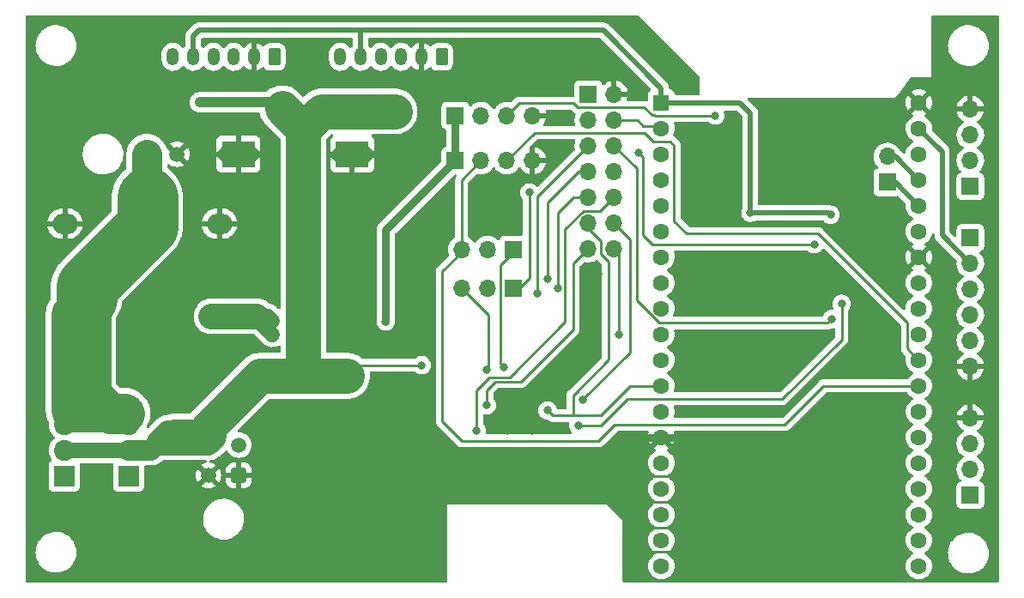
<source format=gbr>
%TF.GenerationSoftware,KiCad,Pcbnew,6.0.1-79c1e3a40b~116~ubuntu20.04.1*%
%TF.CreationDate,2022-01-24T14:05:44+01:00*%
%TF.ProjectId,pippino_board,70697070-696e-46f5-9f62-6f6172642e6b,rev?*%
%TF.SameCoordinates,Original*%
%TF.FileFunction,Copper,L2,Bot*%
%TF.FilePolarity,Positive*%
%FSLAX46Y46*%
G04 Gerber Fmt 4.6, Leading zero omitted, Abs format (unit mm)*
G04 Created by KiCad (PCBNEW 6.0.1-79c1e3a40b~116~ubuntu20.04.1) date 2022-01-24 14:05:44*
%MOMM*%
%LPD*%
G01*
G04 APERTURE LIST*
G04 Aperture macros list*
%AMRoundRect*
0 Rectangle with rounded corners*
0 $1 Rounding radius*
0 $2 $3 $4 $5 $6 $7 $8 $9 X,Y pos of 4 corners*
0 Add a 4 corners polygon primitive as box body*
4,1,4,$2,$3,$4,$5,$6,$7,$8,$9,$2,$3,0*
0 Add four circle primitives for the rounded corners*
1,1,$1+$1,$2,$3*
1,1,$1+$1,$4,$5*
1,1,$1+$1,$6,$7*
1,1,$1+$1,$8,$9*
0 Add four rect primitives between the rounded corners*
20,1,$1+$1,$2,$3,$4,$5,0*
20,1,$1+$1,$4,$5,$6,$7,0*
20,1,$1+$1,$6,$7,$8,$9,0*
20,1,$1+$1,$8,$9,$2,$3,0*%
G04 Aperture macros list end*
%TA.AperFunction,ComponentPad*%
%ADD10R,1.700000X1.700000*%
%TD*%
%TA.AperFunction,ComponentPad*%
%ADD11O,1.700000X1.700000*%
%TD*%
%TA.AperFunction,ComponentPad*%
%ADD12R,2.055000X2.055000*%
%TD*%
%TA.AperFunction,ComponentPad*%
%ADD13C,2.055000*%
%TD*%
%TA.AperFunction,ComponentPad*%
%ADD14RoundRect,0.250001X0.499999X-0.499999X0.499999X0.499999X-0.499999X0.499999X-0.499999X-0.499999X0*%
%TD*%
%TA.AperFunction,ComponentPad*%
%ADD15C,1.500000*%
%TD*%
%TA.AperFunction,ComponentPad*%
%ADD16RoundRect,0.250001X0.499999X0.499999X-0.499999X0.499999X-0.499999X-0.499999X0.499999X-0.499999X0*%
%TD*%
%TA.AperFunction,ComponentPad*%
%ADD17O,2.500000X2.000000*%
%TD*%
%TA.AperFunction,ComponentPad*%
%ADD18RoundRect,0.250000X0.350000X0.625000X-0.350000X0.625000X-0.350000X-0.625000X0.350000X-0.625000X0*%
%TD*%
%TA.AperFunction,ComponentPad*%
%ADD19O,1.200000X1.750000*%
%TD*%
%TA.AperFunction,ComponentPad*%
%ADD20C,0.630000*%
%TD*%
%TA.AperFunction,SMDPad,CuDef*%
%ADD21R,3.300000X2.600000*%
%TD*%
%TA.AperFunction,ComponentPad*%
%ADD22R,1.600000X1.600000*%
%TD*%
%TA.AperFunction,ComponentPad*%
%ADD23C,1.600000*%
%TD*%
%TA.AperFunction,ViaPad*%
%ADD24C,0.800000*%
%TD*%
%TA.AperFunction,Conductor*%
%ADD25C,0.500000*%
%TD*%
%TA.AperFunction,Conductor*%
%ADD26C,3.500000*%
%TD*%
%TA.AperFunction,Conductor*%
%ADD27C,2.000000*%
%TD*%
%TA.AperFunction,Conductor*%
%ADD28C,1.500000*%
%TD*%
%TA.AperFunction,Conductor*%
%ADD29C,0.250000*%
%TD*%
%TA.AperFunction,Conductor*%
%ADD30C,1.000000*%
%TD*%
%TA.AperFunction,Conductor*%
%ADD31C,0.800000*%
%TD*%
%TA.AperFunction,Conductor*%
%ADD32C,4.000000*%
%TD*%
%TA.AperFunction,Conductor*%
%ADD33C,3.000000*%
%TD*%
%TA.AperFunction,Conductor*%
%ADD34C,6.000000*%
%TD*%
%TA.AperFunction,Conductor*%
%ADD35C,2.500000*%
%TD*%
G04 APERTURE END LIST*
D10*
X242000000Y-48500000D03*
D11*
X242000000Y-45960000D03*
D12*
X167170000Y-77465000D03*
D13*
X167170000Y-74930000D03*
X167170000Y-72395000D03*
D14*
X168955000Y-45720000D03*
D15*
X171955000Y-45720000D03*
D16*
X178030000Y-77425000D03*
D15*
X175030000Y-77425000D03*
X178030000Y-74425000D03*
X175030000Y-74425000D03*
D10*
X250190000Y-48895000D03*
D11*
X250190000Y-46355000D03*
X250190000Y-43815000D03*
X250190000Y-41275000D03*
D10*
X199390000Y-46355000D03*
D11*
X201930000Y-46355000D03*
X204470000Y-46355000D03*
X207010000Y-46355000D03*
D10*
X212500000Y-39800000D03*
D11*
X215040000Y-39800000D03*
X212500000Y-42340000D03*
X215040000Y-42340000D03*
X212500000Y-44880000D03*
X215040000Y-44880000D03*
X212500000Y-47420000D03*
X215040000Y-47420000D03*
X212500000Y-49960000D03*
X215040000Y-49960000D03*
X212500000Y-52500000D03*
X215040000Y-52500000D03*
X212500000Y-55040000D03*
X215040000Y-55040000D03*
D10*
X199390000Y-41910000D03*
D11*
X201930000Y-41910000D03*
X204470000Y-41910000D03*
X207010000Y-41910000D03*
D17*
X160880000Y-52580000D03*
X160880000Y-61720000D03*
X176120000Y-52580000D03*
X176120000Y-61720000D03*
D10*
X250190000Y-79365000D03*
D11*
X250190000Y-76825000D03*
X250190000Y-74285000D03*
X250190000Y-71745000D03*
D18*
X198040000Y-36110000D03*
D19*
X196040000Y-36110000D03*
X194040000Y-36110000D03*
X192040000Y-36110000D03*
X190040000Y-36110000D03*
X188040000Y-36110000D03*
D18*
X181530000Y-36110000D03*
D19*
X179530000Y-36110000D03*
X177530000Y-36110000D03*
X175530000Y-36110000D03*
X173530000Y-36110000D03*
X171530000Y-36110000D03*
D10*
X205090000Y-58928000D03*
D11*
X202550000Y-58928000D03*
X200010000Y-58928000D03*
D12*
X160820000Y-77465000D03*
D13*
X160820000Y-74930000D03*
X160820000Y-72395000D03*
D20*
X190530000Y-45070000D03*
X187930000Y-46370000D03*
D21*
X189230000Y-45720000D03*
D20*
X189230000Y-46370000D03*
X187930000Y-45070000D03*
X190530000Y-46370000D03*
X189230000Y-45070000D03*
D22*
X219710000Y-40640000D03*
D23*
X219710000Y-43180000D03*
X219710000Y-45720000D03*
X219710000Y-48260000D03*
X219710000Y-50800000D03*
X219710000Y-53340000D03*
X219710000Y-55880000D03*
X219710000Y-58420000D03*
X219710000Y-60960000D03*
X219710000Y-63500000D03*
X219710000Y-66040000D03*
X219710000Y-68580000D03*
X219710000Y-71120000D03*
X219710000Y-73660000D03*
X219710000Y-76200000D03*
X219710000Y-78740000D03*
X219710000Y-81280000D03*
X219710000Y-83820000D03*
X219710000Y-86360000D03*
X245110000Y-86360000D03*
X245110000Y-83820000D03*
X245110000Y-81280000D03*
X245110000Y-78740000D03*
X245110000Y-76200000D03*
X245110000Y-73660000D03*
X245110000Y-71120000D03*
X245110000Y-68580000D03*
X245110000Y-66040000D03*
X245110000Y-63500000D03*
X245110000Y-60960000D03*
X245110000Y-58420000D03*
X245110000Y-55880000D03*
X245110000Y-53340000D03*
X245110000Y-50800000D03*
X245110000Y-48260000D03*
X245110000Y-45720000D03*
X245110000Y-43180000D03*
X245110000Y-40640000D03*
D20*
X179290000Y-46370000D03*
X176690000Y-45070000D03*
X177990000Y-46370000D03*
X179290000Y-45070000D03*
D21*
X177990000Y-45720000D03*
D20*
X177990000Y-45070000D03*
X176690000Y-46370000D03*
D10*
X205105000Y-55118000D03*
D11*
X202565000Y-55118000D03*
X200025000Y-55118000D03*
D10*
X250190000Y-53975000D03*
D11*
X250190000Y-56515000D03*
X250190000Y-59055000D03*
X250190000Y-61595000D03*
X250190000Y-64135000D03*
X250190000Y-66675000D03*
D24*
X235500000Y-43500000D03*
X251500000Y-82000000D03*
X194000000Y-40900000D03*
X170000000Y-74000000D03*
X184000000Y-67600000D03*
X164070000Y-74930000D03*
X182500000Y-67600000D03*
X187000000Y-67600000D03*
X185500000Y-67600000D03*
X169070000Y-74930000D03*
X182900000Y-40600000D03*
X181600000Y-40600000D03*
X171000000Y-73000000D03*
X192700000Y-42100000D03*
X181600000Y-41900000D03*
X196088000Y-66548000D03*
X174200000Y-40600000D03*
X192700000Y-40900000D03*
X188400000Y-67600000D03*
X234000000Y-83000000D03*
X203200000Y-75438000D03*
X196088000Y-54864000D03*
X171000000Y-86000000D03*
X174244000Y-65532000D03*
X233000000Y-77000000D03*
X207518000Y-75438000D03*
X166000000Y-86000000D03*
X190500000Y-73000000D03*
X203000000Y-49000000D03*
X158000000Y-75250000D03*
X159750000Y-55250000D03*
X226568000Y-46228000D03*
X238500000Y-46000000D03*
X216916000Y-86868000D03*
X236000000Y-41148000D03*
X230000000Y-86000000D03*
X201168000Y-36068000D03*
X169500000Y-60250000D03*
X229000000Y-77000000D03*
X207264000Y-36068000D03*
X158250000Y-43000000D03*
X166116000Y-35052000D03*
X247904000Y-68580000D03*
X234000000Y-86000000D03*
X210312000Y-36068000D03*
X167640000Y-35052000D03*
X247904000Y-40640000D03*
X171196000Y-58420000D03*
X247904000Y-38608000D03*
X194000000Y-82000000D03*
X237000000Y-77000000D03*
X241000000Y-73000000D03*
X232000000Y-44000000D03*
X232000000Y-47000000D03*
X162750000Y-82250000D03*
X230000000Y-83000000D03*
X224000000Y-77000000D03*
X166000000Y-81788000D03*
X232000000Y-41148000D03*
X241808000Y-66294000D03*
X192000000Y-85000000D03*
X196000000Y-72500000D03*
X204500000Y-73000000D03*
X238000000Y-83000000D03*
X173000000Y-48000000D03*
X236500000Y-49000000D03*
X190000000Y-77000000D03*
X213500000Y-57500000D03*
X194564000Y-59436000D03*
X237000000Y-73000000D03*
X158250000Y-57750000D03*
X213360000Y-36068000D03*
X158500000Y-48500000D03*
X184404000Y-37084000D03*
X226568000Y-44196000D03*
X171000000Y-80000000D03*
X242000000Y-42000000D03*
X168000000Y-61750000D03*
X227076000Y-67000000D03*
X161544000Y-39116000D03*
X205486000Y-75438000D03*
X238000000Y-86000000D03*
X158000000Y-80750000D03*
X179750000Y-85500000D03*
X169672000Y-42672000D03*
X226000000Y-83000000D03*
X196596000Y-59436000D03*
X241808000Y-63500000D03*
X215000000Y-37500000D03*
X224028000Y-67000000D03*
X186000000Y-80000000D03*
X158000000Y-69500000D03*
X171000000Y-83000000D03*
X160020000Y-40132000D03*
X174000000Y-54000000D03*
X158000000Y-63500000D03*
X212500000Y-62500000D03*
X163068000Y-38100000D03*
X239000000Y-42000000D03*
X241000000Y-77000000D03*
X174000000Y-49000000D03*
X204216000Y-36068000D03*
X226000000Y-65000000D03*
X207000000Y-73000000D03*
X226000000Y-86000000D03*
X224028000Y-65000000D03*
X247904000Y-42672000D03*
X247396000Y-74676000D03*
X241808000Y-53340000D03*
X167132000Y-42672000D03*
X240284000Y-53340000D03*
X196000000Y-45000000D03*
X212090000Y-77216000D03*
X172720000Y-65532000D03*
X247904000Y-66548000D03*
X228500000Y-51500000D03*
X236400000Y-51700000D03*
X207500000Y-59500000D03*
X208500000Y-58000000D03*
X209500000Y-59000000D03*
X208487701Y-71012299D03*
X202500000Y-70500000D03*
X192532000Y-62230000D03*
X181356000Y-62200000D03*
X181356000Y-63500000D03*
X215500000Y-63500000D03*
X212000000Y-70000000D03*
X201500000Y-73000000D03*
X217500000Y-45600000D03*
X234800000Y-54600000D03*
X236500000Y-62000000D03*
X206700000Y-49500000D03*
X225044000Y-41910000D03*
X204160761Y-66710499D03*
X202500000Y-67000000D03*
X237500000Y-60500000D03*
X211500000Y-72500000D03*
D25*
X242000000Y-48500000D02*
X242810000Y-48500000D01*
X242810000Y-48500000D02*
X245110000Y-50800000D01*
X190040000Y-36110000D02*
X190040000Y-33560000D01*
X190040000Y-33560000D02*
X190100000Y-33500000D01*
X173530000Y-36110000D02*
X173530000Y-34070000D01*
X173530000Y-34070000D02*
X174100000Y-33500000D01*
X174100000Y-33500000D02*
X190500000Y-33500000D01*
X190100000Y-33500000D02*
X214000000Y-33500000D01*
X214000000Y-33500000D02*
X219710000Y-39210000D01*
X219710000Y-39210000D02*
X219710000Y-40640000D01*
X242000000Y-45960000D02*
X242810000Y-45960000D01*
X242810000Y-45960000D02*
X245110000Y-48260000D01*
D26*
X187000000Y-67600000D02*
X188400000Y-67600000D01*
X180100000Y-67600000D02*
X187000000Y-67600000D01*
D27*
X169875000Y-74425000D02*
X175030000Y-74425000D01*
D26*
X188400000Y-67600000D02*
X188700000Y-67600000D01*
D27*
X170000000Y-74000000D02*
X171000000Y-73000000D01*
D26*
X184400000Y-43300000D02*
X186200000Y-41500000D01*
D28*
X160820000Y-74930000D02*
X164070000Y-74930000D01*
D26*
X182300000Y-41200000D02*
X184400000Y-43300000D01*
D29*
X196088000Y-66548000D02*
X189752000Y-66548000D01*
X189752000Y-66548000D02*
X188700000Y-67600000D01*
D26*
X184400000Y-67568000D02*
X184400000Y-43300000D01*
D28*
X179800000Y-67900000D02*
X180100000Y-67600000D01*
D26*
X175030000Y-73470000D02*
X174900000Y-73600000D01*
X186200000Y-41500000D02*
X193400000Y-41500000D01*
X175030000Y-72670000D02*
X175030000Y-73470000D01*
D27*
X167170000Y-74930000D02*
X169370000Y-74930000D01*
D28*
X164070000Y-74930000D02*
X167170000Y-74930000D01*
D26*
X180100000Y-67600000D02*
X184368000Y-67600000D01*
X174900000Y-73600000D02*
X171700000Y-73600000D01*
D27*
X169370000Y-74930000D02*
X169875000Y-74425000D01*
D26*
X179800000Y-67900000D02*
X175030000Y-72670000D01*
D30*
X174200000Y-40600000D02*
X181600000Y-40600000D01*
D26*
X184368000Y-67600000D02*
X184400000Y-67568000D01*
D31*
X219710000Y-73660000D02*
X221742000Y-73660000D01*
D29*
X218694000Y-77470000D02*
X220726000Y-77470000D01*
X218694000Y-82550000D02*
X220726000Y-82550000D01*
D31*
X219710000Y-73660000D02*
X217678000Y-73660000D01*
D29*
X218694000Y-80010000D02*
X220726000Y-80010000D01*
X218694000Y-84963000D02*
X220726000Y-84963000D01*
D25*
X236200000Y-51500000D02*
X228500000Y-51500000D01*
X227440000Y-40640000D02*
X228500000Y-41700000D01*
X236400000Y-51700000D02*
X236200000Y-51500000D01*
X219710000Y-40640000D02*
X227440000Y-40640000D01*
X228500000Y-41700000D02*
X228500000Y-51500000D01*
D32*
X163412500Y-69412500D02*
X165295000Y-71295000D01*
X163000000Y-60000000D02*
X161500000Y-61500000D01*
X163412500Y-60412500D02*
X163412500Y-69412500D01*
X161500000Y-61500000D02*
X161500000Y-71000000D01*
D33*
X168955000Y-49955000D02*
X168955000Y-45720000D01*
D34*
X169000000Y-50000000D02*
X169000000Y-52825000D01*
D28*
X160820000Y-72395000D02*
X167170000Y-72395000D01*
D34*
X168825000Y-53000000D02*
X163000000Y-58825000D01*
D33*
X168955000Y-53000000D02*
X168825000Y-53000000D01*
D35*
X166795000Y-71295000D02*
X166900000Y-71400000D01*
D34*
X163000000Y-58825000D02*
X163000000Y-60000000D01*
D32*
X165295000Y-71295000D02*
X166795000Y-71295000D01*
X162000000Y-68000000D02*
X165295000Y-71295000D01*
D33*
X169000000Y-50000000D02*
X168955000Y-49955000D01*
D32*
X163000000Y-60000000D02*
X163412500Y-60412500D01*
X169000000Y-52825000D02*
X163000000Y-58825000D01*
D29*
X217932000Y-42926000D02*
X219456000Y-42926000D01*
X219456000Y-42926000D02*
X219710000Y-43180000D01*
X215040000Y-42340000D02*
X217346000Y-42340000D01*
X217346000Y-42340000D02*
X217932000Y-42926000D01*
X219430000Y-42900000D02*
X219710000Y-43180000D01*
X207500000Y-49880000D02*
X212500000Y-44880000D01*
X207500000Y-59500000D02*
X207500000Y-49880000D01*
X208500000Y-58000000D02*
X208500000Y-50500000D01*
X211580000Y-47420000D02*
X212500000Y-47420000D01*
X208500000Y-50500000D02*
X211580000Y-47420000D01*
X209500000Y-59000000D02*
X209500000Y-51500000D01*
X211040000Y-49960000D02*
X212500000Y-49960000D01*
X209500000Y-51500000D02*
X211040000Y-49960000D01*
X213742000Y-71500000D02*
X216662000Y-68580000D01*
X208975402Y-71500000D02*
X210780000Y-71500000D01*
X210780000Y-71500000D02*
X213742000Y-71500000D01*
X211000000Y-71500000D02*
X210780000Y-71500000D01*
X214500000Y-66000000D02*
X211000000Y-69500000D01*
X213781754Y-55612259D02*
X214500000Y-56330505D01*
X212500000Y-53000000D02*
X213781754Y-54281754D01*
X214500000Y-56330505D02*
X214500000Y-66000000D01*
X208487701Y-71012299D02*
X208975402Y-71500000D01*
X211000000Y-69500000D02*
X211000000Y-71500000D01*
X213781754Y-54281754D02*
X213781754Y-55612259D01*
X216662000Y-68580000D02*
X219710000Y-68580000D01*
X212500000Y-52500000D02*
X212500000Y-53000000D01*
X202500000Y-69000000D02*
X203325969Y-68174031D01*
X203325969Y-68174031D02*
X205851608Y-68174031D01*
X211000000Y-63025639D02*
X211000000Y-56540000D01*
X211000000Y-56540000D02*
X212500000Y-55040000D01*
X202500000Y-70500000D02*
X202500000Y-69000000D01*
X205851608Y-68174031D02*
X211000000Y-63025639D01*
D28*
X179834000Y-61978000D02*
X181356000Y-63500000D01*
D31*
X192532000Y-53213000D02*
X199390000Y-46355000D01*
X199390000Y-46355000D02*
X199390000Y-41910000D01*
D35*
X175345000Y-61720000D02*
X179834000Y-61720000D01*
D28*
X179834000Y-61720000D02*
X180876000Y-61720000D01*
X180876000Y-61720000D02*
X181356000Y-62200000D01*
D30*
X179834000Y-61720000D02*
X179834000Y-61978000D01*
D31*
X192532000Y-62230000D02*
X192532000Y-53213000D01*
D29*
X215500000Y-63500000D02*
X215500000Y-55500000D01*
X215500000Y-55500000D02*
X215040000Y-55040000D01*
X212000000Y-70000000D02*
X212000000Y-69900000D01*
X216214511Y-53714511D02*
X216214511Y-53674511D01*
X216600000Y-54100000D02*
X216214511Y-53714511D01*
X216600000Y-65300000D02*
X216600000Y-54100000D01*
X212000000Y-69900000D02*
X216600000Y-65300000D01*
X216214511Y-53674511D02*
X215040000Y-52500000D01*
X210224511Y-62300103D02*
X210224511Y-53114479D01*
X201500000Y-73000000D02*
X201500000Y-69000000D01*
X201500000Y-69000000D02*
X202775489Y-67724511D01*
X213674511Y-51325489D02*
X215040000Y-49960000D01*
X212013501Y-51325489D02*
X213674511Y-51325489D01*
X204800103Y-67724511D02*
X210224511Y-62300103D01*
X202775489Y-67724511D02*
X204800103Y-67724511D01*
X210224511Y-53114479D02*
X212013501Y-51325489D01*
X217900000Y-53700000D02*
X217900000Y-46000000D01*
X218800000Y-54600000D02*
X217900000Y-53700000D01*
X234800000Y-54600000D02*
X218800000Y-54600000D01*
X217900000Y-46000000D02*
X217500000Y-45600000D01*
X236500000Y-62000000D02*
X236124511Y-62375489D01*
X217300000Y-60140300D02*
X217300000Y-47140000D01*
X219535189Y-62375489D02*
X217300000Y-60140300D01*
X217300000Y-47140000D02*
X215040000Y-44880000D01*
X236124511Y-62375489D02*
X219535189Y-62375489D01*
X206700000Y-57968000D02*
X205740000Y-58928000D01*
X205740000Y-58928000D02*
X205598000Y-58928000D01*
X206700000Y-49500000D02*
X206700000Y-57968000D01*
D25*
X245110000Y-43180000D02*
X247400000Y-45470000D01*
X247400000Y-53725000D02*
X250190000Y-56515000D01*
X247400000Y-45470000D02*
X247400000Y-53725000D01*
D29*
X211050978Y-40700000D02*
X205680000Y-40700000D01*
X218790480Y-41890480D02*
X218000000Y-41100000D01*
X225044000Y-41910000D02*
X224910000Y-41910000D01*
X219056197Y-41890480D02*
X218790480Y-41890480D01*
X211450978Y-41100000D02*
X211050978Y-40700000D01*
X218000000Y-41100000D02*
X211450978Y-41100000D01*
X205680000Y-40700000D02*
X204470000Y-41910000D01*
X224900000Y-41900000D02*
X219065717Y-41900000D01*
X219065717Y-41900000D02*
X219056197Y-41890480D01*
X224910000Y-41910000D02*
X224900000Y-41900000D01*
X203816152Y-56660848D02*
X205105000Y-55372000D01*
X203816152Y-66365890D02*
X203816152Y-56660848D01*
X204160761Y-66710499D02*
X203816152Y-66365890D01*
X202500000Y-67000000D02*
X202692000Y-66808000D01*
X202692000Y-66808000D02*
X202692000Y-61610000D01*
X202692000Y-61610000D02*
X200010000Y-58928000D01*
X231650000Y-69850000D02*
X237500000Y-64000000D01*
X237500000Y-64000000D02*
X237500000Y-60500000D01*
X216408000Y-69850000D02*
X231650000Y-69850000D01*
X213758000Y-72500000D02*
X216408000Y-69850000D01*
X211500000Y-72500000D02*
X213758000Y-72500000D01*
X200000000Y-74000000D02*
X198120000Y-72120000D01*
X231893386Y-72390000D02*
X215138000Y-72390000D01*
X215138000Y-72390000D02*
X213528000Y-74000000D01*
X200025000Y-55372000D02*
X200025000Y-48260000D01*
X213528000Y-74000000D02*
X200000000Y-74000000D01*
X198120000Y-57277000D02*
X200025000Y-55372000D01*
X198120000Y-72120000D02*
X198120000Y-57277000D01*
X200025000Y-48260000D02*
X201930000Y-46355000D01*
X245110000Y-68580000D02*
X235703386Y-68580000D01*
X235703386Y-68580000D02*
X231893386Y-72390000D01*
X218098000Y-43600000D02*
X218948000Y-44450000D01*
X235200103Y-53575489D02*
X243985489Y-62360875D01*
X220980000Y-52324000D02*
X222231489Y-53575489D01*
X204470000Y-46355000D02*
X207225000Y-43600000D01*
X220566767Y-44450000D02*
X220980000Y-44863233D01*
X220980000Y-44863233D02*
X220980000Y-52324000D01*
X243985489Y-64915489D02*
X245110000Y-66040000D01*
X207225000Y-43600000D02*
X218098000Y-43600000D01*
X243985489Y-62360875D02*
X243985489Y-64915489D01*
X218948000Y-44450000D02*
X220566767Y-44450000D01*
X222231489Y-53575489D02*
X235200103Y-53575489D01*
%TA.AperFunction,Conductor*%
G36*
X217443931Y-32028002D02*
G01*
X217464905Y-32044905D01*
X223483095Y-38063095D01*
X223517121Y-38125407D01*
X223520000Y-38152190D01*
X223520000Y-39755500D01*
X223499998Y-39823621D01*
X223446342Y-39870114D01*
X223394000Y-39881500D01*
X221141291Y-39881500D01*
X221073170Y-39861498D01*
X221026677Y-39807842D01*
X221016028Y-39769108D01*
X221014282Y-39753041D01*
X221011745Y-39729684D01*
X220960615Y-39593295D01*
X220873261Y-39476739D01*
X220756705Y-39389385D01*
X220620316Y-39338255D01*
X220612463Y-39337402D01*
X220612459Y-39337401D01*
X220591605Y-39335136D01*
X220583759Y-39334284D01*
X220518197Y-39307043D01*
X220477770Y-39248680D01*
X220471781Y-39219233D01*
X220468915Y-39183989D01*
X220468500Y-39173777D01*
X220468500Y-39165707D01*
X220468078Y-39162087D01*
X220468077Y-39162069D01*
X220465208Y-39137461D01*
X220464775Y-39133086D01*
X220459454Y-39067661D01*
X220459453Y-39067658D01*
X220458860Y-39060363D01*
X220456604Y-39053399D01*
X220455413Y-39047440D01*
X220454029Y-39041585D01*
X220453182Y-39034319D01*
X220428265Y-38965673D01*
X220426848Y-38961545D01*
X220406607Y-38899064D01*
X220406606Y-38899062D01*
X220404351Y-38892101D01*
X220400555Y-38885846D01*
X220398049Y-38880372D01*
X220395330Y-38874942D01*
X220392833Y-38868063D01*
X220352809Y-38807016D01*
X220350472Y-38803312D01*
X220315509Y-38745693D01*
X220315505Y-38745688D01*
X220312595Y-38740892D01*
X220305197Y-38732516D01*
X220305223Y-38732493D01*
X220302574Y-38729503D01*
X220299866Y-38726264D01*
X220295856Y-38720148D01*
X220290549Y-38715121D01*
X220290546Y-38715117D01*
X220239617Y-38666872D01*
X220237175Y-38664494D01*
X214583770Y-33011089D01*
X214571384Y-32996677D01*
X214562851Y-32985082D01*
X214562846Y-32985077D01*
X214558508Y-32979182D01*
X214552930Y-32974443D01*
X214552927Y-32974440D01*
X214518232Y-32944965D01*
X214510716Y-32938035D01*
X214505021Y-32932340D01*
X214488736Y-32919456D01*
X214482749Y-32914719D01*
X214479345Y-32911928D01*
X214429297Y-32869409D01*
X214429295Y-32869408D01*
X214423715Y-32864667D01*
X214417199Y-32861339D01*
X214412150Y-32857972D01*
X214407021Y-32854805D01*
X214401284Y-32850266D01*
X214335125Y-32819345D01*
X214331225Y-32817439D01*
X214266192Y-32784231D01*
X214259084Y-32782492D01*
X214253441Y-32780393D01*
X214247678Y-32778476D01*
X214241050Y-32775378D01*
X214169583Y-32760513D01*
X214165299Y-32759543D01*
X214094390Y-32742192D01*
X214088788Y-32741844D01*
X214088785Y-32741844D01*
X214083236Y-32741500D01*
X214083238Y-32741464D01*
X214079245Y-32741225D01*
X214075053Y-32740851D01*
X214067885Y-32739360D01*
X214004120Y-32741085D01*
X213990479Y-32741454D01*
X213987072Y-32741500D01*
X190167070Y-32741500D01*
X190148120Y-32740067D01*
X190133885Y-32737901D01*
X190133881Y-32737901D01*
X190126651Y-32736801D01*
X190119359Y-32737394D01*
X190119356Y-32737394D01*
X190073982Y-32741085D01*
X190063767Y-32741500D01*
X174167070Y-32741500D01*
X174148120Y-32740067D01*
X174133885Y-32737901D01*
X174133881Y-32737901D01*
X174126651Y-32736801D01*
X174119359Y-32737394D01*
X174119356Y-32737394D01*
X174073982Y-32741085D01*
X174063767Y-32741500D01*
X174055707Y-32741500D01*
X174052073Y-32741924D01*
X174052067Y-32741924D01*
X174039042Y-32743443D01*
X174027480Y-32744791D01*
X174023132Y-32745221D01*
X173950364Y-32751140D01*
X173943403Y-32753395D01*
X173937463Y-32754582D01*
X173931588Y-32755971D01*
X173924319Y-32756818D01*
X173855670Y-32781736D01*
X173851542Y-32783153D01*
X173789064Y-32803393D01*
X173789062Y-32803394D01*
X173782101Y-32805649D01*
X173775846Y-32809445D01*
X173770372Y-32811951D01*
X173764942Y-32814670D01*
X173758063Y-32817167D01*
X173751943Y-32821180D01*
X173751942Y-32821180D01*
X173697024Y-32857186D01*
X173693320Y-32859523D01*
X173630893Y-32897405D01*
X173622516Y-32904803D01*
X173622492Y-32904776D01*
X173619500Y-32907429D01*
X173616267Y-32910132D01*
X173610148Y-32914144D01*
X173580951Y-32944965D01*
X173556872Y-32970383D01*
X173554494Y-32972825D01*
X173041089Y-33486230D01*
X173026677Y-33498616D01*
X173015082Y-33507149D01*
X173015077Y-33507154D01*
X173009182Y-33511492D01*
X173004443Y-33517070D01*
X173004440Y-33517073D01*
X172974965Y-33551768D01*
X172968035Y-33559284D01*
X172962340Y-33564979D01*
X172960060Y-33567861D01*
X172944719Y-33587251D01*
X172941928Y-33590655D01*
X172899409Y-33640703D01*
X172894667Y-33646285D01*
X172891339Y-33652801D01*
X172887972Y-33657850D01*
X172884805Y-33662979D01*
X172880266Y-33668716D01*
X172849345Y-33734875D01*
X172847442Y-33738769D01*
X172814231Y-33803808D01*
X172812492Y-33810916D01*
X172810393Y-33816559D01*
X172808476Y-33822322D01*
X172805378Y-33828950D01*
X172803888Y-33836112D01*
X172803888Y-33836113D01*
X172790514Y-33900412D01*
X172789544Y-33904696D01*
X172772192Y-33975610D01*
X172771500Y-33986764D01*
X172771464Y-33986762D01*
X172771225Y-33990755D01*
X172770851Y-33994947D01*
X172769360Y-34002115D01*
X172769558Y-34009432D01*
X172771454Y-34079521D01*
X172771500Y-34082928D01*
X172771500Y-34973734D01*
X172751498Y-35041855D01*
X172736523Y-35060858D01*
X172656119Y-35144850D01*
X172652866Y-35149888D01*
X172652863Y-35149892D01*
X172635254Y-35177163D01*
X172581499Y-35223540D01*
X172511203Y-35233493D01*
X172446686Y-35203861D01*
X172430317Y-35186647D01*
X172423193Y-35177577D01*
X172336396Y-35067080D01*
X172331865Y-35063148D01*
X172331862Y-35063145D01*
X172181167Y-34932379D01*
X172176637Y-34928448D01*
X172171451Y-34925448D01*
X172171447Y-34925445D01*
X171998742Y-34825533D01*
X171993546Y-34822527D01*
X171793729Y-34753139D01*
X171787794Y-34752278D01*
X171787792Y-34752278D01*
X171590336Y-34723648D01*
X171590333Y-34723648D01*
X171584396Y-34722787D01*
X171373101Y-34732567D01*
X171260466Y-34759712D01*
X171173299Y-34780719D01*
X171173297Y-34780720D01*
X171167466Y-34782125D01*
X171162008Y-34784607D01*
X171162004Y-34784608D01*
X171070990Y-34825990D01*
X170974913Y-34869674D01*
X170802389Y-34992054D01*
X170656119Y-35144850D01*
X170541380Y-35322548D01*
X170462314Y-35518737D01*
X170421772Y-35726337D01*
X170421500Y-35731899D01*
X170421500Y-36437846D01*
X170436548Y-36595566D01*
X170496092Y-36798534D01*
X170498836Y-36803861D01*
X170498836Y-36803862D01*
X170584413Y-36970019D01*
X170592942Y-36986580D01*
X170723604Y-37152920D01*
X170728135Y-37156852D01*
X170728138Y-37156855D01*
X170813620Y-37231032D01*
X170883363Y-37291552D01*
X170888549Y-37294552D01*
X170888553Y-37294555D01*
X170984957Y-37350326D01*
X171066454Y-37397473D01*
X171266271Y-37466861D01*
X171272206Y-37467722D01*
X171272208Y-37467722D01*
X171469664Y-37496352D01*
X171469667Y-37496352D01*
X171475604Y-37497213D01*
X171686899Y-37487433D01*
X171818077Y-37455819D01*
X171886701Y-37439281D01*
X171886703Y-37439280D01*
X171892534Y-37437875D01*
X171897992Y-37435393D01*
X171897996Y-37435392D01*
X172013041Y-37383084D01*
X172085087Y-37350326D01*
X172257611Y-37227946D01*
X172403881Y-37075150D01*
X172419610Y-37050791D01*
X172424746Y-37042837D01*
X172478501Y-36996460D01*
X172548797Y-36986507D01*
X172613314Y-37016139D01*
X172629681Y-37033351D01*
X172723604Y-37152920D01*
X172728135Y-37156852D01*
X172728138Y-37156855D01*
X172813620Y-37231032D01*
X172883363Y-37291552D01*
X172888549Y-37294552D01*
X172888553Y-37294555D01*
X172984957Y-37350326D01*
X173066454Y-37397473D01*
X173266271Y-37466861D01*
X173272206Y-37467722D01*
X173272208Y-37467722D01*
X173469664Y-37496352D01*
X173469667Y-37496352D01*
X173475604Y-37497213D01*
X173686899Y-37487433D01*
X173818077Y-37455819D01*
X173886701Y-37439281D01*
X173886703Y-37439280D01*
X173892534Y-37437875D01*
X173897992Y-37435393D01*
X173897996Y-37435392D01*
X174013041Y-37383084D01*
X174085087Y-37350326D01*
X174257611Y-37227946D01*
X174403881Y-37075150D01*
X174419610Y-37050791D01*
X174424746Y-37042837D01*
X174478501Y-36996460D01*
X174548797Y-36986507D01*
X174613314Y-37016139D01*
X174629681Y-37033351D01*
X174723604Y-37152920D01*
X174728135Y-37156852D01*
X174728138Y-37156855D01*
X174813620Y-37231032D01*
X174883363Y-37291552D01*
X174888549Y-37294552D01*
X174888553Y-37294555D01*
X174984957Y-37350326D01*
X175066454Y-37397473D01*
X175266271Y-37466861D01*
X175272206Y-37467722D01*
X175272208Y-37467722D01*
X175469664Y-37496352D01*
X175469667Y-37496352D01*
X175475604Y-37497213D01*
X175686899Y-37487433D01*
X175818077Y-37455819D01*
X175886701Y-37439281D01*
X175886703Y-37439280D01*
X175892534Y-37437875D01*
X175897992Y-37435393D01*
X175897996Y-37435392D01*
X176013041Y-37383084D01*
X176085087Y-37350326D01*
X176257611Y-37227946D01*
X176403881Y-37075150D01*
X176419610Y-37050791D01*
X176424746Y-37042837D01*
X176478501Y-36996460D01*
X176548797Y-36986507D01*
X176613314Y-37016139D01*
X176629681Y-37033351D01*
X176723604Y-37152920D01*
X176728135Y-37156852D01*
X176728138Y-37156855D01*
X176813620Y-37231032D01*
X176883363Y-37291552D01*
X176888549Y-37294552D01*
X176888553Y-37294555D01*
X176984957Y-37350326D01*
X177066454Y-37397473D01*
X177266271Y-37466861D01*
X177272206Y-37467722D01*
X177272208Y-37467722D01*
X177469664Y-37496352D01*
X177469667Y-37496352D01*
X177475604Y-37497213D01*
X177686899Y-37487433D01*
X177818077Y-37455819D01*
X177886701Y-37439281D01*
X177886703Y-37439280D01*
X177892534Y-37437875D01*
X177897992Y-37435393D01*
X177897996Y-37435392D01*
X178013041Y-37383084D01*
X178085087Y-37350326D01*
X178257611Y-37227946D01*
X178403881Y-37075150D01*
X178407130Y-37070119D01*
X178407135Y-37070112D01*
X178425033Y-37042393D01*
X178478789Y-36996016D01*
X178549085Y-36986063D01*
X178613602Y-37015696D01*
X178629970Y-37032909D01*
X178720262Y-37147857D01*
X178728499Y-37156506D01*
X178879123Y-37287212D01*
X178888847Y-37294147D01*
X179061467Y-37394010D01*
X179072331Y-37398984D01*
X179260727Y-37464407D01*
X179261716Y-37464648D01*
X179272008Y-37463180D01*
X179276000Y-37449615D01*
X179276000Y-37445402D01*
X179784000Y-37445402D01*
X179787973Y-37458933D01*
X179797399Y-37460288D01*
X179886537Y-37438806D01*
X179897832Y-37434917D01*
X180079382Y-37352371D01*
X180089724Y-37346424D01*
X180252397Y-37231032D01*
X180261425Y-37223239D01*
X180348535Y-37132243D01*
X180410090Y-37096867D01*
X180481000Y-37100386D01*
X180538750Y-37141683D01*
X180546685Y-37153053D01*
X180581522Y-37209348D01*
X180706697Y-37334305D01*
X180712927Y-37338145D01*
X180712928Y-37338146D01*
X180850090Y-37422694D01*
X180857262Y-37427115D01*
X180893942Y-37439281D01*
X181018611Y-37480632D01*
X181018613Y-37480632D01*
X181025139Y-37482797D01*
X181031975Y-37483497D01*
X181031978Y-37483498D01*
X181070386Y-37487433D01*
X181129600Y-37493500D01*
X181930400Y-37493500D01*
X181933646Y-37493163D01*
X181933650Y-37493163D01*
X182029308Y-37483238D01*
X182029312Y-37483237D01*
X182036166Y-37482526D01*
X182042702Y-37480345D01*
X182042704Y-37480345D01*
X182178867Y-37434917D01*
X182203946Y-37426550D01*
X182354348Y-37333478D01*
X182479305Y-37208303D01*
X182516565Y-37147857D01*
X182568275Y-37063968D01*
X182568276Y-37063966D01*
X182572115Y-37057738D01*
X182612387Y-36936322D01*
X182625632Y-36896389D01*
X182625632Y-36896387D01*
X182627797Y-36889861D01*
X182638500Y-36785400D01*
X182638500Y-35434600D01*
X182630086Y-35353503D01*
X182628238Y-35335692D01*
X182628237Y-35335688D01*
X182627526Y-35328834D01*
X182623749Y-35317511D01*
X182573868Y-35168002D01*
X182571550Y-35161054D01*
X182478478Y-35010652D01*
X182353303Y-34885695D01*
X182347072Y-34881854D01*
X182208968Y-34796725D01*
X182208966Y-34796724D01*
X182202738Y-34792885D01*
X182094005Y-34756820D01*
X182041389Y-34739368D01*
X182041387Y-34739368D01*
X182034861Y-34737203D01*
X182028025Y-34736503D01*
X182028022Y-34736502D01*
X181984969Y-34732091D01*
X181930400Y-34726500D01*
X181129600Y-34726500D01*
X181126354Y-34726837D01*
X181126350Y-34726837D01*
X181030692Y-34736762D01*
X181030688Y-34736763D01*
X181023834Y-34737474D01*
X181017298Y-34739655D01*
X181017296Y-34739655D01*
X180953117Y-34761067D01*
X180856054Y-34793450D01*
X180705652Y-34886522D01*
X180580695Y-35011697D01*
X180576853Y-35017929D01*
X180576852Y-35017931D01*
X180548645Y-35063690D01*
X180495873Y-35111183D01*
X180425801Y-35122605D01*
X180360677Y-35094331D01*
X180342298Y-35075403D01*
X180339738Y-35072144D01*
X180331501Y-35063494D01*
X180180877Y-34932788D01*
X180171153Y-34925853D01*
X179998533Y-34825990D01*
X179987669Y-34821016D01*
X179799273Y-34755593D01*
X179798284Y-34755352D01*
X179787992Y-34756820D01*
X179784000Y-34770385D01*
X179784000Y-37445402D01*
X179276000Y-37445402D01*
X179276000Y-34774598D01*
X179272027Y-34761067D01*
X179262601Y-34759712D01*
X179173463Y-34781194D01*
X179162168Y-34785083D01*
X178980618Y-34867629D01*
X178970276Y-34873576D01*
X178807603Y-34988968D01*
X178798575Y-34996761D01*
X178660658Y-35140831D01*
X178653259Y-35150200D01*
X178635582Y-35177577D01*
X178581828Y-35223955D01*
X178511532Y-35233909D01*
X178447015Y-35204278D01*
X178430644Y-35187063D01*
X178394084Y-35140520D01*
X178336396Y-35067080D01*
X178331865Y-35063148D01*
X178331862Y-35063145D01*
X178181167Y-34932379D01*
X178176637Y-34928448D01*
X178171451Y-34925448D01*
X178171447Y-34925445D01*
X177998742Y-34825533D01*
X177993546Y-34822527D01*
X177793729Y-34753139D01*
X177787794Y-34752278D01*
X177787792Y-34752278D01*
X177590336Y-34723648D01*
X177590333Y-34723648D01*
X177584396Y-34722787D01*
X177373101Y-34732567D01*
X177260466Y-34759712D01*
X177173299Y-34780719D01*
X177173297Y-34780720D01*
X177167466Y-34782125D01*
X177162008Y-34784607D01*
X177162004Y-34784608D01*
X177070990Y-34825990D01*
X176974913Y-34869674D01*
X176802389Y-34992054D01*
X176656119Y-35144850D01*
X176652868Y-35149885D01*
X176652866Y-35149888D01*
X176635254Y-35177163D01*
X176581499Y-35223540D01*
X176511203Y-35233493D01*
X176446686Y-35203861D01*
X176430317Y-35186647D01*
X176423193Y-35177577D01*
X176336396Y-35067080D01*
X176331865Y-35063148D01*
X176331862Y-35063145D01*
X176181167Y-34932379D01*
X176176637Y-34928448D01*
X176171451Y-34925448D01*
X176171447Y-34925445D01*
X175998742Y-34825533D01*
X175993546Y-34822527D01*
X175793729Y-34753139D01*
X175787794Y-34752278D01*
X175787792Y-34752278D01*
X175590336Y-34723648D01*
X175590333Y-34723648D01*
X175584396Y-34722787D01*
X175373101Y-34732567D01*
X175260466Y-34759712D01*
X175173299Y-34780719D01*
X175173297Y-34780720D01*
X175167466Y-34782125D01*
X175162008Y-34784607D01*
X175162004Y-34784608D01*
X175070990Y-34825990D01*
X174974913Y-34869674D01*
X174802389Y-34992054D01*
X174656119Y-35144850D01*
X174652868Y-35149885D01*
X174652866Y-35149888D01*
X174635254Y-35177163D01*
X174581499Y-35223540D01*
X174511203Y-35233493D01*
X174446686Y-35203861D01*
X174430317Y-35186647D01*
X174423193Y-35177577D01*
X174380012Y-35122605D01*
X174340102Y-35071797D01*
X174340098Y-35071793D01*
X174336396Y-35067080D01*
X174331867Y-35063150D01*
X174327730Y-35058806D01*
X174328582Y-35057994D01*
X174293579Y-35003443D01*
X174288500Y-34968030D01*
X174288500Y-34436371D01*
X174308502Y-34368250D01*
X174325405Y-34347276D01*
X174377276Y-34295405D01*
X174439588Y-34261379D01*
X174466371Y-34258500D01*
X189155500Y-34258500D01*
X189223621Y-34278502D01*
X189270114Y-34332158D01*
X189281500Y-34384500D01*
X189281500Y-34973734D01*
X189261498Y-35041855D01*
X189246523Y-35060858D01*
X189166119Y-35144850D01*
X189162866Y-35149888D01*
X189162863Y-35149892D01*
X189145254Y-35177163D01*
X189091499Y-35223540D01*
X189021203Y-35233493D01*
X188956686Y-35203861D01*
X188940317Y-35186647D01*
X188933193Y-35177577D01*
X188846396Y-35067080D01*
X188841865Y-35063148D01*
X188841862Y-35063145D01*
X188691167Y-34932379D01*
X188686637Y-34928448D01*
X188681451Y-34925448D01*
X188681447Y-34925445D01*
X188508742Y-34825533D01*
X188503546Y-34822527D01*
X188303729Y-34753139D01*
X188297794Y-34752278D01*
X188297792Y-34752278D01*
X188100336Y-34723648D01*
X188100333Y-34723648D01*
X188094396Y-34722787D01*
X187883101Y-34732567D01*
X187770466Y-34759712D01*
X187683299Y-34780719D01*
X187683297Y-34780720D01*
X187677466Y-34782125D01*
X187672008Y-34784607D01*
X187672004Y-34784608D01*
X187580990Y-34825990D01*
X187484913Y-34869674D01*
X187312389Y-34992054D01*
X187166119Y-35144850D01*
X187051380Y-35322548D01*
X186972314Y-35518737D01*
X186931772Y-35726337D01*
X186931500Y-35731899D01*
X186931500Y-36437846D01*
X186946548Y-36595566D01*
X187006092Y-36798534D01*
X187008836Y-36803861D01*
X187008836Y-36803862D01*
X187094413Y-36970019D01*
X187102942Y-36986580D01*
X187233604Y-37152920D01*
X187238135Y-37156852D01*
X187238138Y-37156855D01*
X187323620Y-37231032D01*
X187393363Y-37291552D01*
X187398549Y-37294552D01*
X187398553Y-37294555D01*
X187494957Y-37350326D01*
X187576454Y-37397473D01*
X187776271Y-37466861D01*
X187782206Y-37467722D01*
X187782208Y-37467722D01*
X187979664Y-37496352D01*
X187979667Y-37496352D01*
X187985604Y-37497213D01*
X188196899Y-37487433D01*
X188328077Y-37455819D01*
X188396701Y-37439281D01*
X188396703Y-37439280D01*
X188402534Y-37437875D01*
X188407992Y-37435393D01*
X188407996Y-37435392D01*
X188523041Y-37383084D01*
X188595087Y-37350326D01*
X188767611Y-37227946D01*
X188913881Y-37075150D01*
X188929610Y-37050791D01*
X188934746Y-37042837D01*
X188988501Y-36996460D01*
X189058797Y-36986507D01*
X189123314Y-37016139D01*
X189139681Y-37033351D01*
X189233604Y-37152920D01*
X189238135Y-37156852D01*
X189238138Y-37156855D01*
X189323620Y-37231032D01*
X189393363Y-37291552D01*
X189398549Y-37294552D01*
X189398553Y-37294555D01*
X189494957Y-37350326D01*
X189576454Y-37397473D01*
X189776271Y-37466861D01*
X189782206Y-37467722D01*
X189782208Y-37467722D01*
X189979664Y-37496352D01*
X189979667Y-37496352D01*
X189985604Y-37497213D01*
X190196899Y-37487433D01*
X190328077Y-37455819D01*
X190396701Y-37439281D01*
X190396703Y-37439280D01*
X190402534Y-37437875D01*
X190407992Y-37435393D01*
X190407996Y-37435392D01*
X190523041Y-37383084D01*
X190595087Y-37350326D01*
X190767611Y-37227946D01*
X190913881Y-37075150D01*
X190929610Y-37050791D01*
X190934746Y-37042837D01*
X190988501Y-36996460D01*
X191058797Y-36986507D01*
X191123314Y-37016139D01*
X191139681Y-37033351D01*
X191233604Y-37152920D01*
X191238135Y-37156852D01*
X191238138Y-37156855D01*
X191323620Y-37231032D01*
X191393363Y-37291552D01*
X191398549Y-37294552D01*
X191398553Y-37294555D01*
X191494957Y-37350326D01*
X191576454Y-37397473D01*
X191776271Y-37466861D01*
X191782206Y-37467722D01*
X191782208Y-37467722D01*
X191979664Y-37496352D01*
X191979667Y-37496352D01*
X191985604Y-37497213D01*
X192196899Y-37487433D01*
X192328077Y-37455819D01*
X192396701Y-37439281D01*
X192396703Y-37439280D01*
X192402534Y-37437875D01*
X192407992Y-37435393D01*
X192407996Y-37435392D01*
X192523041Y-37383084D01*
X192595087Y-37350326D01*
X192767611Y-37227946D01*
X192913881Y-37075150D01*
X192929610Y-37050791D01*
X192934746Y-37042837D01*
X192988501Y-36996460D01*
X193058797Y-36986507D01*
X193123314Y-37016139D01*
X193139681Y-37033351D01*
X193233604Y-37152920D01*
X193238135Y-37156852D01*
X193238138Y-37156855D01*
X193323620Y-37231032D01*
X193393363Y-37291552D01*
X193398549Y-37294552D01*
X193398553Y-37294555D01*
X193494957Y-37350326D01*
X193576454Y-37397473D01*
X193776271Y-37466861D01*
X193782206Y-37467722D01*
X193782208Y-37467722D01*
X193979664Y-37496352D01*
X193979667Y-37496352D01*
X193985604Y-37497213D01*
X194196899Y-37487433D01*
X194328077Y-37455819D01*
X194396701Y-37439281D01*
X194396703Y-37439280D01*
X194402534Y-37437875D01*
X194407992Y-37435393D01*
X194407996Y-37435392D01*
X194523041Y-37383084D01*
X194595087Y-37350326D01*
X194767611Y-37227946D01*
X194913881Y-37075150D01*
X194917130Y-37070119D01*
X194917135Y-37070112D01*
X194935033Y-37042393D01*
X194988789Y-36996016D01*
X195059085Y-36986063D01*
X195123602Y-37015696D01*
X195139970Y-37032909D01*
X195230262Y-37147857D01*
X195238499Y-37156506D01*
X195389123Y-37287212D01*
X195398847Y-37294147D01*
X195571467Y-37394010D01*
X195582331Y-37398984D01*
X195770727Y-37464407D01*
X195771716Y-37464648D01*
X195782008Y-37463180D01*
X195786000Y-37449615D01*
X195786000Y-37445402D01*
X196294000Y-37445402D01*
X196297973Y-37458933D01*
X196307399Y-37460288D01*
X196396537Y-37438806D01*
X196407832Y-37434917D01*
X196589382Y-37352371D01*
X196599724Y-37346424D01*
X196762397Y-37231032D01*
X196771425Y-37223239D01*
X196858535Y-37132243D01*
X196920090Y-37096867D01*
X196991000Y-37100386D01*
X197048750Y-37141683D01*
X197056685Y-37153053D01*
X197091522Y-37209348D01*
X197216697Y-37334305D01*
X197222927Y-37338145D01*
X197222928Y-37338146D01*
X197360090Y-37422694D01*
X197367262Y-37427115D01*
X197403942Y-37439281D01*
X197528611Y-37480632D01*
X197528613Y-37480632D01*
X197535139Y-37482797D01*
X197541975Y-37483497D01*
X197541978Y-37483498D01*
X197580386Y-37487433D01*
X197639600Y-37493500D01*
X198440400Y-37493500D01*
X198443646Y-37493163D01*
X198443650Y-37493163D01*
X198539308Y-37483238D01*
X198539312Y-37483237D01*
X198546166Y-37482526D01*
X198552702Y-37480345D01*
X198552704Y-37480345D01*
X198688867Y-37434917D01*
X198713946Y-37426550D01*
X198864348Y-37333478D01*
X198989305Y-37208303D01*
X199026565Y-37147857D01*
X199078275Y-37063968D01*
X199078276Y-37063966D01*
X199082115Y-37057738D01*
X199122387Y-36936322D01*
X199135632Y-36896389D01*
X199135632Y-36896387D01*
X199137797Y-36889861D01*
X199148500Y-36785400D01*
X199148500Y-35434600D01*
X199140086Y-35353503D01*
X199138238Y-35335692D01*
X199138237Y-35335688D01*
X199137526Y-35328834D01*
X199133749Y-35317511D01*
X199083868Y-35168002D01*
X199081550Y-35161054D01*
X198988478Y-35010652D01*
X198863303Y-34885695D01*
X198857072Y-34881854D01*
X198718968Y-34796725D01*
X198718966Y-34796724D01*
X198712738Y-34792885D01*
X198604005Y-34756820D01*
X198551389Y-34739368D01*
X198551387Y-34739368D01*
X198544861Y-34737203D01*
X198538025Y-34736503D01*
X198538022Y-34736502D01*
X198494969Y-34732091D01*
X198440400Y-34726500D01*
X197639600Y-34726500D01*
X197636354Y-34726837D01*
X197636350Y-34726837D01*
X197540692Y-34736762D01*
X197540688Y-34736763D01*
X197533834Y-34737474D01*
X197527298Y-34739655D01*
X197527296Y-34739655D01*
X197463117Y-34761067D01*
X197366054Y-34793450D01*
X197215652Y-34886522D01*
X197090695Y-35011697D01*
X197086853Y-35017929D01*
X197086852Y-35017931D01*
X197058645Y-35063690D01*
X197005873Y-35111183D01*
X196935801Y-35122605D01*
X196870677Y-35094331D01*
X196852298Y-35075403D01*
X196849738Y-35072144D01*
X196841501Y-35063494D01*
X196690877Y-34932788D01*
X196681153Y-34925853D01*
X196508533Y-34825990D01*
X196497669Y-34821016D01*
X196309273Y-34755593D01*
X196308284Y-34755352D01*
X196297992Y-34756820D01*
X196294000Y-34770385D01*
X196294000Y-37445402D01*
X195786000Y-37445402D01*
X195786000Y-34774598D01*
X195782027Y-34761067D01*
X195772601Y-34759712D01*
X195683463Y-34781194D01*
X195672168Y-34785083D01*
X195490618Y-34867629D01*
X195480276Y-34873576D01*
X195317603Y-34988968D01*
X195308575Y-34996761D01*
X195170658Y-35140831D01*
X195163259Y-35150200D01*
X195145582Y-35177577D01*
X195091828Y-35223955D01*
X195021532Y-35233909D01*
X194957015Y-35204278D01*
X194940644Y-35187063D01*
X194904084Y-35140520D01*
X194846396Y-35067080D01*
X194841865Y-35063148D01*
X194841862Y-35063145D01*
X194691167Y-34932379D01*
X194686637Y-34928448D01*
X194681451Y-34925448D01*
X194681447Y-34925445D01*
X194508742Y-34825533D01*
X194503546Y-34822527D01*
X194303729Y-34753139D01*
X194297794Y-34752278D01*
X194297792Y-34752278D01*
X194100336Y-34723648D01*
X194100333Y-34723648D01*
X194094396Y-34722787D01*
X193883101Y-34732567D01*
X193770466Y-34759712D01*
X193683299Y-34780719D01*
X193683297Y-34780720D01*
X193677466Y-34782125D01*
X193672008Y-34784607D01*
X193672004Y-34784608D01*
X193580990Y-34825990D01*
X193484913Y-34869674D01*
X193312389Y-34992054D01*
X193166119Y-35144850D01*
X193162868Y-35149885D01*
X193162866Y-35149888D01*
X193145254Y-35177163D01*
X193091499Y-35223540D01*
X193021203Y-35233493D01*
X192956686Y-35203861D01*
X192940317Y-35186647D01*
X192933193Y-35177577D01*
X192846396Y-35067080D01*
X192841865Y-35063148D01*
X192841862Y-35063145D01*
X192691167Y-34932379D01*
X192686637Y-34928448D01*
X192681451Y-34925448D01*
X192681447Y-34925445D01*
X192508742Y-34825533D01*
X192503546Y-34822527D01*
X192303729Y-34753139D01*
X192297794Y-34752278D01*
X192297792Y-34752278D01*
X192100336Y-34723648D01*
X192100333Y-34723648D01*
X192094396Y-34722787D01*
X191883101Y-34732567D01*
X191770466Y-34759712D01*
X191683299Y-34780719D01*
X191683297Y-34780720D01*
X191677466Y-34782125D01*
X191672008Y-34784607D01*
X191672004Y-34784608D01*
X191580990Y-34825990D01*
X191484913Y-34869674D01*
X191312389Y-34992054D01*
X191166119Y-35144850D01*
X191162868Y-35149885D01*
X191162866Y-35149888D01*
X191145254Y-35177163D01*
X191091499Y-35223540D01*
X191021203Y-35233493D01*
X190956686Y-35203861D01*
X190940317Y-35186647D01*
X190933193Y-35177577D01*
X190890012Y-35122605D01*
X190850102Y-35071797D01*
X190850098Y-35071793D01*
X190846396Y-35067080D01*
X190841867Y-35063150D01*
X190837730Y-35058806D01*
X190838582Y-35057994D01*
X190803579Y-35003443D01*
X190798500Y-34968030D01*
X190798500Y-34384500D01*
X190818502Y-34316379D01*
X190872158Y-34269886D01*
X190924500Y-34258500D01*
X213633629Y-34258500D01*
X213701750Y-34278502D01*
X213722724Y-34295405D01*
X218648221Y-39220902D01*
X218682247Y-39283214D01*
X218677182Y-39354029D01*
X218634692Y-39410822D01*
X218546739Y-39476739D01*
X218459385Y-39593295D01*
X218408255Y-39729684D01*
X218401500Y-39791866D01*
X218401500Y-40387869D01*
X218381498Y-40455990D01*
X218327842Y-40502483D01*
X218257568Y-40512587D01*
X218236106Y-40506880D01*
X218235060Y-40506305D01*
X218215437Y-40501267D01*
X218196734Y-40494863D01*
X218185420Y-40489967D01*
X218185419Y-40489967D01*
X218178145Y-40486819D01*
X218170322Y-40485580D01*
X218170312Y-40485577D01*
X218134476Y-40479901D01*
X218122856Y-40477495D01*
X218087711Y-40468472D01*
X218087710Y-40468472D01*
X218080030Y-40466500D01*
X218059776Y-40466500D01*
X218040065Y-40464949D01*
X218027886Y-40463020D01*
X218020057Y-40461780D01*
X218012165Y-40462526D01*
X217976039Y-40465941D01*
X217964181Y-40466500D01*
X216426633Y-40466500D01*
X216358512Y-40446498D01*
X216312019Y-40392842D01*
X216301915Y-40322568D01*
X216307446Y-40301772D01*
X216306964Y-40301626D01*
X216370377Y-40092910D01*
X216372555Y-40082837D01*
X216373986Y-40071962D01*
X216371775Y-40057778D01*
X216358617Y-40054000D01*
X214912000Y-40054000D01*
X214843879Y-40033998D01*
X214797386Y-39980342D01*
X214786000Y-39928000D01*
X214786000Y-39527885D01*
X215294000Y-39527885D01*
X215298475Y-39543124D01*
X215299865Y-39544329D01*
X215307548Y-39546000D01*
X216358344Y-39546000D01*
X216371875Y-39542027D01*
X216373180Y-39532947D01*
X216331214Y-39365875D01*
X216327894Y-39356124D01*
X216242972Y-39160814D01*
X216238105Y-39151739D01*
X216122426Y-38972926D01*
X216116136Y-38964757D01*
X215972806Y-38807240D01*
X215965273Y-38800215D01*
X215798139Y-38668222D01*
X215789552Y-38662517D01*
X215603117Y-38559599D01*
X215593705Y-38555369D01*
X215392959Y-38484280D01*
X215382988Y-38481646D01*
X215311837Y-38468972D01*
X215298540Y-38470432D01*
X215294000Y-38484989D01*
X215294000Y-39527885D01*
X214786000Y-39527885D01*
X214786000Y-38483102D01*
X214782082Y-38469758D01*
X214767806Y-38467771D01*
X214729324Y-38473660D01*
X214719288Y-38476051D01*
X214516868Y-38542212D01*
X214507359Y-38546209D01*
X214318463Y-38644542D01*
X214309738Y-38650036D01*
X214139433Y-38777905D01*
X214131726Y-38784748D01*
X214054478Y-38865584D01*
X213992954Y-38901014D01*
X213922042Y-38897557D01*
X213864255Y-38856311D01*
X213845402Y-38822763D01*
X213803767Y-38711703D01*
X213800615Y-38703295D01*
X213713261Y-38586739D01*
X213596705Y-38499385D01*
X213460316Y-38448255D01*
X213398134Y-38441500D01*
X211601866Y-38441500D01*
X211539684Y-38448255D01*
X211403295Y-38499385D01*
X211286739Y-38586739D01*
X211199385Y-38703295D01*
X211148255Y-38839684D01*
X211141500Y-38901866D01*
X211141500Y-39940468D01*
X211121498Y-40008589D01*
X211067842Y-40055082D01*
X211027273Y-40065917D01*
X211027058Y-40065937D01*
X211026931Y-40065949D01*
X211015159Y-40066500D01*
X205758763Y-40066500D01*
X205747579Y-40065973D01*
X205740091Y-40064299D01*
X205732168Y-40064548D01*
X205672033Y-40066438D01*
X205668075Y-40066500D01*
X205640144Y-40066500D01*
X205636229Y-40066995D01*
X205636225Y-40066995D01*
X205636167Y-40067003D01*
X205636138Y-40067006D01*
X205624296Y-40067939D01*
X205580110Y-40069327D01*
X205571040Y-40071962D01*
X205560658Y-40074978D01*
X205541306Y-40078986D01*
X205529068Y-40080532D01*
X205529066Y-40080533D01*
X205521203Y-40081526D01*
X205480086Y-40097806D01*
X205468885Y-40101641D01*
X205426406Y-40113982D01*
X205419587Y-40118015D01*
X205419582Y-40118017D01*
X205408971Y-40124293D01*
X205391221Y-40132990D01*
X205372383Y-40140448D01*
X205365967Y-40145109D01*
X205365966Y-40145110D01*
X205336625Y-40166428D01*
X205326701Y-40172947D01*
X205295460Y-40191422D01*
X205295455Y-40191426D01*
X205288637Y-40195458D01*
X205274313Y-40209782D01*
X205259281Y-40222621D01*
X205242893Y-40234528D01*
X205222029Y-40259748D01*
X205214712Y-40268593D01*
X205206722Y-40277373D01*
X204927345Y-40556750D01*
X204865033Y-40590776D01*
X204816154Y-40591702D01*
X204603373Y-40553800D01*
X204603367Y-40553799D01*
X204598284Y-40552894D01*
X204524452Y-40551992D01*
X204380081Y-40550228D01*
X204380079Y-40550228D01*
X204374911Y-40550165D01*
X204154091Y-40583955D01*
X203941756Y-40653357D01*
X203743607Y-40756507D01*
X203739474Y-40759610D01*
X203739471Y-40759612D01*
X203588037Y-40873312D01*
X203564965Y-40890635D01*
X203561393Y-40894373D01*
X203443134Y-41018124D01*
X203410629Y-41052138D01*
X203303201Y-41209621D01*
X203248293Y-41254621D01*
X203177768Y-41262792D01*
X203114021Y-41231538D01*
X203093324Y-41207054D01*
X203012822Y-41082617D01*
X203012820Y-41082614D01*
X203010014Y-41078277D01*
X202859670Y-40913051D01*
X202855619Y-40909852D01*
X202855615Y-40909848D01*
X202688414Y-40777800D01*
X202688410Y-40777798D01*
X202684359Y-40774598D01*
X202488789Y-40666638D01*
X202483920Y-40664914D01*
X202483916Y-40664912D01*
X202283087Y-40593795D01*
X202283083Y-40593794D01*
X202278212Y-40592069D01*
X202273119Y-40591162D01*
X202273116Y-40591161D01*
X202063373Y-40553800D01*
X202063367Y-40553799D01*
X202058284Y-40552894D01*
X201984452Y-40551992D01*
X201840081Y-40550228D01*
X201840079Y-40550228D01*
X201834911Y-40550165D01*
X201614091Y-40583955D01*
X201401756Y-40653357D01*
X201203607Y-40756507D01*
X201199474Y-40759610D01*
X201199471Y-40759612D01*
X201048037Y-40873312D01*
X201024965Y-40890635D01*
X200945581Y-40973706D01*
X200944283Y-40975064D01*
X200882759Y-41010494D01*
X200811846Y-41007037D01*
X200754060Y-40965791D01*
X200735207Y-40932243D01*
X200693767Y-40821703D01*
X200690615Y-40813295D01*
X200603261Y-40696739D01*
X200486705Y-40609385D01*
X200350316Y-40558255D01*
X200288134Y-40551500D01*
X198491866Y-40551500D01*
X198429684Y-40558255D01*
X198293295Y-40609385D01*
X198176739Y-40696739D01*
X198089385Y-40813295D01*
X198038255Y-40949684D01*
X198035498Y-40975064D01*
X198031980Y-41007452D01*
X198031500Y-41011866D01*
X198031500Y-42808134D01*
X198038255Y-42870316D01*
X198089385Y-43006705D01*
X198176739Y-43123261D01*
X198293295Y-43210615D01*
X198301703Y-43213767D01*
X198399730Y-43250516D01*
X198456494Y-43293158D01*
X198481194Y-43359719D01*
X198481500Y-43368498D01*
X198481500Y-44896502D01*
X198461498Y-44964623D01*
X198407842Y-45011116D01*
X198399730Y-45014484D01*
X198324062Y-45042851D01*
X198293295Y-45054385D01*
X198176739Y-45141739D01*
X198089385Y-45258295D01*
X198038255Y-45394684D01*
X198033464Y-45438790D01*
X198031980Y-45452452D01*
X198031500Y-45456866D01*
X198031500Y-46376497D01*
X198011498Y-46444618D01*
X197994595Y-46465592D01*
X191947168Y-52513019D01*
X191932135Y-52525860D01*
X191920747Y-52534134D01*
X191916327Y-52539043D01*
X191874984Y-52584959D01*
X191870443Y-52589744D01*
X191855928Y-52604259D01*
X191853852Y-52606823D01*
X191843006Y-52620216D01*
X191838722Y-52625231D01*
X191797381Y-52671145D01*
X191797377Y-52671150D01*
X191792960Y-52676056D01*
X191789660Y-52681772D01*
X191789657Y-52681776D01*
X191785927Y-52688237D01*
X191774727Y-52704533D01*
X191765871Y-52715470D01*
X191734815Y-52776421D01*
X191731669Y-52782215D01*
X191697473Y-52841444D01*
X191695432Y-52847726D01*
X191695431Y-52847728D01*
X191693125Y-52854826D01*
X191685560Y-52873092D01*
X191679171Y-52885630D01*
X191665135Y-52938015D01*
X191661469Y-52951695D01*
X191659600Y-52958003D01*
X191638458Y-53023072D01*
X191637768Y-53029637D01*
X191637766Y-53029646D01*
X191636985Y-53037075D01*
X191633383Y-53056509D01*
X191632742Y-53058903D01*
X191629743Y-53070097D01*
X191629398Y-53076688D01*
X191629397Y-53076692D01*
X191626164Y-53138384D01*
X191625647Y-53144958D01*
X191625135Y-53149835D01*
X191623500Y-53165390D01*
X191623500Y-53185926D01*
X191623327Y-53192520D01*
X191619748Y-53260810D01*
X191620780Y-53267325D01*
X191621949Y-53274705D01*
X191623500Y-53294417D01*
X191623500Y-62175784D01*
X191622810Y-62188955D01*
X191618496Y-62230000D01*
X191619186Y-62236565D01*
X191623500Y-62277610D01*
X191632752Y-62365634D01*
X191638458Y-62419928D01*
X191640498Y-62426205D01*
X191640498Y-62426207D01*
X191671321Y-62521070D01*
X191697473Y-62601556D01*
X191792960Y-62766944D01*
X191797378Y-62771851D01*
X191797379Y-62771852D01*
X191897678Y-62883245D01*
X191920747Y-62908866D01*
X191967033Y-62942495D01*
X192061585Y-63011191D01*
X192075248Y-63021118D01*
X192081276Y-63023802D01*
X192081278Y-63023803D01*
X192219662Y-63085415D01*
X192249712Y-63098794D01*
X192343113Y-63118647D01*
X192430056Y-63137128D01*
X192430061Y-63137128D01*
X192436513Y-63138500D01*
X192627487Y-63138500D01*
X192633939Y-63137128D01*
X192633944Y-63137128D01*
X192720887Y-63118647D01*
X192814288Y-63098794D01*
X192844338Y-63085415D01*
X192982722Y-63023803D01*
X192982724Y-63023802D01*
X192988752Y-63021118D01*
X193002416Y-63011191D01*
X193096967Y-62942495D01*
X193143253Y-62908866D01*
X193166322Y-62883245D01*
X193266621Y-62771852D01*
X193266622Y-62771851D01*
X193271040Y-62766944D01*
X193366527Y-62601556D01*
X193425542Y-62419928D01*
X193431249Y-62365634D01*
X193440500Y-62277610D01*
X193444814Y-62236565D01*
X193445504Y-62230000D01*
X193441190Y-62188955D01*
X193440500Y-62175784D01*
X193440500Y-53641503D01*
X193460502Y-53573382D01*
X193477405Y-53552408D01*
X199279408Y-47750405D01*
X199341720Y-47716379D01*
X199368503Y-47713500D01*
X199389465Y-47713500D01*
X199457586Y-47733502D01*
X199504079Y-47787158D01*
X199514183Y-47857432D01*
X199499879Y-47900203D01*
X199498653Y-47902433D01*
X199487801Y-47918953D01*
X199475386Y-47934959D01*
X199472241Y-47942228D01*
X199472238Y-47942232D01*
X199457826Y-47975537D01*
X199452609Y-47986187D01*
X199431305Y-48024940D01*
X199429334Y-48032615D01*
X199429334Y-48032616D01*
X199426267Y-48044562D01*
X199419863Y-48063266D01*
X199411819Y-48081855D01*
X199410580Y-48089678D01*
X199410577Y-48089688D01*
X199404901Y-48125524D01*
X199402495Y-48137144D01*
X199391500Y-48179970D01*
X199391500Y-48200224D01*
X199389949Y-48219934D01*
X199386780Y-48239943D01*
X199387526Y-48247835D01*
X199390941Y-48283961D01*
X199391500Y-48295819D01*
X199391500Y-53839692D01*
X199371498Y-53907813D01*
X199323683Y-53951453D01*
X199298607Y-53964507D01*
X199294474Y-53967610D01*
X199294471Y-53967612D01*
X199124100Y-54095530D01*
X199119965Y-54098635D01*
X199091926Y-54127976D01*
X199020702Y-54202508D01*
X198965629Y-54260138D01*
X198962720Y-54264403D01*
X198962714Y-54264411D01*
X198959393Y-54269279D01*
X198839743Y-54444680D01*
X198745688Y-54647305D01*
X198685989Y-54862570D01*
X198662251Y-55084695D01*
X198662548Y-55089848D01*
X198662548Y-55089851D01*
X198665714Y-55144753D01*
X198675110Y-55307715D01*
X198676247Y-55312761D01*
X198676248Y-55312767D01*
X198690875Y-55377668D01*
X198724222Y-55525639D01*
X198737120Y-55557403D01*
X198765341Y-55626904D01*
X198772437Y-55697545D01*
X198737693Y-55763403D01*
X198231654Y-56269441D01*
X197727747Y-56773348D01*
X197719461Y-56780888D01*
X197712982Y-56785000D01*
X197707557Y-56790777D01*
X197666357Y-56834651D01*
X197663602Y-56837493D01*
X197643865Y-56857230D01*
X197641385Y-56860427D01*
X197633682Y-56869447D01*
X197603414Y-56901679D01*
X197599595Y-56908625D01*
X197599593Y-56908628D01*
X197593652Y-56919434D01*
X197582801Y-56935953D01*
X197570386Y-56951959D01*
X197567241Y-56959228D01*
X197567238Y-56959232D01*
X197552826Y-56992537D01*
X197547609Y-57003187D01*
X197526305Y-57041940D01*
X197524334Y-57049615D01*
X197524334Y-57049616D01*
X197521267Y-57061562D01*
X197514863Y-57080266D01*
X197506819Y-57098855D01*
X197505580Y-57106678D01*
X197505577Y-57106688D01*
X197499901Y-57142524D01*
X197497495Y-57154144D01*
X197486500Y-57196970D01*
X197486500Y-57217224D01*
X197484949Y-57236934D01*
X197481780Y-57256943D01*
X197482526Y-57264835D01*
X197485941Y-57300961D01*
X197486500Y-57312819D01*
X197486500Y-72041233D01*
X197485973Y-72052416D01*
X197484298Y-72059909D01*
X197484547Y-72067835D01*
X197484547Y-72067836D01*
X197486438Y-72127986D01*
X197486500Y-72131945D01*
X197486500Y-72159856D01*
X197486997Y-72163790D01*
X197486997Y-72163791D01*
X197487005Y-72163856D01*
X197487938Y-72175693D01*
X197489327Y-72219889D01*
X197494427Y-72237443D01*
X197494978Y-72239339D01*
X197498987Y-72258700D01*
X197501526Y-72278797D01*
X197504445Y-72286168D01*
X197504445Y-72286170D01*
X197517804Y-72319912D01*
X197521649Y-72331142D01*
X197531659Y-72365597D01*
X197533982Y-72373593D01*
X197538015Y-72380412D01*
X197538017Y-72380417D01*
X197544293Y-72391028D01*
X197552988Y-72408776D01*
X197560448Y-72427617D01*
X197565110Y-72434033D01*
X197565110Y-72434034D01*
X197586436Y-72463387D01*
X197592952Y-72473307D01*
X197615458Y-72511362D01*
X197629779Y-72525683D01*
X197642619Y-72540716D01*
X197654528Y-72557107D01*
X197660634Y-72562158D01*
X197688605Y-72585298D01*
X197697384Y-72593288D01*
X199496343Y-74392247D01*
X199503887Y-74400537D01*
X199508000Y-74407018D01*
X199513777Y-74412443D01*
X199557667Y-74453658D01*
X199560509Y-74456413D01*
X199580230Y-74476134D01*
X199583425Y-74478612D01*
X199592447Y-74486318D01*
X199624679Y-74516586D01*
X199631628Y-74520406D01*
X199642432Y-74526346D01*
X199658956Y-74537199D01*
X199674959Y-74549613D01*
X199715543Y-74567176D01*
X199726173Y-74572383D01*
X199764940Y-74593695D01*
X199772617Y-74595666D01*
X199772622Y-74595668D01*
X199784558Y-74598732D01*
X199803266Y-74605137D01*
X199821855Y-74613181D01*
X199829680Y-74614420D01*
X199829682Y-74614421D01*
X199865519Y-74620097D01*
X199877140Y-74622504D01*
X199908959Y-74630673D01*
X199919970Y-74633500D01*
X199940231Y-74633500D01*
X199959940Y-74635051D01*
X199979943Y-74638219D01*
X199987835Y-74637473D01*
X199993062Y-74636979D01*
X200023954Y-74634059D01*
X200035811Y-74633500D01*
X213449233Y-74633500D01*
X213460416Y-74634027D01*
X213467909Y-74635702D01*
X213475835Y-74635453D01*
X213475836Y-74635453D01*
X213535986Y-74633562D01*
X213539945Y-74633500D01*
X213567856Y-74633500D01*
X213571791Y-74633003D01*
X213571856Y-74632995D01*
X213583693Y-74632062D01*
X213615951Y-74631048D01*
X213619970Y-74630922D01*
X213627889Y-74630673D01*
X213647343Y-74625021D01*
X213666700Y-74621013D01*
X213678930Y-74619468D01*
X213678931Y-74619468D01*
X213686797Y-74618474D01*
X213694168Y-74615555D01*
X213694170Y-74615555D01*
X213727912Y-74602196D01*
X213739142Y-74598351D01*
X213773983Y-74588229D01*
X213773984Y-74588229D01*
X213781593Y-74586018D01*
X213788412Y-74581985D01*
X213788417Y-74581983D01*
X213799028Y-74575707D01*
X213816776Y-74567012D01*
X213835617Y-74559552D01*
X213855987Y-74544753D01*
X213871387Y-74533564D01*
X213881307Y-74527048D01*
X213912535Y-74508580D01*
X213912538Y-74508578D01*
X213919362Y-74504542D01*
X213933683Y-74490221D01*
X213948717Y-74477380D01*
X213952385Y-74474715D01*
X213965107Y-74465472D01*
X213993298Y-74431395D01*
X214001288Y-74422616D01*
X215363500Y-73060405D01*
X215425812Y-73026379D01*
X215452595Y-73023500D01*
X218365806Y-73023500D01*
X218433927Y-73043502D01*
X218480420Y-73097158D01*
X218490524Y-73167432D01*
X218480000Y-73202751D01*
X218478512Y-73205942D01*
X218474764Y-73216239D01*
X218418375Y-73426688D01*
X218416472Y-73437481D01*
X218397483Y-73654525D01*
X218397483Y-73665475D01*
X218416472Y-73882519D01*
X218418375Y-73893312D01*
X218474764Y-74103761D01*
X218478510Y-74114053D01*
X218570586Y-74311511D01*
X218576069Y-74321006D01*
X218612509Y-74373048D01*
X218622988Y-74381424D01*
X218636434Y-74374356D01*
X219620905Y-73389885D01*
X219683217Y-73355859D01*
X219754032Y-73360924D01*
X219799095Y-73389885D01*
X220784287Y-74375077D01*
X220796062Y-74381507D01*
X220808077Y-74372211D01*
X220843931Y-74321006D01*
X220849414Y-74311511D01*
X220941490Y-74114053D01*
X220945236Y-74103761D01*
X221001625Y-73893312D01*
X221003528Y-73882519D01*
X221022517Y-73665475D01*
X221022517Y-73654525D01*
X221003528Y-73437481D01*
X221001625Y-73426688D01*
X220945236Y-73216239D01*
X220941488Y-73205942D01*
X220940000Y-73202751D01*
X220939766Y-73201211D01*
X220939607Y-73200774D01*
X220939695Y-73200742D01*
X220929338Y-73132559D01*
X220958317Y-73067746D01*
X221017737Y-73028890D01*
X221054194Y-73023500D01*
X231814619Y-73023500D01*
X231825802Y-73024027D01*
X231833295Y-73025702D01*
X231841221Y-73025453D01*
X231841222Y-73025453D01*
X231901372Y-73023562D01*
X231905331Y-73023500D01*
X231933242Y-73023500D01*
X231937177Y-73023003D01*
X231937242Y-73022995D01*
X231949079Y-73022062D01*
X231981337Y-73021048D01*
X231985356Y-73020922D01*
X231993275Y-73020673D01*
X232012729Y-73015021D01*
X232032086Y-73011013D01*
X232044316Y-73009468D01*
X232044317Y-73009468D01*
X232052183Y-73008474D01*
X232059554Y-73005555D01*
X232059556Y-73005555D01*
X232093298Y-72992196D01*
X232104528Y-72988351D01*
X232139369Y-72978229D01*
X232139370Y-72978229D01*
X232146979Y-72976018D01*
X232153798Y-72971985D01*
X232153803Y-72971983D01*
X232164414Y-72965707D01*
X232182162Y-72957012D01*
X232201003Y-72949552D01*
X232236773Y-72923564D01*
X232246693Y-72917048D01*
X232277921Y-72898580D01*
X232277924Y-72898578D01*
X232284748Y-72894542D01*
X232299069Y-72880221D01*
X232314103Y-72867380D01*
X232324080Y-72860131D01*
X232330493Y-72855472D01*
X232358684Y-72821395D01*
X232366674Y-72812616D01*
X235928885Y-69250405D01*
X235991197Y-69216379D01*
X236017980Y-69213500D01*
X243890606Y-69213500D01*
X243958727Y-69233502D01*
X243993819Y-69267229D01*
X244100643Y-69419789D01*
X244103802Y-69424300D01*
X244265700Y-69586198D01*
X244270208Y-69589355D01*
X244270211Y-69589357D01*
X244348389Y-69644098D01*
X244453251Y-69717523D01*
X244458233Y-69719846D01*
X244458238Y-69719849D01*
X244492457Y-69735805D01*
X244545742Y-69782722D01*
X244565203Y-69850999D01*
X244544661Y-69918959D01*
X244492457Y-69964195D01*
X244458238Y-69980151D01*
X244458233Y-69980154D01*
X244453251Y-69982477D01*
X244428226Y-70000000D01*
X244270211Y-70110643D01*
X244270208Y-70110645D01*
X244265700Y-70113802D01*
X244103802Y-70275700D01*
X243972477Y-70463251D01*
X243970154Y-70468233D01*
X243970151Y-70468238D01*
X243886781Y-70647028D01*
X243875716Y-70670757D01*
X243874294Y-70676065D01*
X243874293Y-70676067D01*
X243846595Y-70779436D01*
X243816457Y-70891913D01*
X243796502Y-71120000D01*
X243816457Y-71348087D01*
X243817881Y-71353400D01*
X243817881Y-71353402D01*
X243862728Y-71520770D01*
X243875716Y-71569243D01*
X243878039Y-71574224D01*
X243878039Y-71574225D01*
X243970151Y-71771762D01*
X243970154Y-71771767D01*
X243972477Y-71776749D01*
X244103802Y-71964300D01*
X244265700Y-72126198D01*
X244270208Y-72129355D01*
X244270211Y-72129357D01*
X244348389Y-72184098D01*
X244453251Y-72257523D01*
X244458233Y-72259846D01*
X244458238Y-72259849D01*
X244492457Y-72275805D01*
X244545742Y-72322722D01*
X244565203Y-72390999D01*
X244544661Y-72458959D01*
X244492457Y-72504195D01*
X244458238Y-72520151D01*
X244458233Y-72520154D01*
X244453251Y-72522477D01*
X244396581Y-72562158D01*
X244270211Y-72650643D01*
X244270208Y-72650645D01*
X244265700Y-72653802D01*
X244103802Y-72815700D01*
X243972477Y-73003251D01*
X243970154Y-73008233D01*
X243970151Y-73008238D01*
X243882500Y-73196208D01*
X243875716Y-73210757D01*
X243874294Y-73216065D01*
X243874293Y-73216067D01*
X243834479Y-73364654D01*
X243816457Y-73431913D01*
X243796502Y-73660000D01*
X243816457Y-73888087D01*
X243817881Y-73893400D01*
X243817881Y-73893402D01*
X243855025Y-74032022D01*
X243875716Y-74109243D01*
X243878039Y-74114224D01*
X243878039Y-74114225D01*
X243970151Y-74311762D01*
X243970154Y-74311767D01*
X243972477Y-74316749D01*
X244029716Y-74398495D01*
X244100043Y-74498931D01*
X244103802Y-74504300D01*
X244265700Y-74666198D01*
X244270208Y-74669355D01*
X244270211Y-74669357D01*
X244348389Y-74724098D01*
X244453251Y-74797523D01*
X244458233Y-74799846D01*
X244458238Y-74799849D01*
X244492457Y-74815805D01*
X244545742Y-74862722D01*
X244565203Y-74930999D01*
X244544661Y-74998959D01*
X244492457Y-75044195D01*
X244458238Y-75060151D01*
X244458233Y-75060154D01*
X244453251Y-75062477D01*
X244354662Y-75131510D01*
X244270211Y-75190643D01*
X244270208Y-75190645D01*
X244265700Y-75193802D01*
X244103802Y-75355700D01*
X244100645Y-75360208D01*
X244100643Y-75360211D01*
X244077860Y-75392749D01*
X243972477Y-75543251D01*
X243970154Y-75548233D01*
X243970151Y-75548238D01*
X243878039Y-75745775D01*
X243875716Y-75750757D01*
X243874294Y-75756065D01*
X243874293Y-75756067D01*
X243818738Y-75963401D01*
X243816457Y-75971913D01*
X243796502Y-76200000D01*
X243816457Y-76428087D01*
X243817881Y-76433400D01*
X243817881Y-76433402D01*
X243854368Y-76569570D01*
X243875716Y-76649243D01*
X243878039Y-76654224D01*
X243878039Y-76654225D01*
X243970151Y-76851762D01*
X243970154Y-76851767D01*
X243972477Y-76856749D01*
X244045902Y-76961611D01*
X244086624Y-77019767D01*
X244103802Y-77044300D01*
X244265700Y-77206198D01*
X244270208Y-77209355D01*
X244270211Y-77209357D01*
X244348389Y-77264098D01*
X244453251Y-77337523D01*
X244458233Y-77339846D01*
X244458238Y-77339849D01*
X244492457Y-77355805D01*
X244545742Y-77402722D01*
X244565203Y-77470999D01*
X244544661Y-77538959D01*
X244492457Y-77584195D01*
X244458238Y-77600151D01*
X244458233Y-77600154D01*
X244453251Y-77602477D01*
X244420101Y-77625689D01*
X244270211Y-77730643D01*
X244270208Y-77730645D01*
X244265700Y-77733802D01*
X244103802Y-77895700D01*
X244100645Y-77900208D01*
X244100643Y-77900211D01*
X244075534Y-77936071D01*
X243972477Y-78083251D01*
X243970154Y-78088233D01*
X243970151Y-78088238D01*
X243899115Y-78240577D01*
X243875716Y-78290757D01*
X243874294Y-78296065D01*
X243874293Y-78296067D01*
X243817881Y-78506598D01*
X243816457Y-78511913D01*
X243796502Y-78740000D01*
X243816457Y-78968087D01*
X243817881Y-78973400D01*
X243817881Y-78973402D01*
X243823695Y-78995098D01*
X243875716Y-79189243D01*
X243878039Y-79194224D01*
X243878039Y-79194225D01*
X243970151Y-79391762D01*
X243970154Y-79391767D01*
X243972477Y-79396749D01*
X244103802Y-79584300D01*
X244265700Y-79746198D01*
X244270208Y-79749355D01*
X244270211Y-79749357D01*
X244306806Y-79774981D01*
X244453251Y-79877523D01*
X244458233Y-79879846D01*
X244458238Y-79879849D01*
X244492457Y-79895805D01*
X244545742Y-79942722D01*
X244565203Y-80010999D01*
X244544661Y-80078959D01*
X244492457Y-80124195D01*
X244458238Y-80140151D01*
X244458233Y-80140154D01*
X244453251Y-80142477D01*
X244348389Y-80215902D01*
X244270211Y-80270643D01*
X244270208Y-80270645D01*
X244265700Y-80273802D01*
X244103802Y-80435700D01*
X243972477Y-80623251D01*
X243970154Y-80628233D01*
X243970151Y-80628238D01*
X243918830Y-80738298D01*
X243875716Y-80830757D01*
X243816457Y-81051913D01*
X243796502Y-81280000D01*
X243816457Y-81508087D01*
X243817881Y-81513400D01*
X243817881Y-81513402D01*
X243823546Y-81534542D01*
X243875716Y-81729243D01*
X243878039Y-81734224D01*
X243878039Y-81734225D01*
X243970151Y-81931762D01*
X243970154Y-81931767D01*
X243972477Y-81936749D01*
X243988609Y-81959788D01*
X244083023Y-82094624D01*
X244103802Y-82124300D01*
X244265700Y-82286198D01*
X244270208Y-82289355D01*
X244270211Y-82289357D01*
X244348389Y-82344098D01*
X244453251Y-82417523D01*
X244458233Y-82419846D01*
X244458238Y-82419849D01*
X244492457Y-82435805D01*
X244545742Y-82482722D01*
X244565203Y-82550999D01*
X244544661Y-82618959D01*
X244492457Y-82664195D01*
X244458238Y-82680151D01*
X244458233Y-82680154D01*
X244453251Y-82682477D01*
X244360032Y-82747750D01*
X244270211Y-82810643D01*
X244270208Y-82810645D01*
X244265700Y-82813802D01*
X244103802Y-82975700D01*
X244100645Y-82980208D01*
X244100643Y-82980211D01*
X244092310Y-82992112D01*
X243972477Y-83163251D01*
X243970154Y-83168233D01*
X243970151Y-83168238D01*
X243902989Y-83312269D01*
X243875716Y-83370757D01*
X243874294Y-83376065D01*
X243874293Y-83376067D01*
X243817881Y-83586598D01*
X243816457Y-83591913D01*
X243796502Y-83820000D01*
X243816457Y-84048087D01*
X243817881Y-84053400D01*
X243817881Y-84053402D01*
X243858119Y-84203569D01*
X243875716Y-84269243D01*
X243878039Y-84274224D01*
X243878039Y-84274225D01*
X243970151Y-84471762D01*
X243970154Y-84471767D01*
X243972477Y-84476749D01*
X244103802Y-84664300D01*
X244265700Y-84826198D01*
X244270208Y-84829355D01*
X244270211Y-84829357D01*
X244335699Y-84875212D01*
X244453251Y-84957523D01*
X244458233Y-84959846D01*
X244458238Y-84959849D01*
X244492457Y-84975805D01*
X244545742Y-85022722D01*
X244565203Y-85090999D01*
X244544661Y-85158959D01*
X244492457Y-85204195D01*
X244458238Y-85220151D01*
X244458233Y-85220154D01*
X244453251Y-85222477D01*
X244348389Y-85295902D01*
X244270211Y-85350643D01*
X244270208Y-85350645D01*
X244265700Y-85353802D01*
X244103802Y-85515700D01*
X243972477Y-85703251D01*
X243970154Y-85708233D01*
X243970151Y-85708238D01*
X243904890Y-85848193D01*
X243875716Y-85910757D01*
X243874294Y-85916065D01*
X243874293Y-85916067D01*
X243851066Y-86002750D01*
X243816457Y-86131913D01*
X243796502Y-86360000D01*
X243816457Y-86588087D01*
X243817881Y-86593400D01*
X243817881Y-86593402D01*
X243871867Y-86794877D01*
X243875716Y-86809243D01*
X243878039Y-86814224D01*
X243878039Y-86814225D01*
X243970151Y-87011762D01*
X243970154Y-87011767D01*
X243972477Y-87016749D01*
X244103802Y-87204300D01*
X244265700Y-87366198D01*
X244270208Y-87369355D01*
X244270211Y-87369357D01*
X244348389Y-87424098D01*
X244453251Y-87497523D01*
X244458233Y-87499846D01*
X244458238Y-87499849D01*
X244655775Y-87591961D01*
X244660757Y-87594284D01*
X244666065Y-87595706D01*
X244666067Y-87595707D01*
X244876598Y-87652119D01*
X244876600Y-87652119D01*
X244881913Y-87653543D01*
X245110000Y-87673498D01*
X245338087Y-87653543D01*
X245343400Y-87652119D01*
X245343402Y-87652119D01*
X245553933Y-87595707D01*
X245553935Y-87595706D01*
X245559243Y-87594284D01*
X245564225Y-87591961D01*
X245761762Y-87499849D01*
X245761767Y-87499846D01*
X245766749Y-87497523D01*
X245871611Y-87424098D01*
X245949789Y-87369357D01*
X245949792Y-87369355D01*
X245954300Y-87366198D01*
X246116198Y-87204300D01*
X246247523Y-87016749D01*
X246249846Y-87011767D01*
X246249849Y-87011762D01*
X246341961Y-86814225D01*
X246341961Y-86814224D01*
X246344284Y-86809243D01*
X246348134Y-86794877D01*
X246402119Y-86593402D01*
X246402119Y-86593400D01*
X246403543Y-86588087D01*
X246423498Y-86360000D01*
X246403543Y-86131913D01*
X246368934Y-86002750D01*
X246345707Y-85916067D01*
X246345706Y-85916065D01*
X246344284Y-85910757D01*
X246315110Y-85848193D01*
X246249849Y-85708238D01*
X246249846Y-85708233D01*
X246247523Y-85703251D01*
X246116198Y-85515700D01*
X245954300Y-85353802D01*
X245949792Y-85350645D01*
X245949789Y-85350643D01*
X245871611Y-85295902D01*
X245766749Y-85222477D01*
X245761767Y-85220154D01*
X245761762Y-85220151D01*
X245727543Y-85204195D01*
X245674258Y-85157278D01*
X245654797Y-85089001D01*
X245675339Y-85021041D01*
X245676848Y-85019733D01*
X247987822Y-85019733D01*
X247987975Y-85024121D01*
X247987975Y-85024127D01*
X247994902Y-85222477D01*
X247997625Y-85300458D01*
X247998387Y-85304781D01*
X247998388Y-85304788D01*
X248022164Y-85439624D01*
X248046402Y-85577087D01*
X248133203Y-85844235D01*
X248256340Y-86096702D01*
X248258795Y-86100341D01*
X248258798Y-86100347D01*
X248276022Y-86125882D01*
X248413415Y-86329576D01*
X248601371Y-86538322D01*
X248816550Y-86718879D01*
X249054764Y-86867731D01*
X249311375Y-86981982D01*
X249581390Y-87059407D01*
X249585740Y-87060018D01*
X249585743Y-87060019D01*
X249688690Y-87074487D01*
X249859552Y-87098500D01*
X250070146Y-87098500D01*
X250072332Y-87098347D01*
X250072336Y-87098347D01*
X250275827Y-87084118D01*
X250275832Y-87084117D01*
X250280212Y-87083811D01*
X250554970Y-87025409D01*
X250559099Y-87023906D01*
X250559103Y-87023905D01*
X250814781Y-86930846D01*
X250814785Y-86930844D01*
X250818926Y-86929337D01*
X251066942Y-86797464D01*
X251070503Y-86794877D01*
X251290629Y-86634947D01*
X251290632Y-86634944D01*
X251294192Y-86632358D01*
X251496252Y-86437231D01*
X251669188Y-86215882D01*
X251671384Y-86212078D01*
X251671389Y-86212071D01*
X251807435Y-85976431D01*
X251809636Y-85972619D01*
X251914862Y-85712176D01*
X251937302Y-85622176D01*
X251981753Y-85443893D01*
X251981754Y-85443888D01*
X251982817Y-85439624D01*
X251991428Y-85357699D01*
X252011719Y-85164636D01*
X252011719Y-85164633D01*
X252012178Y-85160267D01*
X252012025Y-85155873D01*
X252002529Y-84883939D01*
X252002528Y-84883933D01*
X252002375Y-84879542D01*
X251978608Y-84744749D01*
X251954360Y-84607236D01*
X251953598Y-84602913D01*
X251866797Y-84335765D01*
X251743660Y-84083298D01*
X251741205Y-84079659D01*
X251741202Y-84079653D01*
X251605137Y-83877929D01*
X251586585Y-83850424D01*
X251398629Y-83641678D01*
X251183450Y-83461121D01*
X250945236Y-83312269D01*
X250748320Y-83224596D01*
X250692639Y-83199805D01*
X250692637Y-83199804D01*
X250688625Y-83198018D01*
X250418610Y-83120593D01*
X250414260Y-83119982D01*
X250414257Y-83119981D01*
X250311310Y-83105513D01*
X250140448Y-83081500D01*
X249929854Y-83081500D01*
X249927668Y-83081653D01*
X249927664Y-83081653D01*
X249724173Y-83095882D01*
X249724168Y-83095883D01*
X249719788Y-83096189D01*
X249445030Y-83154591D01*
X249440901Y-83156094D01*
X249440897Y-83156095D01*
X249185219Y-83249154D01*
X249185215Y-83249156D01*
X249181074Y-83250663D01*
X248933058Y-83382536D01*
X248929499Y-83385122D01*
X248929497Y-83385123D01*
X248824895Y-83461121D01*
X248705808Y-83547642D01*
X248702644Y-83550698D01*
X248702641Y-83550700D01*
X248665468Y-83586598D01*
X248503748Y-83742769D01*
X248330812Y-83964118D01*
X248328616Y-83967922D01*
X248328611Y-83967929D01*
X248239970Y-84121461D01*
X248190364Y-84207381D01*
X248085138Y-84467824D01*
X248084073Y-84472097D01*
X248084072Y-84472099D01*
X248037276Y-84659789D01*
X248017183Y-84740376D01*
X248016724Y-84744744D01*
X248016723Y-84744749D01*
X248008163Y-84826198D01*
X247987822Y-85019733D01*
X245676848Y-85019733D01*
X245727543Y-84975805D01*
X245761762Y-84959849D01*
X245761767Y-84959846D01*
X245766749Y-84957523D01*
X245884301Y-84875212D01*
X245949789Y-84829357D01*
X245949792Y-84829355D01*
X245954300Y-84826198D01*
X246116198Y-84664300D01*
X246247523Y-84476749D01*
X246249846Y-84471767D01*
X246249849Y-84471762D01*
X246341961Y-84274225D01*
X246341961Y-84274224D01*
X246344284Y-84269243D01*
X246361882Y-84203569D01*
X246402119Y-84053402D01*
X246402119Y-84053400D01*
X246403543Y-84048087D01*
X246423498Y-83820000D01*
X246403543Y-83591913D01*
X246402119Y-83586598D01*
X246345707Y-83376067D01*
X246345706Y-83376065D01*
X246344284Y-83370757D01*
X246317011Y-83312269D01*
X246249849Y-83168238D01*
X246249846Y-83168233D01*
X246247523Y-83163251D01*
X246127690Y-82992112D01*
X246119357Y-82980211D01*
X246119355Y-82980208D01*
X246116198Y-82975700D01*
X245954300Y-82813802D01*
X245949792Y-82810645D01*
X245949789Y-82810643D01*
X245859968Y-82747750D01*
X245766749Y-82682477D01*
X245761767Y-82680154D01*
X245761762Y-82680151D01*
X245727543Y-82664195D01*
X245674258Y-82617278D01*
X245654797Y-82549001D01*
X245675339Y-82481041D01*
X245727543Y-82435805D01*
X245761762Y-82419849D01*
X245761767Y-82419846D01*
X245766749Y-82417523D01*
X245871611Y-82344098D01*
X245949789Y-82289357D01*
X245949792Y-82289355D01*
X245954300Y-82286198D01*
X246116198Y-82124300D01*
X246136978Y-82094624D01*
X246231391Y-81959788D01*
X246247523Y-81936749D01*
X246249846Y-81931767D01*
X246249849Y-81931762D01*
X246341961Y-81734225D01*
X246341961Y-81734224D01*
X246344284Y-81729243D01*
X246396455Y-81534542D01*
X246402119Y-81513402D01*
X246402119Y-81513400D01*
X246403543Y-81508087D01*
X246423498Y-81280000D01*
X246403543Y-81051913D01*
X246344284Y-80830757D01*
X246301170Y-80738298D01*
X246249849Y-80628238D01*
X246249846Y-80628233D01*
X246247523Y-80623251D01*
X246116198Y-80435700D01*
X245954300Y-80273802D01*
X245949792Y-80270645D01*
X245949789Y-80270643D01*
X245871611Y-80215902D01*
X245766749Y-80142477D01*
X245761767Y-80140154D01*
X245761762Y-80140151D01*
X245727543Y-80124195D01*
X245674258Y-80077278D01*
X245654797Y-80009001D01*
X245675339Y-79941041D01*
X245727543Y-79895805D01*
X245761762Y-79879849D01*
X245761767Y-79879846D01*
X245766749Y-79877523D01*
X245913194Y-79774981D01*
X245949789Y-79749357D01*
X245949792Y-79749355D01*
X245954300Y-79746198D01*
X246116198Y-79584300D01*
X246247523Y-79396749D01*
X246249846Y-79391767D01*
X246249849Y-79391762D01*
X246341961Y-79194225D01*
X246341961Y-79194224D01*
X246344284Y-79189243D01*
X246396306Y-78995098D01*
X246402119Y-78973402D01*
X246402119Y-78973400D01*
X246403543Y-78968087D01*
X246423498Y-78740000D01*
X246403543Y-78511913D01*
X246402119Y-78506598D01*
X246345707Y-78296067D01*
X246345706Y-78296065D01*
X246344284Y-78290757D01*
X246320885Y-78240577D01*
X246249849Y-78088238D01*
X246249846Y-78088233D01*
X246247523Y-78083251D01*
X246144466Y-77936071D01*
X246119357Y-77900211D01*
X246119355Y-77900208D01*
X246116198Y-77895700D01*
X245954300Y-77733802D01*
X245949792Y-77730645D01*
X245949789Y-77730643D01*
X245799899Y-77625689D01*
X245766749Y-77602477D01*
X245761767Y-77600154D01*
X245761762Y-77600151D01*
X245727543Y-77584195D01*
X245674258Y-77537278D01*
X245654797Y-77469001D01*
X245675339Y-77401041D01*
X245727543Y-77355805D01*
X245761762Y-77339849D01*
X245761767Y-77339846D01*
X245766749Y-77337523D01*
X245871611Y-77264098D01*
X245949789Y-77209357D01*
X245949792Y-77209355D01*
X245954300Y-77206198D01*
X246116198Y-77044300D01*
X246133377Y-77019767D01*
X246174098Y-76961611D01*
X246247523Y-76856749D01*
X246249846Y-76851767D01*
X246249849Y-76851762D01*
X246277858Y-76791695D01*
X248827251Y-76791695D01*
X248827548Y-76796848D01*
X248827548Y-76796851D01*
X248833011Y-76891590D01*
X248840110Y-77014715D01*
X248841247Y-77019761D01*
X248841248Y-77019767D01*
X248848733Y-77052979D01*
X248889222Y-77232639D01*
X248973266Y-77439616D01*
X249013772Y-77505716D01*
X249075002Y-77605634D01*
X249089987Y-77630088D01*
X249236250Y-77798938D01*
X249240230Y-77802242D01*
X249244981Y-77806187D01*
X249284616Y-77865090D01*
X249286113Y-77936071D01*
X249248997Y-77996593D01*
X249208724Y-78021112D01*
X249093295Y-78064385D01*
X248976739Y-78151739D01*
X248889385Y-78268295D01*
X248838255Y-78404684D01*
X248831500Y-78466866D01*
X248831500Y-80263134D01*
X248838255Y-80325316D01*
X248889385Y-80461705D01*
X248976739Y-80578261D01*
X249093295Y-80665615D01*
X249229684Y-80716745D01*
X249291866Y-80723500D01*
X251088134Y-80723500D01*
X251150316Y-80716745D01*
X251286705Y-80665615D01*
X251403261Y-80578261D01*
X251490615Y-80461705D01*
X251541745Y-80325316D01*
X251548500Y-80263134D01*
X251548500Y-78466866D01*
X251541745Y-78404684D01*
X251490615Y-78268295D01*
X251403261Y-78151739D01*
X251286705Y-78064385D01*
X251252113Y-78051417D01*
X251168203Y-78019960D01*
X251111439Y-77977318D01*
X251086739Y-77910756D01*
X251101947Y-77841408D01*
X251123493Y-77812727D01*
X251224435Y-77712137D01*
X251228096Y-77708489D01*
X251245072Y-77684865D01*
X251355435Y-77531277D01*
X251358453Y-77527077D01*
X251386169Y-77470999D01*
X251455136Y-77331453D01*
X251455137Y-77331451D01*
X251457430Y-77326811D01*
X251522370Y-77113069D01*
X251551529Y-76891590D01*
X251551611Y-76888240D01*
X251553074Y-76828365D01*
X251553074Y-76828361D01*
X251553156Y-76825000D01*
X251534852Y-76602361D01*
X251480431Y-76385702D01*
X251391354Y-76180840D01*
X251334545Y-76093026D01*
X251272822Y-75997617D01*
X251272820Y-75997614D01*
X251270014Y-75993277D01*
X251119670Y-75828051D01*
X251115619Y-75824852D01*
X251115615Y-75824848D01*
X250948414Y-75692800D01*
X250948410Y-75692798D01*
X250944359Y-75689598D01*
X250903053Y-75666796D01*
X250853084Y-75616364D01*
X250838312Y-75546921D01*
X250863428Y-75480516D01*
X250890780Y-75453909D01*
X250951369Y-75410691D01*
X251069860Y-75326173D01*
X251228096Y-75168489D01*
X251287594Y-75085689D01*
X251355435Y-74991277D01*
X251358453Y-74987077D01*
X251384226Y-74934930D01*
X251455136Y-74791453D01*
X251455137Y-74791451D01*
X251457430Y-74786811D01*
X251504390Y-74632249D01*
X251520865Y-74578023D01*
X251520865Y-74578021D01*
X251522370Y-74573069D01*
X251551529Y-74351590D01*
X251553156Y-74285000D01*
X251534852Y-74062361D01*
X251480431Y-73845702D01*
X251391354Y-73640840D01*
X251343384Y-73566689D01*
X251272822Y-73457617D01*
X251272820Y-73457614D01*
X251270014Y-73453277D01*
X251119670Y-73288051D01*
X251115619Y-73284852D01*
X251115615Y-73284848D01*
X250948414Y-73152800D01*
X250948410Y-73152798D01*
X250944359Y-73149598D01*
X250902569Y-73126529D01*
X250852598Y-73076097D01*
X250837826Y-73006654D01*
X250862942Y-72940248D01*
X250890294Y-72913641D01*
X251065328Y-72788792D01*
X251073200Y-72782139D01*
X251224052Y-72631812D01*
X251230730Y-72623965D01*
X251355003Y-72451020D01*
X251360313Y-72442183D01*
X251454670Y-72251267D01*
X251458469Y-72241672D01*
X251520377Y-72037910D01*
X251522555Y-72027837D01*
X251523986Y-72016962D01*
X251521775Y-72002778D01*
X251508617Y-71999000D01*
X248873225Y-71999000D01*
X248859694Y-72002973D01*
X248858257Y-72012966D01*
X248888565Y-72147446D01*
X248891645Y-72157275D01*
X248971770Y-72354603D01*
X248976413Y-72363794D01*
X249087694Y-72545388D01*
X249093777Y-72553699D01*
X249233213Y-72714667D01*
X249240580Y-72721883D01*
X249404434Y-72857916D01*
X249412881Y-72863831D01*
X249481969Y-72904203D01*
X249530693Y-72955842D01*
X249543764Y-73025625D01*
X249517033Y-73091396D01*
X249476584Y-73124752D01*
X249463607Y-73131507D01*
X249459474Y-73134610D01*
X249459471Y-73134612D01*
X249289100Y-73262530D01*
X249284965Y-73265635D01*
X249130629Y-73427138D01*
X249127715Y-73431410D01*
X249127714Y-73431411D01*
X249123573Y-73437481D01*
X249004743Y-73611680D01*
X248910688Y-73814305D01*
X248850989Y-74029570D01*
X248827251Y-74251695D01*
X248827548Y-74256848D01*
X248827548Y-74256851D01*
X248837349Y-74426827D01*
X248840110Y-74474715D01*
X248841247Y-74479761D01*
X248841248Y-74479767D01*
X248860909Y-74567006D01*
X248889222Y-74692639D01*
X248973266Y-74899616D01*
X249002333Y-74947049D01*
X249075002Y-75065634D01*
X249089987Y-75090088D01*
X249236250Y-75258938D01*
X249408126Y-75401632D01*
X249415803Y-75406118D01*
X249481445Y-75444476D01*
X249530169Y-75496114D01*
X249543240Y-75565897D01*
X249516509Y-75631669D01*
X249476055Y-75665027D01*
X249470936Y-75667692D01*
X249463607Y-75671507D01*
X249459474Y-75674610D01*
X249459471Y-75674612D01*
X249334870Y-75768165D01*
X249284965Y-75805635D01*
X249281393Y-75809373D01*
X249152495Y-75944257D01*
X249130629Y-75967138D01*
X249127715Y-75971410D01*
X249127714Y-75971411D01*
X249115404Y-75989457D01*
X249004743Y-76151680D01*
X248964785Y-76237762D01*
X248920996Y-76332099D01*
X248910688Y-76354305D01*
X248850989Y-76569570D01*
X248827251Y-76791695D01*
X246277858Y-76791695D01*
X246341961Y-76654225D01*
X246341961Y-76654224D01*
X246344284Y-76649243D01*
X246365633Y-76569570D01*
X246402119Y-76433402D01*
X246402119Y-76433400D01*
X246403543Y-76428087D01*
X246423498Y-76200000D01*
X246403543Y-75971913D01*
X246401262Y-75963401D01*
X246345707Y-75756067D01*
X246345706Y-75756065D01*
X246344284Y-75750757D01*
X246341961Y-75745775D01*
X246249849Y-75548238D01*
X246249846Y-75548233D01*
X246247523Y-75543251D01*
X246142140Y-75392749D01*
X246119357Y-75360211D01*
X246119355Y-75360208D01*
X246116198Y-75355700D01*
X245954300Y-75193802D01*
X245949792Y-75190645D01*
X245949789Y-75190643D01*
X245865338Y-75131510D01*
X245766749Y-75062477D01*
X245761767Y-75060154D01*
X245761762Y-75060151D01*
X245727543Y-75044195D01*
X245674258Y-74997278D01*
X245654797Y-74929001D01*
X245675339Y-74861041D01*
X245727543Y-74815805D01*
X245761762Y-74799849D01*
X245761767Y-74799846D01*
X245766749Y-74797523D01*
X245871611Y-74724098D01*
X245949789Y-74669357D01*
X245949792Y-74669355D01*
X245954300Y-74666198D01*
X246116198Y-74504300D01*
X246119958Y-74498931D01*
X246190284Y-74398495D01*
X246247523Y-74316749D01*
X246249846Y-74311767D01*
X246249849Y-74311762D01*
X246341961Y-74114225D01*
X246341961Y-74114224D01*
X246344284Y-74109243D01*
X246364976Y-74032022D01*
X246402119Y-73893402D01*
X246402119Y-73893400D01*
X246403543Y-73888087D01*
X246423498Y-73660000D01*
X246403543Y-73431913D01*
X246385521Y-73364654D01*
X246345707Y-73216067D01*
X246345706Y-73216065D01*
X246344284Y-73210757D01*
X246337500Y-73196208D01*
X246249849Y-73008238D01*
X246249846Y-73008233D01*
X246247523Y-73003251D01*
X246116198Y-72815700D01*
X245954300Y-72653802D01*
X245949792Y-72650645D01*
X245949789Y-72650643D01*
X245823419Y-72562158D01*
X245766749Y-72522477D01*
X245761767Y-72520154D01*
X245761762Y-72520151D01*
X245727543Y-72504195D01*
X245674258Y-72457278D01*
X245654797Y-72389001D01*
X245675339Y-72321041D01*
X245727543Y-72275805D01*
X245761762Y-72259849D01*
X245761767Y-72259846D01*
X245766749Y-72257523D01*
X245871611Y-72184098D01*
X245949789Y-72129357D01*
X245949792Y-72129355D01*
X245954300Y-72126198D01*
X246116198Y-71964300D01*
X246247523Y-71776749D01*
X246249846Y-71771767D01*
X246249849Y-71771762D01*
X246341961Y-71574225D01*
X246341961Y-71574224D01*
X246344284Y-71569243D01*
X246357273Y-71520770D01*
X246368416Y-71479183D01*
X248854389Y-71479183D01*
X248855912Y-71487607D01*
X248868292Y-71491000D01*
X249917885Y-71491000D01*
X249933124Y-71486525D01*
X249934329Y-71485135D01*
X249936000Y-71477452D01*
X249936000Y-71472885D01*
X250444000Y-71472885D01*
X250448475Y-71488124D01*
X250449865Y-71489329D01*
X250457548Y-71491000D01*
X251508344Y-71491000D01*
X251521875Y-71487027D01*
X251523180Y-71477947D01*
X251481214Y-71310875D01*
X251477894Y-71301124D01*
X251392972Y-71105814D01*
X251388105Y-71096739D01*
X251272426Y-70917926D01*
X251266136Y-70909757D01*
X251122806Y-70752240D01*
X251115273Y-70745215D01*
X250948139Y-70613222D01*
X250939552Y-70607517D01*
X250753117Y-70504599D01*
X250743705Y-70500369D01*
X250542959Y-70429280D01*
X250532988Y-70426646D01*
X250461837Y-70413972D01*
X250448540Y-70415432D01*
X250444000Y-70429989D01*
X250444000Y-71472885D01*
X249936000Y-71472885D01*
X249936000Y-70428102D01*
X249932082Y-70414758D01*
X249917806Y-70412771D01*
X249879324Y-70418660D01*
X249869288Y-70421051D01*
X249666868Y-70487212D01*
X249657359Y-70491209D01*
X249468463Y-70589542D01*
X249459738Y-70595036D01*
X249289433Y-70722905D01*
X249281726Y-70729748D01*
X249134590Y-70883717D01*
X249128104Y-70891727D01*
X249008098Y-71067649D01*
X249003000Y-71076623D01*
X248913338Y-71269783D01*
X248909775Y-71279470D01*
X248854389Y-71479183D01*
X246368416Y-71479183D01*
X246402119Y-71353402D01*
X246402119Y-71353400D01*
X246403543Y-71348087D01*
X246423498Y-71120000D01*
X246403543Y-70891913D01*
X246373405Y-70779436D01*
X246345707Y-70676067D01*
X246345706Y-70676065D01*
X246344284Y-70670757D01*
X246333219Y-70647028D01*
X246249849Y-70468238D01*
X246249846Y-70468233D01*
X246247523Y-70463251D01*
X246116198Y-70275700D01*
X245954300Y-70113802D01*
X245949792Y-70110645D01*
X245949789Y-70110643D01*
X245791774Y-70000000D01*
X245766749Y-69982477D01*
X245761767Y-69980154D01*
X245761762Y-69980151D01*
X245727543Y-69964195D01*
X245674258Y-69917278D01*
X245654797Y-69849001D01*
X245675339Y-69781041D01*
X245727543Y-69735805D01*
X245761762Y-69719849D01*
X245761767Y-69719846D01*
X245766749Y-69717523D01*
X245871611Y-69644098D01*
X245949789Y-69589357D01*
X245949792Y-69589355D01*
X245954300Y-69586198D01*
X246116198Y-69424300D01*
X246124609Y-69412289D01*
X246214044Y-69284562D01*
X246247523Y-69236749D01*
X246249846Y-69231767D01*
X246249849Y-69231762D01*
X246341961Y-69034225D01*
X246341961Y-69034224D01*
X246344284Y-69029243D01*
X246363691Y-68956818D01*
X246402119Y-68813402D01*
X246402119Y-68813400D01*
X246403543Y-68808087D01*
X246423498Y-68580000D01*
X246403543Y-68351913D01*
X246402119Y-68346598D01*
X246345707Y-68136067D01*
X246345706Y-68136065D01*
X246344284Y-68130757D01*
X246331164Y-68102620D01*
X246249849Y-67928238D01*
X246249846Y-67928233D01*
X246247523Y-67923251D01*
X246116198Y-67735700D01*
X245954300Y-67573802D01*
X245949792Y-67570645D01*
X245949789Y-67570643D01*
X245825620Y-67483699D01*
X245766749Y-67442477D01*
X245761767Y-67440154D01*
X245761762Y-67440151D01*
X245727543Y-67424195D01*
X245674258Y-67377278D01*
X245654797Y-67309001D01*
X245675339Y-67241041D01*
X245727543Y-67195805D01*
X245761762Y-67179849D01*
X245761767Y-67179846D01*
X245766749Y-67177523D01*
X245907131Y-67079226D01*
X245949789Y-67049357D01*
X245949792Y-67049355D01*
X245954300Y-67046198D01*
X246057532Y-66942966D01*
X248858257Y-66942966D01*
X248888565Y-67077446D01*
X248891645Y-67087275D01*
X248971770Y-67284603D01*
X248976413Y-67293794D01*
X249087694Y-67475388D01*
X249093777Y-67483699D01*
X249233213Y-67644667D01*
X249240580Y-67651883D01*
X249404434Y-67787916D01*
X249412881Y-67793831D01*
X249596756Y-67901279D01*
X249606042Y-67905729D01*
X249805001Y-67981703D01*
X249814899Y-67984579D01*
X249918250Y-68005606D01*
X249932299Y-68004410D01*
X249936000Y-67994065D01*
X249936000Y-67993517D01*
X250444000Y-67993517D01*
X250448064Y-68007359D01*
X250461478Y-68009393D01*
X250468184Y-68008534D01*
X250478262Y-68006392D01*
X250682255Y-67945191D01*
X250691842Y-67941433D01*
X250883095Y-67847739D01*
X250891945Y-67842464D01*
X251065328Y-67718792D01*
X251073200Y-67712139D01*
X251224052Y-67561812D01*
X251230730Y-67553965D01*
X251355003Y-67381020D01*
X251360313Y-67372183D01*
X251454670Y-67181267D01*
X251458469Y-67171672D01*
X251520377Y-66967910D01*
X251522555Y-66957837D01*
X251523986Y-66946962D01*
X251521775Y-66932778D01*
X251508617Y-66929000D01*
X250462115Y-66929000D01*
X250446876Y-66933475D01*
X250445671Y-66934865D01*
X250444000Y-66942548D01*
X250444000Y-67993517D01*
X249936000Y-67993517D01*
X249936000Y-66947115D01*
X249931525Y-66931876D01*
X249930135Y-66930671D01*
X249922452Y-66929000D01*
X248873225Y-66929000D01*
X248859694Y-66932973D01*
X248858257Y-66942966D01*
X246057532Y-66942966D01*
X246116198Y-66884300D01*
X246247523Y-66696749D01*
X246249846Y-66691767D01*
X246249849Y-66691762D01*
X246341961Y-66494225D01*
X246341961Y-66494224D01*
X246344284Y-66489243D01*
X246363635Y-66417027D01*
X246402119Y-66273402D01*
X246402119Y-66273400D01*
X246403543Y-66268087D01*
X246423498Y-66040000D01*
X246403543Y-65811913D01*
X246389837Y-65760763D01*
X246345707Y-65596067D01*
X246345706Y-65596065D01*
X246344284Y-65590757D01*
X246321551Y-65542005D01*
X246249849Y-65388238D01*
X246249846Y-65388233D01*
X246247523Y-65383251D01*
X246163799Y-65263681D01*
X246119357Y-65200211D01*
X246119355Y-65200208D01*
X246116198Y-65195700D01*
X245954300Y-65033802D01*
X245949792Y-65030645D01*
X245949789Y-65030643D01*
X245836591Y-64951381D01*
X245766749Y-64902477D01*
X245761767Y-64900154D01*
X245761762Y-64900151D01*
X245727543Y-64884195D01*
X245674258Y-64837278D01*
X245654797Y-64769001D01*
X245675339Y-64701041D01*
X245727543Y-64655805D01*
X245761762Y-64639849D01*
X245761767Y-64639846D01*
X245766749Y-64637523D01*
X245902257Y-64542639D01*
X245949789Y-64509357D01*
X245949792Y-64509355D01*
X245954300Y-64506198D01*
X246116198Y-64344300D01*
X246129684Y-64325041D01*
X246198068Y-64227378D01*
X246247523Y-64156749D01*
X246249846Y-64151767D01*
X246249849Y-64151762D01*
X246341961Y-63954225D01*
X246341961Y-63954224D01*
X246344284Y-63949243D01*
X246355512Y-63907342D01*
X246402119Y-63733402D01*
X246402119Y-63733400D01*
X246403543Y-63728087D01*
X246423498Y-63500000D01*
X246403543Y-63271913D01*
X246400538Y-63260699D01*
X246345707Y-63056067D01*
X246345706Y-63056065D01*
X246344284Y-63050757D01*
X246330463Y-63021118D01*
X246249849Y-62848238D01*
X246249846Y-62848233D01*
X246247523Y-62843251D01*
X246116198Y-62655700D01*
X245954300Y-62493802D01*
X245949792Y-62490645D01*
X245949789Y-62490643D01*
X245839423Y-62413364D01*
X245766749Y-62362477D01*
X245761767Y-62360154D01*
X245761762Y-62360151D01*
X245727543Y-62344195D01*
X245674258Y-62297278D01*
X245654797Y-62229001D01*
X245675339Y-62161041D01*
X245727543Y-62115805D01*
X245761762Y-62099849D01*
X245761767Y-62099846D01*
X245766749Y-62097523D01*
X245926723Y-61985508D01*
X245949789Y-61969357D01*
X245949792Y-61969355D01*
X245954300Y-61966198D01*
X246116198Y-61804300D01*
X246133531Y-61779547D01*
X246211405Y-61668331D01*
X246247523Y-61616749D01*
X246249846Y-61611767D01*
X246249849Y-61611762D01*
X246341961Y-61414225D01*
X246341961Y-61414224D01*
X246344284Y-61409243D01*
X246355512Y-61367342D01*
X246402119Y-61193402D01*
X246402119Y-61193400D01*
X246403543Y-61188087D01*
X246423498Y-60960000D01*
X246403543Y-60731913D01*
X246396060Y-60703987D01*
X246345707Y-60516067D01*
X246345706Y-60516065D01*
X246344284Y-60510757D01*
X246341583Y-60504965D01*
X246249849Y-60308238D01*
X246249846Y-60308233D01*
X246247523Y-60303251D01*
X246163146Y-60182749D01*
X246119357Y-60120211D01*
X246119355Y-60120208D01*
X246116198Y-60115700D01*
X245954300Y-59953802D01*
X245949792Y-59950645D01*
X245949789Y-59950643D01*
X245863660Y-59890335D01*
X245766749Y-59822477D01*
X245761767Y-59820154D01*
X245761762Y-59820151D01*
X245727543Y-59804195D01*
X245674258Y-59757278D01*
X245654797Y-59689001D01*
X245675339Y-59621041D01*
X245727543Y-59575805D01*
X245761762Y-59559849D01*
X245761767Y-59559846D01*
X245766749Y-59557523D01*
X245927901Y-59444683D01*
X245949789Y-59429357D01*
X245949792Y-59429355D01*
X245954300Y-59426198D01*
X246116198Y-59264300D01*
X246133531Y-59239547D01*
X246174098Y-59181611D01*
X246247523Y-59076749D01*
X246249846Y-59071767D01*
X246249849Y-59071762D01*
X246341961Y-58874225D01*
X246341961Y-58874224D01*
X246344284Y-58869243D01*
X246349708Y-58849003D01*
X246402119Y-58653402D01*
X246402119Y-58653400D01*
X246403543Y-58648087D01*
X246423498Y-58420000D01*
X246403543Y-58191913D01*
X246380347Y-58105345D01*
X246345707Y-57976067D01*
X246345706Y-57976065D01*
X246344284Y-57970757D01*
X246325769Y-57931051D01*
X246249849Y-57768238D01*
X246249846Y-57768233D01*
X246247523Y-57763251D01*
X246134582Y-57601955D01*
X246119357Y-57580211D01*
X246119355Y-57580208D01*
X246116198Y-57575700D01*
X245954300Y-57413802D01*
X245949792Y-57410645D01*
X245949789Y-57410643D01*
X245871611Y-57355902D01*
X245766749Y-57282477D01*
X245761767Y-57280154D01*
X245761762Y-57280151D01*
X245726951Y-57263919D01*
X245673666Y-57217002D01*
X245654205Y-57148725D01*
X245674747Y-57080765D01*
X245726951Y-57035529D01*
X245761511Y-57019414D01*
X245771006Y-57013931D01*
X245823048Y-56977491D01*
X245831424Y-56967012D01*
X245824356Y-56953566D01*
X245122812Y-56252022D01*
X245108868Y-56244408D01*
X245107035Y-56244539D01*
X245100420Y-56248790D01*
X244394923Y-56954287D01*
X244388493Y-56966062D01*
X244397789Y-56978077D01*
X244448994Y-57013931D01*
X244458489Y-57019414D01*
X244493049Y-57035529D01*
X244546334Y-57082446D01*
X244565795Y-57150723D01*
X244545253Y-57218683D01*
X244493049Y-57263919D01*
X244458238Y-57280151D01*
X244458233Y-57280154D01*
X244453251Y-57282477D01*
X244348389Y-57355902D01*
X244270211Y-57410643D01*
X244270208Y-57410645D01*
X244265700Y-57413802D01*
X244103802Y-57575700D01*
X244100645Y-57580208D01*
X244100643Y-57580211D01*
X244085418Y-57601955D01*
X243972477Y-57763251D01*
X243970154Y-57768233D01*
X243970151Y-57768238D01*
X243894231Y-57931051D01*
X243875716Y-57970757D01*
X243874294Y-57976065D01*
X243874293Y-57976067D01*
X243839653Y-58105345D01*
X243816457Y-58191913D01*
X243796502Y-58420000D01*
X243816457Y-58648087D01*
X243817881Y-58653400D01*
X243817881Y-58653402D01*
X243870293Y-58849003D01*
X243875716Y-58869243D01*
X243878039Y-58874224D01*
X243878039Y-58874225D01*
X243970151Y-59071762D01*
X243970154Y-59071767D01*
X243972477Y-59076749D01*
X244045902Y-59181611D01*
X244086470Y-59239547D01*
X244103802Y-59264300D01*
X244265700Y-59426198D01*
X244270208Y-59429355D01*
X244270211Y-59429357D01*
X244292099Y-59444683D01*
X244453251Y-59557523D01*
X244458233Y-59559846D01*
X244458238Y-59559849D01*
X244492457Y-59575805D01*
X244545742Y-59622722D01*
X244565203Y-59690999D01*
X244544661Y-59758959D01*
X244492457Y-59804195D01*
X244458238Y-59820151D01*
X244458233Y-59820154D01*
X244453251Y-59822477D01*
X244356340Y-59890335D01*
X244270211Y-59950643D01*
X244270208Y-59950645D01*
X244265700Y-59953802D01*
X244103802Y-60115700D01*
X244100645Y-60120208D01*
X244100643Y-60120211D01*
X244056854Y-60182749D01*
X243972477Y-60303251D01*
X243970154Y-60308233D01*
X243970151Y-60308238D01*
X243878417Y-60504965D01*
X243875716Y-60510757D01*
X243874294Y-60516065D01*
X243874293Y-60516067D01*
X243823940Y-60703987D01*
X243816457Y-60731913D01*
X243796502Y-60960000D01*
X243796981Y-60965475D01*
X243796981Y-60970982D01*
X243794699Y-60970982D01*
X243782645Y-61031004D01*
X243733253Y-61082004D01*
X243664129Y-61098204D01*
X243597220Y-61074461D01*
X243582010Y-61061492D01*
X239769927Y-57249408D01*
X238405994Y-55885475D01*
X243797483Y-55885475D01*
X243816472Y-56102519D01*
X243818375Y-56113312D01*
X243874764Y-56323761D01*
X243878510Y-56334053D01*
X243970586Y-56531511D01*
X243976069Y-56541006D01*
X244012509Y-56593048D01*
X244022988Y-56601424D01*
X244036434Y-56594356D01*
X244737978Y-55892812D01*
X244744356Y-55881132D01*
X245474408Y-55881132D01*
X245474539Y-55882965D01*
X245478790Y-55889580D01*
X246184287Y-56595077D01*
X246196062Y-56601507D01*
X246208077Y-56592211D01*
X246243931Y-56541006D01*
X246249414Y-56531511D01*
X246341490Y-56334053D01*
X246345236Y-56323761D01*
X246401625Y-56113312D01*
X246403528Y-56102519D01*
X246422517Y-55885475D01*
X246422517Y-55874525D01*
X246403528Y-55657481D01*
X246401625Y-55646688D01*
X246345236Y-55436239D01*
X246341490Y-55425947D01*
X246249414Y-55228489D01*
X246243931Y-55218994D01*
X246207491Y-55166952D01*
X246197012Y-55158576D01*
X246183566Y-55165644D01*
X245482022Y-55867188D01*
X245474408Y-55881132D01*
X244744356Y-55881132D01*
X244745592Y-55878868D01*
X244745461Y-55877035D01*
X244741210Y-55870420D01*
X244035713Y-55164923D01*
X244023938Y-55158493D01*
X244011923Y-55167789D01*
X243976069Y-55218994D01*
X243970586Y-55228489D01*
X243878510Y-55425947D01*
X243874764Y-55436239D01*
X243818375Y-55646688D01*
X243816472Y-55657481D01*
X243797483Y-55874525D01*
X243797483Y-55885475D01*
X238405994Y-55885475D01*
X235703755Y-53183236D01*
X235696215Y-53174950D01*
X235692103Y-53168471D01*
X235642451Y-53121845D01*
X235639610Y-53119091D01*
X235619873Y-53099354D01*
X235616676Y-53096874D01*
X235607654Y-53089169D01*
X235575424Y-53058903D01*
X235568478Y-53055084D01*
X235568475Y-53055082D01*
X235557669Y-53049141D01*
X235541150Y-53038290D01*
X235540686Y-53037930D01*
X235525144Y-53025875D01*
X235517875Y-53022730D01*
X235517871Y-53022727D01*
X235484566Y-53008315D01*
X235473916Y-53003098D01*
X235435163Y-52981794D01*
X235415540Y-52976756D01*
X235396837Y-52970352D01*
X235385523Y-52965456D01*
X235385522Y-52965456D01*
X235378248Y-52962308D01*
X235370425Y-52961069D01*
X235370415Y-52961066D01*
X235334579Y-52955390D01*
X235322959Y-52952984D01*
X235287814Y-52943961D01*
X235287813Y-52943961D01*
X235280133Y-52941989D01*
X235259879Y-52941989D01*
X235240168Y-52940438D01*
X235227989Y-52938509D01*
X235220160Y-52937269D01*
X235212268Y-52938015D01*
X235176142Y-52941430D01*
X235164284Y-52941989D01*
X222546084Y-52941989D01*
X222477963Y-52921987D01*
X222456988Y-52905084D01*
X221650404Y-52098499D01*
X221616379Y-52036187D01*
X221613500Y-52009404D01*
X221613500Y-44942001D01*
X221614027Y-44930818D01*
X221615702Y-44923325D01*
X221615171Y-44906413D01*
X221613562Y-44855235D01*
X221613500Y-44851277D01*
X221613500Y-44823377D01*
X221612996Y-44819386D01*
X221612063Y-44807544D01*
X221612031Y-44806507D01*
X221610674Y-44763344D01*
X221608462Y-44755730D01*
X221608461Y-44755725D01*
X221605023Y-44743892D01*
X221601012Y-44724528D01*
X221599467Y-44712297D01*
X221598474Y-44704436D01*
X221595557Y-44697069D01*
X221595556Y-44697064D01*
X221582198Y-44663325D01*
X221578354Y-44652098D01*
X221573549Y-44635562D01*
X221566018Y-44609640D01*
X221555707Y-44592205D01*
X221547012Y-44574457D01*
X221539552Y-44555616D01*
X221513564Y-44519846D01*
X221507048Y-44509926D01*
X221492730Y-44485716D01*
X221484542Y-44471871D01*
X221478936Y-44466264D01*
X221470220Y-44457548D01*
X221457379Y-44442514D01*
X221450131Y-44432538D01*
X221450130Y-44432537D01*
X221445472Y-44426126D01*
X221411407Y-44397945D01*
X221402626Y-44389955D01*
X221070414Y-44057742D01*
X221062880Y-44049463D01*
X221058767Y-44042982D01*
X221009114Y-43996355D01*
X221006273Y-43993601D01*
X220986537Y-43973865D01*
X220983340Y-43971385D01*
X220974318Y-43963680D01*
X220942088Y-43933414D01*
X220934263Y-43929112D01*
X220933706Y-43928552D01*
X220928728Y-43924935D01*
X220929311Y-43924132D01*
X220884205Y-43878765D01*
X220869313Y-43809348D01*
X220880771Y-43765448D01*
X220941961Y-43634225D01*
X220941961Y-43634224D01*
X220944284Y-43629243D01*
X220955512Y-43587342D01*
X221002119Y-43413402D01*
X221002119Y-43413400D01*
X221003543Y-43408087D01*
X221023498Y-43180000D01*
X221003543Y-42951913D01*
X220985329Y-42883938D01*
X220945707Y-42736067D01*
X220945706Y-42736065D01*
X220944284Y-42730757D01*
X220938662Y-42718699D01*
X220935888Y-42712751D01*
X220925226Y-42642559D01*
X220954205Y-42577746D01*
X221013625Y-42538890D01*
X221050082Y-42533500D01*
X224326796Y-42533500D01*
X224394917Y-42553502D01*
X224420432Y-42575189D01*
X224426667Y-42582113D01*
X224432747Y-42588866D01*
X224448783Y-42600517D01*
X224562036Y-42682800D01*
X224587248Y-42701118D01*
X224593276Y-42703802D01*
X224593278Y-42703803D01*
X224755681Y-42776109D01*
X224761712Y-42778794D01*
X224848009Y-42797137D01*
X224942056Y-42817128D01*
X224942061Y-42817128D01*
X224948513Y-42818500D01*
X225139487Y-42818500D01*
X225145939Y-42817128D01*
X225145944Y-42817128D01*
X225239991Y-42797137D01*
X225326288Y-42778794D01*
X225332319Y-42776109D01*
X225494722Y-42703803D01*
X225494724Y-42703802D01*
X225500752Y-42701118D01*
X225525965Y-42682800D01*
X225629183Y-42607807D01*
X225655253Y-42588866D01*
X225659675Y-42583955D01*
X225778621Y-42451852D01*
X225778622Y-42451851D01*
X225783040Y-42446944D01*
X225866977Y-42301562D01*
X225875223Y-42287279D01*
X225875224Y-42287278D01*
X225878527Y-42281556D01*
X225937542Y-42099928D01*
X225942623Y-42051591D01*
X225956814Y-41916565D01*
X225957504Y-41910000D01*
X225945473Y-41795529D01*
X225938232Y-41726635D01*
X225938232Y-41726633D01*
X225937542Y-41720072D01*
X225886647Y-41563434D01*
X225884619Y-41492469D01*
X225921281Y-41431671D01*
X225984994Y-41400346D01*
X226006480Y-41398500D01*
X227073629Y-41398500D01*
X227141750Y-41418502D01*
X227162724Y-41435405D01*
X227704595Y-41977276D01*
X227738621Y-42039588D01*
X227741500Y-42066371D01*
X227741500Y-50963001D01*
X227724619Y-51026000D01*
X227697402Y-51073141D01*
X227673949Y-51113764D01*
X227665473Y-51128444D01*
X227606458Y-51310072D01*
X227605768Y-51316633D01*
X227605768Y-51316635D01*
X227591042Y-51456749D01*
X227586496Y-51500000D01*
X227587186Y-51506565D01*
X227604639Y-51672617D01*
X227606458Y-51689928D01*
X227665473Y-51871556D01*
X227760960Y-52036944D01*
X227765378Y-52041851D01*
X227765379Y-52041852D01*
X227861059Y-52148115D01*
X227888747Y-52178866D01*
X227987843Y-52250864D01*
X228037904Y-52287235D01*
X228043248Y-52291118D01*
X228049276Y-52293802D01*
X228049278Y-52293803D01*
X228132023Y-52330643D01*
X228217712Y-52368794D01*
X228283365Y-52382749D01*
X228398056Y-52407128D01*
X228398061Y-52407128D01*
X228404513Y-52408500D01*
X228595487Y-52408500D01*
X228601939Y-52407128D01*
X228601944Y-52407128D01*
X228716635Y-52382749D01*
X228782288Y-52368794D01*
X228867977Y-52330643D01*
X228950722Y-52293803D01*
X228950724Y-52293802D01*
X228956752Y-52291118D01*
X228962091Y-52287239D01*
X228962098Y-52287235D01*
X228968528Y-52282563D01*
X229042587Y-52258500D01*
X235624271Y-52258500D01*
X235692392Y-52278502D01*
X235717906Y-52300189D01*
X235725177Y-52308264D01*
X235777261Y-52366109D01*
X235788747Y-52378866D01*
X235943248Y-52491118D01*
X235949276Y-52493802D01*
X235949278Y-52493803D01*
X236105237Y-52563240D01*
X236117712Y-52568794D01*
X236193762Y-52584959D01*
X236298056Y-52607128D01*
X236298061Y-52607128D01*
X236304513Y-52608500D01*
X236495487Y-52608500D01*
X236501939Y-52607128D01*
X236501944Y-52607128D01*
X236606238Y-52584959D01*
X236682288Y-52568794D01*
X236694763Y-52563240D01*
X236850722Y-52493803D01*
X236850724Y-52493802D01*
X236856752Y-52491118D01*
X237011253Y-52378866D01*
X237020322Y-52368794D01*
X237134621Y-52241852D01*
X237134622Y-52241851D01*
X237139040Y-52236944D01*
X237214805Y-52105716D01*
X237231223Y-52077279D01*
X237231224Y-52077278D01*
X237234527Y-52071556D01*
X237293542Y-51889928D01*
X237294872Y-51877279D01*
X237312814Y-51706565D01*
X237313504Y-51700000D01*
X237293542Y-51510072D01*
X237234527Y-51328444D01*
X237139040Y-51163056D01*
X237096917Y-51116273D01*
X237015675Y-51026045D01*
X237015674Y-51026044D01*
X237011253Y-51021134D01*
X236856752Y-50908882D01*
X236850724Y-50906198D01*
X236850722Y-50906197D01*
X236688319Y-50833891D01*
X236688318Y-50833891D01*
X236682288Y-50831206D01*
X236495487Y-50791500D01*
X236493331Y-50791500D01*
X236469467Y-50785903D01*
X236466192Y-50784231D01*
X236459084Y-50782492D01*
X236453435Y-50780391D01*
X236447678Y-50778476D01*
X236441050Y-50775378D01*
X236410339Y-50768990D01*
X236378675Y-50762404D01*
X236369583Y-50760513D01*
X236365299Y-50759543D01*
X236294390Y-50742192D01*
X236288788Y-50741844D01*
X236288785Y-50741844D01*
X236283236Y-50741500D01*
X236283238Y-50741464D01*
X236279245Y-50741225D01*
X236275053Y-50740851D01*
X236267885Y-50739360D01*
X236201675Y-50741151D01*
X236190479Y-50741454D01*
X236187072Y-50741500D01*
X229384500Y-50741500D01*
X229316379Y-50721498D01*
X229269886Y-50667842D01*
X229258500Y-50615500D01*
X229258500Y-45926695D01*
X240637251Y-45926695D01*
X240637548Y-45931848D01*
X240637548Y-45931851D01*
X240646931Y-46094588D01*
X240650110Y-46149715D01*
X240651247Y-46154761D01*
X240651248Y-46154767D01*
X240674970Y-46260027D01*
X240699222Y-46367639D01*
X240760673Y-46518976D01*
X240780660Y-46568197D01*
X240783266Y-46574616D01*
X240828250Y-46648023D01*
X240888707Y-46746680D01*
X240899987Y-46765088D01*
X241046250Y-46933938D01*
X241050230Y-46937242D01*
X241054981Y-46941187D01*
X241094616Y-47000090D01*
X241096113Y-47071071D01*
X241058997Y-47131593D01*
X241018725Y-47156112D01*
X240922751Y-47192091D01*
X240903295Y-47199385D01*
X240786739Y-47286739D01*
X240699385Y-47403295D01*
X240648255Y-47539684D01*
X240641500Y-47601866D01*
X240641500Y-49398134D01*
X240648255Y-49460316D01*
X240699385Y-49596705D01*
X240786739Y-49713261D01*
X240903295Y-49800615D01*
X241039684Y-49851745D01*
X241101866Y-49858500D01*
X242898134Y-49858500D01*
X242901531Y-49858131D01*
X242952466Y-49852598D01*
X242952468Y-49852598D01*
X242960316Y-49851745D01*
X242967709Y-49848973D01*
X242967711Y-49848973D01*
X242977996Y-49845117D01*
X243048803Y-49839933D01*
X243111322Y-49874003D01*
X243774329Y-50537010D01*
X243808355Y-50599322D01*
X243810755Y-50637087D01*
X243798656Y-50775378D01*
X243796502Y-50800000D01*
X243816457Y-51028087D01*
X243817881Y-51033400D01*
X243817881Y-51033402D01*
X243872511Y-51237280D01*
X243875716Y-51249243D01*
X243878039Y-51254224D01*
X243878039Y-51254225D01*
X243970151Y-51451762D01*
X243970154Y-51451767D01*
X243972477Y-51456749D01*
X244014410Y-51516635D01*
X244092615Y-51628323D01*
X244103802Y-51644300D01*
X244265700Y-51806198D01*
X244270208Y-51809355D01*
X244270211Y-51809357D01*
X244297592Y-51828529D01*
X244453251Y-51937523D01*
X244458233Y-51939846D01*
X244458238Y-51939849D01*
X244492457Y-51955805D01*
X244545742Y-52002722D01*
X244565203Y-52070999D01*
X244544661Y-52138959D01*
X244492457Y-52184195D01*
X244458238Y-52200151D01*
X244458233Y-52200154D01*
X244453251Y-52202477D01*
X244397018Y-52241852D01*
X244270211Y-52330643D01*
X244270208Y-52330645D01*
X244265700Y-52333802D01*
X244103802Y-52495700D01*
X244100645Y-52500208D01*
X244100643Y-52500211D01*
X244079607Y-52530254D01*
X243972477Y-52683251D01*
X243970152Y-52688237D01*
X243895865Y-52847548D01*
X243875716Y-52890757D01*
X243874294Y-52896065D01*
X243874293Y-52896067D01*
X243821462Y-53093234D01*
X243816457Y-53111913D01*
X243796502Y-53340000D01*
X243816457Y-53568087D01*
X243817881Y-53573400D01*
X243817881Y-53573402D01*
X243870300Y-53769029D01*
X243875716Y-53789243D01*
X243878039Y-53794224D01*
X243878039Y-53794225D01*
X243970151Y-53991762D01*
X243970154Y-53991767D01*
X243972477Y-53996749D01*
X244032265Y-54082135D01*
X244072718Y-54139907D01*
X244103802Y-54184300D01*
X244265700Y-54346198D01*
X244270208Y-54349355D01*
X244270211Y-54349357D01*
X244288840Y-54362401D01*
X244453251Y-54477523D01*
X244458233Y-54479846D01*
X244458238Y-54479849D01*
X244493049Y-54496081D01*
X244546334Y-54542998D01*
X244565795Y-54611275D01*
X244545253Y-54679235D01*
X244493049Y-54724471D01*
X244458489Y-54740586D01*
X244448994Y-54746069D01*
X244396952Y-54782509D01*
X244388576Y-54792988D01*
X244395644Y-54806434D01*
X245097188Y-55507978D01*
X245111132Y-55515592D01*
X245112965Y-55515461D01*
X245119580Y-55511210D01*
X245825077Y-54805713D01*
X245831507Y-54793938D01*
X245822211Y-54781923D01*
X245771006Y-54746069D01*
X245761511Y-54740586D01*
X245726951Y-54724471D01*
X245673666Y-54677554D01*
X245654205Y-54609277D01*
X245674747Y-54541317D01*
X245726951Y-54496081D01*
X245761762Y-54479849D01*
X245761767Y-54479846D01*
X245766749Y-54477523D01*
X245931160Y-54362401D01*
X245949789Y-54349357D01*
X245949792Y-54349355D01*
X245954300Y-54346198D01*
X246116198Y-54184300D01*
X246147283Y-54139907D01*
X246187735Y-54082135D01*
X246247523Y-53996749D01*
X246249846Y-53991767D01*
X246249849Y-53991762D01*
X246341961Y-53794225D01*
X246341961Y-53794224D01*
X246344284Y-53789243D01*
X246349701Y-53769029D01*
X246385802Y-53634297D01*
X246393793Y-53604474D01*
X246430745Y-53543851D01*
X246494606Y-53512830D01*
X246565100Y-53521258D01*
X246619847Y-53566461D01*
X246641500Y-53637085D01*
X246641500Y-53657930D01*
X246640067Y-53676880D01*
X246636801Y-53698349D01*
X246637394Y-53705641D01*
X246637394Y-53705644D01*
X246641085Y-53751018D01*
X246641500Y-53761233D01*
X246641500Y-53769293D01*
X246641925Y-53772937D01*
X246644789Y-53797507D01*
X246645222Y-53801882D01*
X246650060Y-53861357D01*
X246651140Y-53874637D01*
X246653396Y-53881601D01*
X246654587Y-53887560D01*
X246655971Y-53893415D01*
X246656818Y-53900681D01*
X246681735Y-53969327D01*
X246683152Y-53973455D01*
X246697431Y-54017530D01*
X246705649Y-54042899D01*
X246709445Y-54049154D01*
X246711951Y-54054628D01*
X246714670Y-54060058D01*
X246717167Y-54066937D01*
X246721180Y-54073057D01*
X246721180Y-54073058D01*
X246757186Y-54127976D01*
X246759523Y-54131680D01*
X246797405Y-54194107D01*
X246801121Y-54198315D01*
X246801122Y-54198316D01*
X246804803Y-54202484D01*
X246804776Y-54202508D01*
X246807429Y-54205500D01*
X246810132Y-54208733D01*
X246814144Y-54214852D01*
X246819456Y-54219884D01*
X246870383Y-54268128D01*
X246872825Y-54270506D01*
X247855822Y-55253502D01*
X248809449Y-56207129D01*
X248843474Y-56269441D01*
X248845641Y-56309613D01*
X248827251Y-56481695D01*
X248827548Y-56486848D01*
X248827548Y-56486851D01*
X248835305Y-56621382D01*
X248840110Y-56704715D01*
X248841247Y-56709761D01*
X248841248Y-56709767D01*
X248853808Y-56765499D01*
X248889222Y-56922639D01*
X248973266Y-57129616D01*
X248988297Y-57154144D01*
X249085533Y-57312819D01*
X249089987Y-57320088D01*
X249236250Y-57488938D01*
X249408126Y-57631632D01*
X249451925Y-57657226D01*
X249481445Y-57674476D01*
X249530169Y-57726114D01*
X249543240Y-57795897D01*
X249516509Y-57861669D01*
X249476055Y-57895027D01*
X249463607Y-57901507D01*
X249459474Y-57904610D01*
X249459471Y-57904612D01*
X249367011Y-57974033D01*
X249284965Y-58035635D01*
X249130629Y-58197138D01*
X249127715Y-58201410D01*
X249127714Y-58201411D01*
X249087758Y-58259984D01*
X249004743Y-58381680D01*
X248910688Y-58584305D01*
X248850989Y-58799570D01*
X248827251Y-59021695D01*
X248827548Y-59026848D01*
X248827548Y-59026851D01*
X248836951Y-59189928D01*
X248840110Y-59244715D01*
X248841247Y-59249761D01*
X248841248Y-59249767D01*
X248849475Y-59286271D01*
X248889222Y-59462639D01*
X248973266Y-59669616D01*
X249007644Y-59725716D01*
X249085330Y-59852488D01*
X249089987Y-59860088D01*
X249236250Y-60028938D01*
X249408126Y-60171632D01*
X249420506Y-60178866D01*
X249481445Y-60214476D01*
X249530169Y-60266114D01*
X249543240Y-60335897D01*
X249516509Y-60401669D01*
X249476055Y-60435027D01*
X249463607Y-60441507D01*
X249459474Y-60444610D01*
X249459471Y-60444612D01*
X249289100Y-60572530D01*
X249284965Y-60575635D01*
X249281393Y-60579373D01*
X249156050Y-60710537D01*
X249130629Y-60737138D01*
X249127715Y-60741410D01*
X249127714Y-60741411D01*
X249085953Y-60802631D01*
X249004743Y-60921680D01*
X248973191Y-60989653D01*
X248913516Y-61118213D01*
X248910688Y-61124305D01*
X248850989Y-61339570D01*
X248827251Y-61561695D01*
X248827548Y-61566848D01*
X248827548Y-61566851D01*
X248836493Y-61721987D01*
X248840110Y-61784715D01*
X248841247Y-61789761D01*
X248841248Y-61789767D01*
X248845402Y-61808197D01*
X248889222Y-62002639D01*
X248926468Y-62094366D01*
X248964877Y-62188955D01*
X248973266Y-62209616D01*
X249007644Y-62265716D01*
X249068874Y-62365634D01*
X249089987Y-62400088D01*
X249236250Y-62568938D01*
X249408126Y-62711632D01*
X249478595Y-62752811D01*
X249481445Y-62754476D01*
X249530169Y-62806114D01*
X249543240Y-62875897D01*
X249516509Y-62941669D01*
X249476055Y-62975027D01*
X249463607Y-62981507D01*
X249459474Y-62984610D01*
X249459471Y-62984612D01*
X249298238Y-63105669D01*
X249284965Y-63115635D01*
X249281393Y-63119373D01*
X249139706Y-63267640D01*
X249130629Y-63277138D01*
X249127715Y-63281410D01*
X249127714Y-63281411D01*
X249064198Y-63374522D01*
X249004743Y-63461680D01*
X248910688Y-63664305D01*
X248850989Y-63879570D01*
X248827251Y-64101695D01*
X248827548Y-64106848D01*
X248827548Y-64106851D01*
X248837790Y-64284473D01*
X248840110Y-64324715D01*
X248841247Y-64329761D01*
X248841248Y-64329767D01*
X248888085Y-64537594D01*
X248889222Y-64542639D01*
X248973266Y-64749616D01*
X249007644Y-64805716D01*
X249082233Y-64927434D01*
X249089987Y-64940088D01*
X249236250Y-65108938D01*
X249408126Y-65251632D01*
X249437499Y-65268796D01*
X249481955Y-65294774D01*
X249530679Y-65346412D01*
X249543750Y-65416195D01*
X249517019Y-65481967D01*
X249476562Y-65515327D01*
X249468457Y-65519546D01*
X249459738Y-65525036D01*
X249289433Y-65652905D01*
X249281726Y-65659748D01*
X249134590Y-65813717D01*
X249128104Y-65821727D01*
X249008098Y-65997649D01*
X249003000Y-66006623D01*
X248913338Y-66199783D01*
X248909775Y-66209470D01*
X248854389Y-66409183D01*
X248855912Y-66417607D01*
X248868292Y-66421000D01*
X251508344Y-66421000D01*
X251521875Y-66417027D01*
X251523180Y-66407947D01*
X251481214Y-66240875D01*
X251477894Y-66231124D01*
X251392972Y-66035814D01*
X251388105Y-66026739D01*
X251272426Y-65847926D01*
X251266136Y-65839757D01*
X251122806Y-65682240D01*
X251115273Y-65675215D01*
X250948139Y-65543222D01*
X250939556Y-65537520D01*
X250902602Y-65517120D01*
X250852631Y-65466687D01*
X250837859Y-65397245D01*
X250862975Y-65330839D01*
X250890327Y-65304232D01*
X250929842Y-65276046D01*
X251069860Y-65176173D01*
X251084613Y-65161472D01*
X251224435Y-65022137D01*
X251228096Y-65018489D01*
X251287594Y-64935689D01*
X251355435Y-64841277D01*
X251358453Y-64837077D01*
X251373953Y-64805716D01*
X251455136Y-64641453D01*
X251455137Y-64641451D01*
X251457430Y-64636811D01*
X251522370Y-64423069D01*
X251551529Y-64201590D01*
X251552293Y-64170318D01*
X251553074Y-64138365D01*
X251553074Y-64138361D01*
X251553156Y-64135000D01*
X251534852Y-63912361D01*
X251480431Y-63695702D01*
X251391354Y-63490840D01*
X251333208Y-63400960D01*
X251272822Y-63307617D01*
X251272820Y-63307614D01*
X251270014Y-63303277D01*
X251119670Y-63138051D01*
X251115619Y-63134852D01*
X251115615Y-63134848D01*
X250948414Y-63002800D01*
X250948410Y-63002798D01*
X250944359Y-62999598D01*
X250903053Y-62976796D01*
X250853084Y-62926364D01*
X250838312Y-62856921D01*
X250863428Y-62790516D01*
X250890780Y-62763909D01*
X250934603Y-62732650D01*
X251069860Y-62636173D01*
X251228096Y-62478489D01*
X251287594Y-62395689D01*
X251355435Y-62301277D01*
X251358453Y-62297077D01*
X251363858Y-62286142D01*
X251455136Y-62101453D01*
X251455137Y-62101451D01*
X251457430Y-62096811D01*
X251522370Y-61883069D01*
X251551529Y-61661590D01*
X251552488Y-61622345D01*
X251553074Y-61598365D01*
X251553074Y-61598361D01*
X251553156Y-61595000D01*
X251534852Y-61372361D01*
X251480431Y-61155702D01*
X251391354Y-60950840D01*
X251300138Y-60809842D01*
X251272822Y-60767617D01*
X251272820Y-60767614D01*
X251270014Y-60763277D01*
X251119670Y-60598051D01*
X251115619Y-60594852D01*
X251115615Y-60594848D01*
X250948414Y-60462800D01*
X250948410Y-60462798D01*
X250944359Y-60459598D01*
X250903053Y-60436796D01*
X250853084Y-60386364D01*
X250838312Y-60316921D01*
X250863428Y-60250516D01*
X250890780Y-60223909D01*
X250953928Y-60178866D01*
X251069860Y-60096173D01*
X251121582Y-60044632D01*
X251183069Y-59983359D01*
X251228096Y-59938489D01*
X251235273Y-59928502D01*
X251355435Y-59761277D01*
X251358453Y-59757077D01*
X251373953Y-59725716D01*
X251455136Y-59561453D01*
X251455137Y-59561451D01*
X251457430Y-59556811D01*
X251522370Y-59343069D01*
X251551529Y-59121590D01*
X251552118Y-59097501D01*
X251553074Y-59058365D01*
X251553074Y-59058361D01*
X251553156Y-59055000D01*
X251534852Y-58832361D01*
X251480431Y-58615702D01*
X251391354Y-58410840D01*
X251327243Y-58311740D01*
X251272822Y-58227617D01*
X251272820Y-58227614D01*
X251270014Y-58223277D01*
X251119670Y-58058051D01*
X251115619Y-58054852D01*
X251115615Y-58054848D01*
X250948414Y-57922800D01*
X250948410Y-57922798D01*
X250944359Y-57919598D01*
X250903053Y-57896796D01*
X250853084Y-57846364D01*
X250838312Y-57776921D01*
X250863428Y-57710516D01*
X250890780Y-57683909D01*
X250942353Y-57647122D01*
X251069860Y-57556173D01*
X251076559Y-57549498D01*
X251224435Y-57402137D01*
X251228096Y-57398489D01*
X251287594Y-57315689D01*
X251355435Y-57221277D01*
X251358453Y-57217077D01*
X251364067Y-57205719D01*
X251455136Y-57021453D01*
X251455137Y-57021451D01*
X251457430Y-57016811D01*
X251505915Y-56857230D01*
X251520865Y-56808023D01*
X251520865Y-56808021D01*
X251522370Y-56803069D01*
X251551529Y-56581590D01*
X251551611Y-56578240D01*
X251553074Y-56518365D01*
X251553074Y-56518361D01*
X251553156Y-56515000D01*
X251534852Y-56292361D01*
X251480431Y-56075702D01*
X251391354Y-55870840D01*
X251301933Y-55732616D01*
X251272822Y-55687617D01*
X251272820Y-55687614D01*
X251270014Y-55683277D01*
X251266532Y-55679450D01*
X251122798Y-55521488D01*
X251091746Y-55457642D01*
X251100141Y-55387143D01*
X251145317Y-55332375D01*
X251171761Y-55318706D01*
X251278297Y-55278767D01*
X251286705Y-55275615D01*
X251403261Y-55188261D01*
X251490615Y-55071705D01*
X251541745Y-54935316D01*
X251548500Y-54873134D01*
X251548500Y-53076866D01*
X251541745Y-53014684D01*
X251490615Y-52878295D01*
X251403261Y-52761739D01*
X251286705Y-52674385D01*
X251150316Y-52623255D01*
X251088134Y-52616500D01*
X249291866Y-52616500D01*
X249229684Y-52623255D01*
X249093295Y-52674385D01*
X248976739Y-52761739D01*
X248889385Y-52878295D01*
X248838255Y-53014684D01*
X248831500Y-53076866D01*
X248831500Y-53779629D01*
X248811498Y-53847750D01*
X248757842Y-53894243D01*
X248687568Y-53904347D01*
X248622988Y-53874853D01*
X248616405Y-53868724D01*
X248195405Y-53447724D01*
X248161379Y-53385412D01*
X248158500Y-53358629D01*
X248158500Y-46321695D01*
X248827251Y-46321695D01*
X248827548Y-46326848D01*
X248827548Y-46326851D01*
X248837147Y-46493325D01*
X248840110Y-46544715D01*
X248841247Y-46549761D01*
X248841248Y-46549767D01*
X248854597Y-46609000D01*
X248889222Y-46762639D01*
X248973266Y-46969616D01*
X249018465Y-47043375D01*
X249087291Y-47155688D01*
X249089987Y-47160088D01*
X249236250Y-47328938D01*
X249240230Y-47332242D01*
X249244981Y-47336187D01*
X249284616Y-47395090D01*
X249286113Y-47466071D01*
X249248997Y-47526593D01*
X249208724Y-47551112D01*
X249093295Y-47594385D01*
X248976739Y-47681739D01*
X248889385Y-47798295D01*
X248838255Y-47934684D01*
X248831500Y-47996866D01*
X248831500Y-49793134D01*
X248838255Y-49855316D01*
X248889385Y-49991705D01*
X248976739Y-50108261D01*
X249093295Y-50195615D01*
X249229684Y-50246745D01*
X249291866Y-50253500D01*
X251088134Y-50253500D01*
X251150316Y-50246745D01*
X251286705Y-50195615D01*
X251403261Y-50108261D01*
X251490615Y-49991705D01*
X251541745Y-49855316D01*
X251548500Y-49793134D01*
X251548500Y-47996866D01*
X251541745Y-47934684D01*
X251490615Y-47798295D01*
X251403261Y-47681739D01*
X251286705Y-47594385D01*
X251244759Y-47578660D01*
X251168203Y-47549960D01*
X251111439Y-47507318D01*
X251086739Y-47440756D01*
X251101947Y-47371408D01*
X251123493Y-47342727D01*
X251137330Y-47328938D01*
X251228096Y-47238489D01*
X251358453Y-47057077D01*
X251371995Y-47029678D01*
X251455136Y-46861453D01*
X251455137Y-46861451D01*
X251457430Y-46856811D01*
X251512930Y-46674141D01*
X251520865Y-46648023D01*
X251520865Y-46648021D01*
X251522370Y-46643069D01*
X251551529Y-46421590D01*
X251552147Y-46396311D01*
X251553074Y-46358365D01*
X251553074Y-46358361D01*
X251553156Y-46355000D01*
X251534852Y-46132361D01*
X251480431Y-45915702D01*
X251391354Y-45710840D01*
X251314646Y-45592267D01*
X251272822Y-45527617D01*
X251272820Y-45527614D01*
X251270014Y-45523277D01*
X251119670Y-45358051D01*
X251115619Y-45354852D01*
X251115615Y-45354848D01*
X250948414Y-45222800D01*
X250948410Y-45222798D01*
X250944359Y-45219598D01*
X250903053Y-45196796D01*
X250853084Y-45146364D01*
X250838312Y-45076921D01*
X250863428Y-45010516D01*
X250890780Y-44983909D01*
X250955801Y-44937530D01*
X251069860Y-44856173D01*
X251112703Y-44813480D01*
X251209883Y-44716638D01*
X251228096Y-44698489D01*
X251239705Y-44682334D01*
X251355435Y-44521277D01*
X251358453Y-44517077D01*
X251373953Y-44485716D01*
X251455136Y-44321453D01*
X251455137Y-44321451D01*
X251457430Y-44316811D01*
X251522370Y-44103069D01*
X251551529Y-43881590D01*
X251551611Y-43878240D01*
X251553074Y-43818365D01*
X251553074Y-43818361D01*
X251553156Y-43815000D01*
X251534852Y-43592361D01*
X251480431Y-43375702D01*
X251391354Y-43170840D01*
X251289819Y-43013891D01*
X251272822Y-42987617D01*
X251272820Y-42987614D01*
X251270014Y-42983277D01*
X251119670Y-42818051D01*
X251115619Y-42814852D01*
X251115615Y-42814848D01*
X250948414Y-42682800D01*
X250948410Y-42682798D01*
X250944359Y-42679598D01*
X250902569Y-42656529D01*
X250852598Y-42606097D01*
X250837826Y-42536654D01*
X250862942Y-42470248D01*
X250890294Y-42443641D01*
X251065328Y-42318792D01*
X251073200Y-42312139D01*
X251224052Y-42161812D01*
X251230730Y-42153965D01*
X251355003Y-41981020D01*
X251360313Y-41972183D01*
X251454670Y-41781267D01*
X251458469Y-41771672D01*
X251520377Y-41567910D01*
X251522555Y-41557837D01*
X251523986Y-41546962D01*
X251521775Y-41532778D01*
X251508617Y-41529000D01*
X248873225Y-41529000D01*
X248859694Y-41532973D01*
X248858257Y-41542966D01*
X248888565Y-41677446D01*
X248891645Y-41687275D01*
X248971770Y-41884603D01*
X248976413Y-41893794D01*
X249087694Y-42075388D01*
X249093777Y-42083699D01*
X249233213Y-42244667D01*
X249240580Y-42251883D01*
X249404434Y-42387916D01*
X249412881Y-42393831D01*
X249481969Y-42434203D01*
X249530693Y-42485842D01*
X249543764Y-42555625D01*
X249517033Y-42621396D01*
X249476584Y-42654752D01*
X249463607Y-42661507D01*
X249459474Y-42664610D01*
X249459471Y-42664612D01*
X249293413Y-42789292D01*
X249284965Y-42795635D01*
X249266605Y-42814848D01*
X249139812Y-42947529D01*
X249130629Y-42957138D01*
X249127715Y-42961410D01*
X249127714Y-42961411D01*
X249115404Y-42979457D01*
X249004743Y-43141680D01*
X248958231Y-43241883D01*
X248931079Y-43300377D01*
X248910688Y-43344305D01*
X248850989Y-43559570D01*
X248827251Y-43781695D01*
X248827548Y-43786848D01*
X248827548Y-43786851D01*
X248836509Y-43942269D01*
X248840110Y-44004715D01*
X248841247Y-44009761D01*
X248841248Y-44009767D01*
X248852060Y-44057742D01*
X248889222Y-44222639D01*
X248928120Y-44318434D01*
X248965019Y-44409305D01*
X248973266Y-44429616D01*
X249002396Y-44477152D01*
X249080006Y-44603800D01*
X249089987Y-44620088D01*
X249236250Y-44788938D01*
X249341895Y-44876646D01*
X249402393Y-44926872D01*
X249408126Y-44931632D01*
X249464584Y-44964623D01*
X249481445Y-44974476D01*
X249530169Y-45026114D01*
X249543240Y-45095897D01*
X249516509Y-45161669D01*
X249476055Y-45195027D01*
X249463607Y-45201507D01*
X249459474Y-45204610D01*
X249459471Y-45204612D01*
X249299573Y-45324667D01*
X249284965Y-45335635D01*
X249281393Y-45339373D01*
X249163134Y-45463124D01*
X249130629Y-45497138D01*
X249127720Y-45501403D01*
X249127714Y-45501411D01*
X249072039Y-45583028D01*
X249004743Y-45681680D01*
X248910688Y-45884305D01*
X248850989Y-46099570D01*
X248827251Y-46321695D01*
X248158500Y-46321695D01*
X248158500Y-45537070D01*
X248159933Y-45518120D01*
X248162099Y-45503885D01*
X248162099Y-45503881D01*
X248163199Y-45496651D01*
X248162602Y-45489305D01*
X248158915Y-45443982D01*
X248158500Y-45433767D01*
X248158500Y-45425707D01*
X248155211Y-45397493D01*
X248154778Y-45393118D01*
X248149454Y-45327661D01*
X248149453Y-45327658D01*
X248148860Y-45320363D01*
X248146604Y-45313399D01*
X248145413Y-45307440D01*
X248144029Y-45301585D01*
X248143182Y-45294319D01*
X248118265Y-45225673D01*
X248116848Y-45221545D01*
X248096607Y-45159064D01*
X248096606Y-45159062D01*
X248094351Y-45152101D01*
X248090555Y-45145846D01*
X248088049Y-45140372D01*
X248085330Y-45134942D01*
X248082833Y-45128063D01*
X248061744Y-45095897D01*
X248042814Y-45067024D01*
X248040467Y-45063305D01*
X248002595Y-45000893D01*
X247995197Y-44992516D01*
X247995224Y-44992492D01*
X247992571Y-44989500D01*
X247989868Y-44986267D01*
X247985856Y-44980148D01*
X247929617Y-44926872D01*
X247927175Y-44924494D01*
X246445671Y-43442990D01*
X246411645Y-43380678D01*
X246409245Y-43342913D01*
X246423019Y-43185475D01*
X246423498Y-43180000D01*
X246403543Y-42951913D01*
X246385329Y-42883938D01*
X246345707Y-42736067D01*
X246345706Y-42736065D01*
X246344284Y-42730757D01*
X246337973Y-42717223D01*
X246249849Y-42528238D01*
X246249846Y-42528233D01*
X246247523Y-42523251D01*
X246116198Y-42335700D01*
X245954300Y-42173802D01*
X245949792Y-42170645D01*
X245949789Y-42170643D01*
X245819749Y-42079588D01*
X245766749Y-42042477D01*
X245761767Y-42040154D01*
X245761762Y-42040151D01*
X245726951Y-42023919D01*
X245673666Y-41977002D01*
X245654205Y-41908725D01*
X245674747Y-41840765D01*
X245726951Y-41795529D01*
X245761511Y-41779414D01*
X245771006Y-41773931D01*
X245823048Y-41737491D01*
X245831424Y-41727012D01*
X245824356Y-41713566D01*
X245122812Y-41012022D01*
X245108868Y-41004408D01*
X245107035Y-41004539D01*
X245100420Y-41008790D01*
X244394923Y-41714287D01*
X244388493Y-41726062D01*
X244397789Y-41738077D01*
X244448994Y-41773931D01*
X244458489Y-41779414D01*
X244493049Y-41795529D01*
X244546334Y-41842446D01*
X244565795Y-41910723D01*
X244545253Y-41978683D01*
X244493049Y-42023919D01*
X244458238Y-42040151D01*
X244458233Y-42040154D01*
X244453251Y-42042477D01*
X244400251Y-42079588D01*
X244270211Y-42170643D01*
X244270208Y-42170645D01*
X244265700Y-42173802D01*
X244103802Y-42335700D01*
X243972477Y-42523251D01*
X243970154Y-42528233D01*
X243970151Y-42528238D01*
X243882027Y-42717223D01*
X243875716Y-42730757D01*
X243874294Y-42736065D01*
X243874293Y-42736067D01*
X243834671Y-42883938D01*
X243816457Y-42951913D01*
X243796502Y-43180000D01*
X243816457Y-43408087D01*
X243817881Y-43413400D01*
X243817881Y-43413402D01*
X243864489Y-43587342D01*
X243875716Y-43629243D01*
X243878039Y-43634224D01*
X243878039Y-43634225D01*
X243970151Y-43831762D01*
X243970154Y-43831767D01*
X243972477Y-43836749D01*
X244040163Y-43933414D01*
X244095565Y-44012536D01*
X244103802Y-44024300D01*
X244265700Y-44186198D01*
X244270208Y-44189355D01*
X244270211Y-44189357D01*
X244283406Y-44198596D01*
X244453251Y-44317523D01*
X244458233Y-44319846D01*
X244458238Y-44319849D01*
X244492457Y-44335805D01*
X244545742Y-44382722D01*
X244565203Y-44450999D01*
X244544661Y-44518959D01*
X244492457Y-44564195D01*
X244458238Y-44580151D01*
X244458233Y-44580154D01*
X244453251Y-44582477D01*
X244393873Y-44624054D01*
X244270211Y-44710643D01*
X244270208Y-44710645D01*
X244265700Y-44713802D01*
X244103802Y-44875700D01*
X244100645Y-44880208D01*
X244100643Y-44880211D01*
X244054164Y-44946590D01*
X243972477Y-45063251D01*
X243970154Y-45068233D01*
X243970151Y-45068238D01*
X243897882Y-45223222D01*
X243875716Y-45270757D01*
X243874294Y-45276065D01*
X243874293Y-45276067D01*
X243825848Y-45456866D01*
X243816457Y-45491913D01*
X243811250Y-45551431D01*
X243807677Y-45592267D01*
X243781813Y-45658385D01*
X243724310Y-45700024D01*
X243653423Y-45703965D01*
X243593061Y-45670380D01*
X243393770Y-45471089D01*
X243381384Y-45456677D01*
X243372851Y-45445082D01*
X243372846Y-45445077D01*
X243368508Y-45439182D01*
X243362930Y-45434443D01*
X243362927Y-45434440D01*
X243328232Y-45404965D01*
X243320716Y-45398035D01*
X243315021Y-45392340D01*
X243301713Y-45381811D01*
X243292749Y-45374719D01*
X243289345Y-45371928D01*
X243239297Y-45329409D01*
X243239295Y-45329408D01*
X243233715Y-45324667D01*
X243227197Y-45321339D01*
X243222154Y-45317975D01*
X243217023Y-45314806D01*
X243211284Y-45310266D01*
X243211239Y-45310245D01*
X243174391Y-45274161D01*
X243082822Y-45132617D01*
X243082820Y-45132614D01*
X243080014Y-45128277D01*
X242929670Y-44963051D01*
X242925619Y-44959852D01*
X242925615Y-44959848D01*
X242758414Y-44827800D01*
X242758410Y-44827798D01*
X242754359Y-44824598D01*
X242744920Y-44819387D01*
X242682683Y-44785031D01*
X242558789Y-44716638D01*
X242553920Y-44714914D01*
X242553916Y-44714912D01*
X242353087Y-44643795D01*
X242353083Y-44643794D01*
X242348212Y-44642069D01*
X242343119Y-44641162D01*
X242343116Y-44641161D01*
X242133373Y-44603800D01*
X242133367Y-44603799D01*
X242128284Y-44602894D01*
X242054452Y-44601992D01*
X241910081Y-44600228D01*
X241910079Y-44600228D01*
X241904911Y-44600165D01*
X241684091Y-44633955D01*
X241471756Y-44703357D01*
X241445068Y-44717250D01*
X241301014Y-44792240D01*
X241273607Y-44806507D01*
X241269474Y-44809610D01*
X241269471Y-44809612D01*
X241099100Y-44937530D01*
X241094965Y-44940635D01*
X241046627Y-44991218D01*
X240944752Y-45097824D01*
X240940629Y-45102138D01*
X240937715Y-45106410D01*
X240937714Y-45106411D01*
X240901797Y-45159064D01*
X240814743Y-45286680D01*
X240792019Y-45335635D01*
X240729144Y-45471089D01*
X240720688Y-45489305D01*
X240660989Y-45704570D01*
X240637251Y-45926695D01*
X229258500Y-45926695D01*
X229258500Y-41767063D01*
X229259933Y-41748114D01*
X229260208Y-41746305D01*
X229263198Y-41726651D01*
X229262347Y-41716180D01*
X229258915Y-41673991D01*
X229258500Y-41663777D01*
X229258500Y-41655707D01*
X229258078Y-41652087D01*
X229258077Y-41652069D01*
X229255208Y-41627461D01*
X229254775Y-41623086D01*
X229254247Y-41616586D01*
X229251454Y-41582249D01*
X229249454Y-41557661D01*
X229249453Y-41557658D01*
X229248860Y-41550363D01*
X229246604Y-41543399D01*
X229245413Y-41537440D01*
X229244029Y-41531585D01*
X229243182Y-41524319D01*
X229218265Y-41455673D01*
X229216848Y-41451545D01*
X229196607Y-41389064D01*
X229196606Y-41389062D01*
X229194351Y-41382101D01*
X229190555Y-41375846D01*
X229188049Y-41370372D01*
X229185330Y-41364942D01*
X229182833Y-41358063D01*
X229142809Y-41297016D01*
X229140472Y-41293312D01*
X229105509Y-41235693D01*
X229105505Y-41235688D01*
X229102595Y-41230892D01*
X229095197Y-41222516D01*
X229095223Y-41222493D01*
X229092574Y-41219503D01*
X229089866Y-41216264D01*
X229085856Y-41210148D01*
X229080549Y-41205121D01*
X229080546Y-41205117D01*
X229029617Y-41156872D01*
X229027175Y-41154494D01*
X228518156Y-40645475D01*
X243797483Y-40645475D01*
X243816472Y-40862519D01*
X243818375Y-40873312D01*
X243874764Y-41083761D01*
X243878510Y-41094053D01*
X243970586Y-41291511D01*
X243976069Y-41301006D01*
X244012509Y-41353048D01*
X244022988Y-41361424D01*
X244036434Y-41354356D01*
X244737978Y-40652812D01*
X244744356Y-40641132D01*
X245474408Y-40641132D01*
X245474539Y-40642965D01*
X245478790Y-40649580D01*
X246184287Y-41355077D01*
X246196062Y-41361507D01*
X246208077Y-41352211D01*
X246243931Y-41301006D01*
X246249414Y-41291511D01*
X246341490Y-41094053D01*
X246345236Y-41083761D01*
X246365219Y-41009183D01*
X248854389Y-41009183D01*
X248855912Y-41017607D01*
X248868292Y-41021000D01*
X249917885Y-41021000D01*
X249933124Y-41016525D01*
X249934329Y-41015135D01*
X249936000Y-41007452D01*
X249936000Y-41002885D01*
X250444000Y-41002885D01*
X250448475Y-41018124D01*
X250449865Y-41019329D01*
X250457548Y-41021000D01*
X251508344Y-41021000D01*
X251521875Y-41017027D01*
X251523180Y-41007947D01*
X251481214Y-40840875D01*
X251477894Y-40831124D01*
X251392972Y-40635814D01*
X251388105Y-40626739D01*
X251272426Y-40447926D01*
X251266136Y-40439757D01*
X251122806Y-40282240D01*
X251115273Y-40275215D01*
X250948139Y-40143222D01*
X250939552Y-40137517D01*
X250753117Y-40034599D01*
X250743705Y-40030369D01*
X250542959Y-39959280D01*
X250532988Y-39956646D01*
X250461837Y-39943972D01*
X250448540Y-39945432D01*
X250444000Y-39959989D01*
X250444000Y-41002885D01*
X249936000Y-41002885D01*
X249936000Y-39958102D01*
X249932082Y-39944758D01*
X249917806Y-39942771D01*
X249879324Y-39948660D01*
X249869288Y-39951051D01*
X249666868Y-40017212D01*
X249657359Y-40021209D01*
X249468463Y-40119542D01*
X249459738Y-40125036D01*
X249289433Y-40252905D01*
X249281726Y-40259748D01*
X249134590Y-40413717D01*
X249128104Y-40421727D01*
X249008098Y-40597649D01*
X249003000Y-40606623D01*
X248913338Y-40799783D01*
X248909775Y-40809470D01*
X248854389Y-41009183D01*
X246365219Y-41009183D01*
X246401625Y-40873312D01*
X246403528Y-40862519D01*
X246422517Y-40645475D01*
X246422517Y-40634525D01*
X246403528Y-40417481D01*
X246401625Y-40406688D01*
X246345236Y-40196239D01*
X246341490Y-40185947D01*
X246249414Y-39988489D01*
X246243931Y-39978994D01*
X246207491Y-39926952D01*
X246197012Y-39918576D01*
X246183566Y-39925644D01*
X245482022Y-40627188D01*
X245474408Y-40641132D01*
X244744356Y-40641132D01*
X244745592Y-40638868D01*
X244745461Y-40637035D01*
X244741210Y-40630420D01*
X244035713Y-39924923D01*
X244023938Y-39918493D01*
X244011923Y-39927789D01*
X243976069Y-39978994D01*
X243970586Y-39988489D01*
X243878510Y-40185947D01*
X243874764Y-40196239D01*
X243818375Y-40406688D01*
X243816472Y-40417481D01*
X243797483Y-40634525D01*
X243797483Y-40645475D01*
X228518156Y-40645475D01*
X228219776Y-40347095D01*
X228185750Y-40284783D01*
X228190815Y-40213968D01*
X228233362Y-40157132D01*
X228299882Y-40132321D01*
X228308871Y-40132000D01*
X242824000Y-40132000D01*
X243258259Y-39552988D01*
X244388576Y-39552988D01*
X244395644Y-39566434D01*
X245097188Y-40267978D01*
X245111132Y-40275592D01*
X245112965Y-40275461D01*
X245119580Y-40271210D01*
X245825077Y-39565713D01*
X245831507Y-39553938D01*
X245822211Y-39541923D01*
X245771006Y-39506069D01*
X245761511Y-39500586D01*
X245564053Y-39408510D01*
X245553761Y-39404764D01*
X245343312Y-39348375D01*
X245332519Y-39346472D01*
X245115475Y-39327483D01*
X245104525Y-39327483D01*
X244887481Y-39346472D01*
X244876688Y-39348375D01*
X244666239Y-39404764D01*
X244655947Y-39408510D01*
X244458489Y-39500586D01*
X244448994Y-39506069D01*
X244396952Y-39542509D01*
X244388576Y-39552988D01*
X243258259Y-39552988D01*
X244310200Y-38150400D01*
X244367074Y-38107905D01*
X244411000Y-38100000D01*
X246380000Y-38100000D01*
X246380000Y-34929733D01*
X247987822Y-34929733D01*
X247987975Y-34934121D01*
X247987975Y-34934127D01*
X247997395Y-35203861D01*
X247997625Y-35210458D01*
X247998387Y-35214781D01*
X247998388Y-35214788D01*
X248022164Y-35349624D01*
X248046402Y-35487087D01*
X248133203Y-35754235D01*
X248256340Y-36006702D01*
X248258795Y-36010341D01*
X248258798Y-36010347D01*
X248331890Y-36118710D01*
X248413415Y-36239576D01*
X248601371Y-36448322D01*
X248816550Y-36628879D01*
X249054764Y-36777731D01*
X249188484Y-36837267D01*
X249291251Y-36883022D01*
X249311375Y-36891982D01*
X249581390Y-36969407D01*
X249585740Y-36970018D01*
X249585743Y-36970019D01*
X249665650Y-36981249D01*
X249859552Y-37008500D01*
X250070146Y-37008500D01*
X250072332Y-37008347D01*
X250072336Y-37008347D01*
X250275827Y-36994118D01*
X250275832Y-36994117D01*
X250280212Y-36993811D01*
X250554970Y-36935409D01*
X250559099Y-36933906D01*
X250559103Y-36933905D01*
X250814781Y-36840846D01*
X250814785Y-36840844D01*
X250818926Y-36839337D01*
X251066942Y-36707464D01*
X251171896Y-36631211D01*
X251290629Y-36544947D01*
X251290632Y-36544944D01*
X251294192Y-36542358D01*
X251496252Y-36347231D01*
X251669188Y-36125882D01*
X251671384Y-36122078D01*
X251671389Y-36122071D01*
X251807435Y-35886431D01*
X251809636Y-35882619D01*
X251914862Y-35622176D01*
X251939184Y-35524627D01*
X251981753Y-35353893D01*
X251981754Y-35353888D01*
X251982817Y-35349624D01*
X251984282Y-35335692D01*
X252011719Y-35074636D01*
X252011719Y-35074633D01*
X252012178Y-35070267D01*
X252012025Y-35065873D01*
X252002529Y-34793939D01*
X252002528Y-34793933D01*
X252002375Y-34789542D01*
X252001068Y-34782125D01*
X251954360Y-34517236D01*
X251953598Y-34512913D01*
X251866797Y-34245765D01*
X251743660Y-33993298D01*
X251741205Y-33989659D01*
X251741202Y-33989653D01*
X251660935Y-33870653D01*
X251586585Y-33760424D01*
X251565345Y-33736834D01*
X251401566Y-33554940D01*
X251398629Y-33551678D01*
X251357389Y-33517073D01*
X251186820Y-33373949D01*
X251183450Y-33371121D01*
X250945236Y-33222269D01*
X250688625Y-33108018D01*
X250418610Y-33030593D01*
X250414260Y-33029982D01*
X250414257Y-33029981D01*
X250279831Y-33011089D01*
X250140448Y-32991500D01*
X249929854Y-32991500D01*
X249927668Y-32991653D01*
X249927664Y-32991653D01*
X249724173Y-33005882D01*
X249724168Y-33005883D01*
X249719788Y-33006189D01*
X249445030Y-33064591D01*
X249440901Y-33066094D01*
X249440897Y-33066095D01*
X249185219Y-33159154D01*
X249185215Y-33159156D01*
X249181074Y-33160663D01*
X248933058Y-33292536D01*
X248929499Y-33295122D01*
X248929497Y-33295123D01*
X248824895Y-33371121D01*
X248705808Y-33457642D01*
X248702644Y-33460698D01*
X248702641Y-33460700D01*
X248663378Y-33498616D01*
X248503748Y-33652769D01*
X248330812Y-33874118D01*
X248328616Y-33877922D01*
X248328611Y-33877929D01*
X248256913Y-34002115D01*
X248190364Y-34117381D01*
X248085138Y-34377824D01*
X248084073Y-34382097D01*
X248084072Y-34382099D01*
X248050379Y-34517236D01*
X248017183Y-34650376D01*
X248016724Y-34654744D01*
X248016723Y-34654749D01*
X247991907Y-34890866D01*
X247987822Y-34929733D01*
X246380000Y-34929733D01*
X246380000Y-32134000D01*
X246400002Y-32065879D01*
X246453658Y-32019386D01*
X246506000Y-32008000D01*
X252866000Y-32008000D01*
X252934121Y-32028002D01*
X252980614Y-32081658D01*
X252992000Y-32134000D01*
X252992000Y-87866000D01*
X252971998Y-87934121D01*
X252918342Y-87980614D01*
X252866000Y-87992000D01*
X216026000Y-87992000D01*
X215957879Y-87971998D01*
X215911386Y-87918342D01*
X215900000Y-87866000D01*
X215900000Y-86360000D01*
X218396502Y-86360000D01*
X218416457Y-86588087D01*
X218417881Y-86593400D01*
X218417881Y-86593402D01*
X218471867Y-86794877D01*
X218475716Y-86809243D01*
X218478039Y-86814224D01*
X218478039Y-86814225D01*
X218570151Y-87011762D01*
X218570154Y-87011767D01*
X218572477Y-87016749D01*
X218703802Y-87204300D01*
X218865700Y-87366198D01*
X218870208Y-87369355D01*
X218870211Y-87369357D01*
X218948389Y-87424098D01*
X219053251Y-87497523D01*
X219058233Y-87499846D01*
X219058238Y-87499849D01*
X219255775Y-87591961D01*
X219260757Y-87594284D01*
X219266065Y-87595706D01*
X219266067Y-87595707D01*
X219476598Y-87652119D01*
X219476600Y-87652119D01*
X219481913Y-87653543D01*
X219710000Y-87673498D01*
X219938087Y-87653543D01*
X219943400Y-87652119D01*
X219943402Y-87652119D01*
X220153933Y-87595707D01*
X220153935Y-87595706D01*
X220159243Y-87594284D01*
X220164225Y-87591961D01*
X220361762Y-87499849D01*
X220361767Y-87499846D01*
X220366749Y-87497523D01*
X220471611Y-87424098D01*
X220549789Y-87369357D01*
X220549792Y-87369355D01*
X220554300Y-87366198D01*
X220716198Y-87204300D01*
X220847523Y-87016749D01*
X220849846Y-87011767D01*
X220849849Y-87011762D01*
X220941961Y-86814225D01*
X220941961Y-86814224D01*
X220944284Y-86809243D01*
X220948134Y-86794877D01*
X221002119Y-86593402D01*
X221002119Y-86593400D01*
X221003543Y-86588087D01*
X221023498Y-86360000D01*
X221003543Y-86131913D01*
X220968934Y-86002750D01*
X220945707Y-85916067D01*
X220945706Y-85916065D01*
X220944284Y-85910757D01*
X220915110Y-85848193D01*
X220849849Y-85708238D01*
X220849846Y-85708233D01*
X220847523Y-85703251D01*
X220716198Y-85515700D01*
X220554300Y-85353802D01*
X220549792Y-85350645D01*
X220549789Y-85350643D01*
X220471611Y-85295902D01*
X220366749Y-85222477D01*
X220361767Y-85220154D01*
X220361762Y-85220151D01*
X220327543Y-85204195D01*
X220274258Y-85157278D01*
X220254797Y-85089001D01*
X220275339Y-85021041D01*
X220327543Y-84975805D01*
X220361762Y-84959849D01*
X220361767Y-84959846D01*
X220366749Y-84957523D01*
X220484301Y-84875212D01*
X220549789Y-84829357D01*
X220549792Y-84829355D01*
X220554300Y-84826198D01*
X220716198Y-84664300D01*
X220847523Y-84476749D01*
X220849846Y-84471767D01*
X220849849Y-84471762D01*
X220941961Y-84274225D01*
X220941961Y-84274224D01*
X220944284Y-84269243D01*
X220961882Y-84203569D01*
X221002119Y-84053402D01*
X221002119Y-84053400D01*
X221003543Y-84048087D01*
X221023498Y-83820000D01*
X221003543Y-83591913D01*
X221002119Y-83586598D01*
X220945707Y-83376067D01*
X220945706Y-83376065D01*
X220944284Y-83370757D01*
X220917011Y-83312269D01*
X220849849Y-83168238D01*
X220849846Y-83168233D01*
X220847523Y-83163251D01*
X220727690Y-82992112D01*
X220719357Y-82980211D01*
X220719355Y-82980208D01*
X220716198Y-82975700D01*
X220554300Y-82813802D01*
X220549792Y-82810645D01*
X220549789Y-82810643D01*
X220459968Y-82747750D01*
X220366749Y-82682477D01*
X220361767Y-82680154D01*
X220361762Y-82680151D01*
X220327543Y-82664195D01*
X220274258Y-82617278D01*
X220254797Y-82549001D01*
X220275339Y-82481041D01*
X220327543Y-82435805D01*
X220361762Y-82419849D01*
X220361767Y-82419846D01*
X220366749Y-82417523D01*
X220471611Y-82344098D01*
X220549789Y-82289357D01*
X220549792Y-82289355D01*
X220554300Y-82286198D01*
X220716198Y-82124300D01*
X220736978Y-82094624D01*
X220831391Y-81959788D01*
X220847523Y-81936749D01*
X220849846Y-81931767D01*
X220849849Y-81931762D01*
X220941961Y-81734225D01*
X220941961Y-81734224D01*
X220944284Y-81729243D01*
X220996455Y-81534542D01*
X221002119Y-81513402D01*
X221002119Y-81513400D01*
X221003543Y-81508087D01*
X221023498Y-81280000D01*
X221003543Y-81051913D01*
X220944284Y-80830757D01*
X220901170Y-80738298D01*
X220849849Y-80628238D01*
X220849846Y-80628233D01*
X220847523Y-80623251D01*
X220716198Y-80435700D01*
X220554300Y-80273802D01*
X220549792Y-80270645D01*
X220549789Y-80270643D01*
X220471611Y-80215902D01*
X220366749Y-80142477D01*
X220361767Y-80140154D01*
X220361762Y-80140151D01*
X220327543Y-80124195D01*
X220274258Y-80077278D01*
X220254797Y-80009001D01*
X220275339Y-79941041D01*
X220327543Y-79895805D01*
X220361762Y-79879849D01*
X220361767Y-79879846D01*
X220366749Y-79877523D01*
X220513194Y-79774981D01*
X220549789Y-79749357D01*
X220549792Y-79749355D01*
X220554300Y-79746198D01*
X220716198Y-79584300D01*
X220847523Y-79396749D01*
X220849846Y-79391767D01*
X220849849Y-79391762D01*
X220941961Y-79194225D01*
X220941961Y-79194224D01*
X220944284Y-79189243D01*
X220996306Y-78995098D01*
X221002119Y-78973402D01*
X221002119Y-78973400D01*
X221003543Y-78968087D01*
X221023498Y-78740000D01*
X221003543Y-78511913D01*
X221002119Y-78506598D01*
X220945707Y-78296067D01*
X220945706Y-78296065D01*
X220944284Y-78290757D01*
X220920885Y-78240577D01*
X220849849Y-78088238D01*
X220849846Y-78088233D01*
X220847523Y-78083251D01*
X220744466Y-77936071D01*
X220719357Y-77900211D01*
X220719355Y-77900208D01*
X220716198Y-77895700D01*
X220554300Y-77733802D01*
X220549792Y-77730645D01*
X220549789Y-77730643D01*
X220399899Y-77625689D01*
X220366749Y-77602477D01*
X220361767Y-77600154D01*
X220361762Y-77600151D01*
X220327543Y-77584195D01*
X220274258Y-77537278D01*
X220254797Y-77469001D01*
X220275339Y-77401041D01*
X220327543Y-77355805D01*
X220361762Y-77339849D01*
X220361767Y-77339846D01*
X220366749Y-77337523D01*
X220471611Y-77264098D01*
X220549789Y-77209357D01*
X220549792Y-77209355D01*
X220554300Y-77206198D01*
X220716198Y-77044300D01*
X220733377Y-77019767D01*
X220774098Y-76961611D01*
X220847523Y-76856749D01*
X220849846Y-76851767D01*
X220849849Y-76851762D01*
X220941961Y-76654225D01*
X220941961Y-76654224D01*
X220944284Y-76649243D01*
X220965633Y-76569570D01*
X221002119Y-76433402D01*
X221002119Y-76433400D01*
X221003543Y-76428087D01*
X221023498Y-76200000D01*
X221003543Y-75971913D01*
X221001262Y-75963401D01*
X220945707Y-75756067D01*
X220945706Y-75756065D01*
X220944284Y-75750757D01*
X220941961Y-75745775D01*
X220849849Y-75548238D01*
X220849846Y-75548233D01*
X220847523Y-75543251D01*
X220742140Y-75392749D01*
X220719357Y-75360211D01*
X220719355Y-75360208D01*
X220716198Y-75355700D01*
X220554300Y-75193802D01*
X220549792Y-75190645D01*
X220549789Y-75190643D01*
X220465338Y-75131510D01*
X220366749Y-75062477D01*
X220361767Y-75060154D01*
X220361762Y-75060151D01*
X220326951Y-75043919D01*
X220273666Y-74997002D01*
X220254205Y-74928725D01*
X220274747Y-74860765D01*
X220326951Y-74815529D01*
X220361511Y-74799414D01*
X220371006Y-74793931D01*
X220423048Y-74757491D01*
X220431424Y-74747012D01*
X220424356Y-74733566D01*
X219722812Y-74032022D01*
X219708868Y-74024408D01*
X219707035Y-74024539D01*
X219700420Y-74028790D01*
X218994923Y-74734287D01*
X218988493Y-74746062D01*
X218997789Y-74758077D01*
X219048994Y-74793931D01*
X219058489Y-74799414D01*
X219093049Y-74815529D01*
X219146334Y-74862446D01*
X219165795Y-74930723D01*
X219145253Y-74998683D01*
X219093049Y-75043919D01*
X219058238Y-75060151D01*
X219058233Y-75060154D01*
X219053251Y-75062477D01*
X218954662Y-75131510D01*
X218870211Y-75190643D01*
X218870208Y-75190645D01*
X218865700Y-75193802D01*
X218703802Y-75355700D01*
X218700645Y-75360208D01*
X218700643Y-75360211D01*
X218677860Y-75392749D01*
X218572477Y-75543251D01*
X218570154Y-75548233D01*
X218570151Y-75548238D01*
X218478039Y-75745775D01*
X218475716Y-75750757D01*
X218474294Y-75756065D01*
X218474293Y-75756067D01*
X218418738Y-75963401D01*
X218416457Y-75971913D01*
X218396502Y-76200000D01*
X218416457Y-76428087D01*
X218417881Y-76433400D01*
X218417881Y-76433402D01*
X218454368Y-76569570D01*
X218475716Y-76649243D01*
X218478039Y-76654224D01*
X218478039Y-76654225D01*
X218570151Y-76851762D01*
X218570154Y-76851767D01*
X218572477Y-76856749D01*
X218645902Y-76961611D01*
X218686624Y-77019767D01*
X218703802Y-77044300D01*
X218865700Y-77206198D01*
X218870208Y-77209355D01*
X218870211Y-77209357D01*
X218948389Y-77264098D01*
X219053251Y-77337523D01*
X219058233Y-77339846D01*
X219058238Y-77339849D01*
X219092457Y-77355805D01*
X219145742Y-77402722D01*
X219165203Y-77470999D01*
X219144661Y-77538959D01*
X219092457Y-77584195D01*
X219058238Y-77600151D01*
X219058233Y-77600154D01*
X219053251Y-77602477D01*
X219020101Y-77625689D01*
X218870211Y-77730643D01*
X218870208Y-77730645D01*
X218865700Y-77733802D01*
X218703802Y-77895700D01*
X218700645Y-77900208D01*
X218700643Y-77900211D01*
X218675534Y-77936071D01*
X218572477Y-78083251D01*
X218570154Y-78088233D01*
X218570151Y-78088238D01*
X218499115Y-78240577D01*
X218475716Y-78290757D01*
X218474294Y-78296065D01*
X218474293Y-78296067D01*
X218417881Y-78506598D01*
X218416457Y-78511913D01*
X218396502Y-78740000D01*
X218416457Y-78968087D01*
X218417881Y-78973400D01*
X218417881Y-78973402D01*
X218423695Y-78995098D01*
X218475716Y-79189243D01*
X218478039Y-79194224D01*
X218478039Y-79194225D01*
X218570151Y-79391762D01*
X218570154Y-79391767D01*
X218572477Y-79396749D01*
X218703802Y-79584300D01*
X218865700Y-79746198D01*
X218870208Y-79749355D01*
X218870211Y-79749357D01*
X218906806Y-79774981D01*
X219053251Y-79877523D01*
X219058233Y-79879846D01*
X219058238Y-79879849D01*
X219092457Y-79895805D01*
X219145742Y-79942722D01*
X219165203Y-80010999D01*
X219144661Y-80078959D01*
X219092457Y-80124195D01*
X219058238Y-80140151D01*
X219058233Y-80140154D01*
X219053251Y-80142477D01*
X218948389Y-80215902D01*
X218870211Y-80270643D01*
X218870208Y-80270645D01*
X218865700Y-80273802D01*
X218703802Y-80435700D01*
X218572477Y-80623251D01*
X218570154Y-80628233D01*
X218570151Y-80628238D01*
X218518830Y-80738298D01*
X218475716Y-80830757D01*
X218416457Y-81051913D01*
X218396502Y-81280000D01*
X218416457Y-81508087D01*
X218417881Y-81513400D01*
X218417881Y-81513402D01*
X218423546Y-81534542D01*
X218475716Y-81729243D01*
X218478039Y-81734224D01*
X218478039Y-81734225D01*
X218570151Y-81931762D01*
X218570154Y-81931767D01*
X218572477Y-81936749D01*
X218588609Y-81959788D01*
X218683023Y-82094624D01*
X218703802Y-82124300D01*
X218865700Y-82286198D01*
X218870208Y-82289355D01*
X218870211Y-82289357D01*
X218948389Y-82344098D01*
X219053251Y-82417523D01*
X219058233Y-82419846D01*
X219058238Y-82419849D01*
X219092457Y-82435805D01*
X219145742Y-82482722D01*
X219165203Y-82550999D01*
X219144661Y-82618959D01*
X219092457Y-82664195D01*
X219058238Y-82680151D01*
X219058233Y-82680154D01*
X219053251Y-82682477D01*
X218960032Y-82747750D01*
X218870211Y-82810643D01*
X218870208Y-82810645D01*
X218865700Y-82813802D01*
X218703802Y-82975700D01*
X218700645Y-82980208D01*
X218700643Y-82980211D01*
X218692310Y-82992112D01*
X218572477Y-83163251D01*
X218570154Y-83168233D01*
X218570151Y-83168238D01*
X218502989Y-83312269D01*
X218475716Y-83370757D01*
X218474294Y-83376065D01*
X218474293Y-83376067D01*
X218417881Y-83586598D01*
X218416457Y-83591913D01*
X218396502Y-83820000D01*
X218416457Y-84048087D01*
X218417881Y-84053400D01*
X218417881Y-84053402D01*
X218458119Y-84203569D01*
X218475716Y-84269243D01*
X218478039Y-84274224D01*
X218478039Y-84274225D01*
X218570151Y-84471762D01*
X218570154Y-84471767D01*
X218572477Y-84476749D01*
X218703802Y-84664300D01*
X218865700Y-84826198D01*
X218870208Y-84829355D01*
X218870211Y-84829357D01*
X218935699Y-84875212D01*
X219053251Y-84957523D01*
X219058233Y-84959846D01*
X219058238Y-84959849D01*
X219092457Y-84975805D01*
X219145742Y-85022722D01*
X219165203Y-85090999D01*
X219144661Y-85158959D01*
X219092457Y-85204195D01*
X219058238Y-85220151D01*
X219058233Y-85220154D01*
X219053251Y-85222477D01*
X218948389Y-85295902D01*
X218870211Y-85350643D01*
X218870208Y-85350645D01*
X218865700Y-85353802D01*
X218703802Y-85515700D01*
X218572477Y-85703251D01*
X218570154Y-85708233D01*
X218570151Y-85708238D01*
X218504890Y-85848193D01*
X218475716Y-85910757D01*
X218474294Y-85916065D01*
X218474293Y-85916067D01*
X218451066Y-86002750D01*
X218416457Y-86131913D01*
X218396502Y-86360000D01*
X215900000Y-86360000D01*
X215900000Y-81788000D01*
X214376000Y-80264000D01*
X198628000Y-80264000D01*
X198628000Y-87866000D01*
X198607998Y-87934121D01*
X198554342Y-87980614D01*
X198502000Y-87992000D01*
X157134000Y-87992000D01*
X157065879Y-87971998D01*
X157019386Y-87918342D01*
X157008000Y-87866000D01*
X157008000Y-84929733D01*
X157987822Y-84929733D01*
X157987975Y-84934121D01*
X157987975Y-84934127D01*
X157996025Y-85164636D01*
X157997625Y-85210458D01*
X157998387Y-85214781D01*
X157998388Y-85214788D01*
X158022164Y-85349624D01*
X158046402Y-85487087D01*
X158133203Y-85754235D01*
X158256340Y-86006702D01*
X158258795Y-86010341D01*
X158258798Y-86010347D01*
X158319504Y-86100347D01*
X158413415Y-86239576D01*
X158601371Y-86448322D01*
X158816550Y-86628879D01*
X159054764Y-86777731D01*
X159125541Y-86809243D01*
X159256907Y-86867731D01*
X159311375Y-86891982D01*
X159581390Y-86969407D01*
X159585740Y-86970018D01*
X159585743Y-86970019D01*
X159670866Y-86981982D01*
X159859552Y-87008500D01*
X160070146Y-87008500D01*
X160072332Y-87008347D01*
X160072336Y-87008347D01*
X160275827Y-86994118D01*
X160275832Y-86994117D01*
X160280212Y-86993811D01*
X160554970Y-86935409D01*
X160559099Y-86933906D01*
X160559103Y-86933905D01*
X160814781Y-86840846D01*
X160814785Y-86840844D01*
X160818926Y-86839337D01*
X161066942Y-86707464D01*
X161174526Y-86629300D01*
X161290629Y-86544947D01*
X161290632Y-86544944D01*
X161294192Y-86542358D01*
X161298372Y-86538322D01*
X161406644Y-86433764D01*
X161496252Y-86347231D01*
X161669188Y-86125882D01*
X161671384Y-86122078D01*
X161671389Y-86122071D01*
X161790325Y-85916067D01*
X161809636Y-85882619D01*
X161914862Y-85622176D01*
X161948544Y-85487087D01*
X161981753Y-85353893D01*
X161981754Y-85353888D01*
X161982817Y-85349624D01*
X161987530Y-85304788D01*
X162011719Y-85074636D01*
X162011719Y-85074633D01*
X162012178Y-85070267D01*
X162010459Y-85021041D01*
X162002529Y-84793939D01*
X162002528Y-84793933D01*
X162002375Y-84789542D01*
X161978608Y-84654749D01*
X161954360Y-84517236D01*
X161953598Y-84512913D01*
X161866797Y-84245765D01*
X161743660Y-83993298D01*
X161741205Y-83989659D01*
X161741202Y-83989653D01*
X161649753Y-83854075D01*
X161586585Y-83760424D01*
X161566303Y-83737898D01*
X161401566Y-83554940D01*
X161398629Y-83551678D01*
X161183450Y-83371121D01*
X160945236Y-83222269D01*
X160688625Y-83108018D01*
X160418610Y-83030593D01*
X160414260Y-83029982D01*
X160414257Y-83029981D01*
X160311310Y-83015513D01*
X160140448Y-82991500D01*
X159929854Y-82991500D01*
X159927668Y-82991653D01*
X159927664Y-82991653D01*
X159724173Y-83005882D01*
X159724168Y-83005883D01*
X159719788Y-83006189D01*
X159445030Y-83064591D01*
X159440901Y-83066094D01*
X159440897Y-83066095D01*
X159185219Y-83159154D01*
X159185215Y-83159156D01*
X159181074Y-83160663D01*
X158933058Y-83292536D01*
X158929499Y-83295122D01*
X158929497Y-83295123D01*
X158712935Y-83452464D01*
X158705808Y-83457642D01*
X158503748Y-83652769D01*
X158330812Y-83874118D01*
X158328616Y-83877922D01*
X158328611Y-83877929D01*
X158233535Y-84042607D01*
X158190364Y-84117381D01*
X158085138Y-84377824D01*
X158084073Y-84382097D01*
X158084072Y-84382099D01*
X158030059Y-84598735D01*
X158017183Y-84650376D01*
X158016724Y-84654744D01*
X158016723Y-84654749D01*
X157993552Y-84875212D01*
X157987822Y-84929733D01*
X157008000Y-84929733D01*
X157008000Y-81674733D01*
X174517822Y-81674733D01*
X174517975Y-81679121D01*
X174517975Y-81679127D01*
X174526972Y-81936749D01*
X174527625Y-81955458D01*
X174528387Y-81959781D01*
X174528388Y-81959788D01*
X174552164Y-82094624D01*
X174576402Y-82232087D01*
X174663203Y-82499235D01*
X174665131Y-82503188D01*
X174665133Y-82503193D01*
X174687963Y-82550000D01*
X174786340Y-82751702D01*
X174788795Y-82755341D01*
X174788798Y-82755347D01*
X174826096Y-82810643D01*
X174943415Y-82984576D01*
X174946360Y-82987847D01*
X174946361Y-82987848D01*
X174984298Y-83029981D01*
X175131371Y-83193322D01*
X175346550Y-83373879D01*
X175584764Y-83522731D01*
X175841375Y-83636982D01*
X176111390Y-83714407D01*
X176115740Y-83715018D01*
X176115743Y-83715019D01*
X176218690Y-83729487D01*
X176389552Y-83753500D01*
X176600146Y-83753500D01*
X176602332Y-83753347D01*
X176602336Y-83753347D01*
X176805827Y-83739118D01*
X176805832Y-83739117D01*
X176810212Y-83738811D01*
X177084970Y-83680409D01*
X177089099Y-83678906D01*
X177089103Y-83678905D01*
X177344781Y-83585846D01*
X177344785Y-83585844D01*
X177348926Y-83584337D01*
X177596942Y-83452464D01*
X177600503Y-83449877D01*
X177820629Y-83289947D01*
X177820632Y-83289944D01*
X177824192Y-83287358D01*
X177863754Y-83249154D01*
X177947544Y-83168238D01*
X178026252Y-83092231D01*
X178199188Y-82870882D01*
X178201384Y-82867078D01*
X178201389Y-82867071D01*
X178337435Y-82631431D01*
X178339636Y-82627619D01*
X178444862Y-82367176D01*
X178445928Y-82362901D01*
X178511753Y-82098893D01*
X178511754Y-82098888D01*
X178512817Y-82094624D01*
X178542178Y-81815267D01*
X178542025Y-81810873D01*
X178532529Y-81538939D01*
X178532528Y-81538933D01*
X178532375Y-81534542D01*
X178528648Y-81513402D01*
X178488458Y-81285475D01*
X178483598Y-81257913D01*
X178396797Y-80990765D01*
X178273660Y-80738298D01*
X178271205Y-80734659D01*
X178271202Y-80734653D01*
X178190935Y-80615653D01*
X178116585Y-80505424D01*
X178083691Y-80468891D01*
X177931566Y-80299940D01*
X177928629Y-80296678D01*
X177713450Y-80116121D01*
X177475236Y-79967269D01*
X177218625Y-79853018D01*
X176948610Y-79775593D01*
X176944260Y-79774982D01*
X176944257Y-79774981D01*
X176841310Y-79760513D01*
X176670448Y-79736500D01*
X176459854Y-79736500D01*
X176457668Y-79736653D01*
X176457664Y-79736653D01*
X176254173Y-79750882D01*
X176254168Y-79750883D01*
X176249788Y-79751189D01*
X175975030Y-79809591D01*
X175970901Y-79811094D01*
X175970897Y-79811095D01*
X175715219Y-79904154D01*
X175715215Y-79904156D01*
X175711074Y-79905663D01*
X175463058Y-80037536D01*
X175459499Y-80040122D01*
X175459497Y-80040123D01*
X175321820Y-80140151D01*
X175235808Y-80202642D01*
X175232644Y-80205698D01*
X175232641Y-80205700D01*
X175158084Y-80277699D01*
X175033748Y-80397769D01*
X174860812Y-80619118D01*
X174858616Y-80622922D01*
X174858611Y-80622929D01*
X174744794Y-80820068D01*
X174720364Y-80862381D01*
X174615138Y-81122824D01*
X174614073Y-81127097D01*
X174614072Y-81127099D01*
X174575950Y-81280000D01*
X174547183Y-81395376D01*
X174546724Y-81399744D01*
X174546723Y-81399749D01*
X174535337Y-81508087D01*
X174517822Y-81674733D01*
X157008000Y-81674733D01*
X157008000Y-61421051D01*
X158987780Y-61421051D01*
X158987904Y-61425002D01*
X158987904Y-61425008D01*
X158991438Y-61537445D01*
X158991500Y-61541403D01*
X158991500Y-71078838D01*
X159006359Y-71315020D01*
X159065505Y-71625072D01*
X159114788Y-71776749D01*
X159153048Y-71894500D01*
X159163044Y-71925266D01*
X159164731Y-71928852D01*
X159164733Y-71928856D01*
X159280046Y-72173909D01*
X159291650Y-72237443D01*
X159279250Y-72395000D01*
X159298219Y-72636026D01*
X159299373Y-72640833D01*
X159299374Y-72640839D01*
X159320329Y-72728121D01*
X159354660Y-72871118D01*
X159356553Y-72875689D01*
X159356554Y-72875691D01*
X159426064Y-73043502D01*
X159447182Y-73094486D01*
X159573507Y-73300630D01*
X159730525Y-73484475D01*
X159734287Y-73487688D01*
X159826786Y-73566689D01*
X159865595Y-73626139D01*
X159866103Y-73697134D01*
X159826787Y-73758310D01*
X159730525Y-73840525D01*
X159573507Y-74024370D01*
X159447182Y-74230514D01*
X159445289Y-74235084D01*
X159445287Y-74235088D01*
X159364355Y-74430475D01*
X159354660Y-74453882D01*
X159349318Y-74476134D01*
X159299374Y-74684161D01*
X159299373Y-74684167D01*
X159298219Y-74688974D01*
X159279250Y-74930000D01*
X159298219Y-75171026D01*
X159299373Y-75175833D01*
X159299374Y-75175839D01*
X159323107Y-75274692D01*
X159354660Y-75406118D01*
X159356553Y-75410689D01*
X159356554Y-75410691D01*
X159441747Y-75616364D01*
X159447182Y-75629486D01*
X159449768Y-75633706D01*
X159568345Y-75827207D01*
X159586883Y-75895741D01*
X159565426Y-75963418D01*
X159536477Y-75993868D01*
X159436420Y-76068857D01*
X159429239Y-76074239D01*
X159341885Y-76190795D01*
X159290755Y-76327184D01*
X159284000Y-76389366D01*
X159284000Y-78540634D01*
X159290755Y-78602816D01*
X159341885Y-78739205D01*
X159429239Y-78855761D01*
X159545795Y-78943115D01*
X159682184Y-78994245D01*
X159744366Y-79001000D01*
X161895634Y-79001000D01*
X161957816Y-78994245D01*
X162094205Y-78943115D01*
X162210761Y-78855761D01*
X162298115Y-78739205D01*
X162349245Y-78602816D01*
X162356000Y-78540634D01*
X162356000Y-76389366D01*
X162349345Y-76328107D01*
X162361873Y-76258226D01*
X162410193Y-76206210D01*
X162474608Y-76188500D01*
X165515392Y-76188500D01*
X165583513Y-76208502D01*
X165630006Y-76262158D01*
X165640655Y-76328107D01*
X165634000Y-76389366D01*
X165634000Y-78540634D01*
X165640755Y-78602816D01*
X165691885Y-78739205D01*
X165779239Y-78855761D01*
X165895795Y-78943115D01*
X166032184Y-78994245D01*
X166094366Y-79001000D01*
X168245634Y-79001000D01*
X168307816Y-78994245D01*
X168444205Y-78943115D01*
X168560761Y-78855761D01*
X168648115Y-78739205D01*
X168699245Y-78602816D01*
X168706000Y-78540634D01*
X168706000Y-78475161D01*
X174344393Y-78475161D01*
X174353687Y-78487175D01*
X174394088Y-78515464D01*
X174403584Y-78520947D01*
X174593113Y-78609326D01*
X174603405Y-78613072D01*
X174805401Y-78667196D01*
X174816196Y-78669099D01*
X175024525Y-78687326D01*
X175035475Y-78687326D01*
X175243804Y-78669099D01*
X175254599Y-78667196D01*
X175456595Y-78613072D01*
X175466887Y-78609326D01*
X175656416Y-78520947D01*
X175665912Y-78515464D01*
X175707148Y-78486590D01*
X175715523Y-78476112D01*
X175708457Y-78462668D01*
X175042811Y-77797021D01*
X175028868Y-77789408D01*
X175027034Y-77789539D01*
X175020420Y-77793790D01*
X174350820Y-78463391D01*
X174344393Y-78475161D01*
X168706000Y-78475161D01*
X168706000Y-77430475D01*
X173767674Y-77430475D01*
X173785901Y-77638804D01*
X173787804Y-77649599D01*
X173841928Y-77851595D01*
X173845674Y-77861887D01*
X173934054Y-78051417D01*
X173939534Y-78060907D01*
X173968411Y-78102149D01*
X173978887Y-78110523D01*
X173992334Y-78103455D01*
X174657979Y-77437811D01*
X174664356Y-77426132D01*
X175394408Y-77426132D01*
X175394539Y-77427966D01*
X175398790Y-77434580D01*
X176068391Y-78104180D01*
X176080161Y-78110607D01*
X176092176Y-78101311D01*
X176120466Y-78060907D01*
X176125946Y-78051417D01*
X176162934Y-77972096D01*
X176772000Y-77972096D01*
X176772337Y-77978611D01*
X176782256Y-78074203D01*
X176785150Y-78087602D01*
X176836588Y-78241783D01*
X176842762Y-78254962D01*
X176928063Y-78392807D01*
X176937099Y-78404208D01*
X177051830Y-78518739D01*
X177063241Y-78527751D01*
X177201245Y-78612818D01*
X177214423Y-78618962D01*
X177368716Y-78670139D01*
X177382081Y-78673005D01*
X177476439Y-78682672D01*
X177482855Y-78683000D01*
X177757885Y-78683000D01*
X177773124Y-78678525D01*
X177774329Y-78677135D01*
X177776000Y-78669452D01*
X177776000Y-78664885D01*
X178284000Y-78664885D01*
X178288475Y-78680124D01*
X178289865Y-78681329D01*
X178297548Y-78683000D01*
X178577096Y-78683000D01*
X178583611Y-78682663D01*
X178679203Y-78672744D01*
X178692602Y-78669850D01*
X178846783Y-78618412D01*
X178859962Y-78612238D01*
X178997807Y-78526937D01*
X179009208Y-78517901D01*
X179123739Y-78403170D01*
X179132751Y-78391759D01*
X179217818Y-78253755D01*
X179223962Y-78240577D01*
X179275139Y-78086284D01*
X179278005Y-78072919D01*
X179287672Y-77978561D01*
X179288000Y-77972145D01*
X179288000Y-77697115D01*
X179283525Y-77681876D01*
X179282135Y-77680671D01*
X179274452Y-77679000D01*
X178302115Y-77679000D01*
X178286876Y-77683475D01*
X178285671Y-77684865D01*
X178284000Y-77692548D01*
X178284000Y-78664885D01*
X177776000Y-78664885D01*
X177776000Y-77697115D01*
X177771525Y-77681876D01*
X177770135Y-77680671D01*
X177762452Y-77679000D01*
X176790115Y-77679000D01*
X176774876Y-77683475D01*
X176773671Y-77684865D01*
X176772000Y-77692548D01*
X176772000Y-77972096D01*
X176162934Y-77972096D01*
X176214326Y-77861887D01*
X176218072Y-77851595D01*
X176272196Y-77649599D01*
X176274099Y-77638804D01*
X176292326Y-77430475D01*
X176292326Y-77419525D01*
X176274099Y-77211196D01*
X176272196Y-77200401D01*
X176259464Y-77152885D01*
X176772000Y-77152885D01*
X176776475Y-77168124D01*
X176777865Y-77169329D01*
X176785548Y-77171000D01*
X177757885Y-77171000D01*
X177773124Y-77166525D01*
X177774329Y-77165135D01*
X177776000Y-77157452D01*
X177776000Y-77152885D01*
X178284000Y-77152885D01*
X178288475Y-77168124D01*
X178289865Y-77169329D01*
X178297548Y-77171000D01*
X179269885Y-77171000D01*
X179285124Y-77166525D01*
X179286329Y-77165135D01*
X179288000Y-77157452D01*
X179288000Y-76877904D01*
X179287663Y-76871389D01*
X179277744Y-76775797D01*
X179274850Y-76762398D01*
X179223412Y-76608217D01*
X179217238Y-76595038D01*
X179131937Y-76457193D01*
X179122901Y-76445792D01*
X179008170Y-76331261D01*
X178996759Y-76322249D01*
X178858755Y-76237182D01*
X178845577Y-76231038D01*
X178691284Y-76179861D01*
X178677919Y-76176995D01*
X178583561Y-76167328D01*
X178577144Y-76167000D01*
X178302115Y-76167000D01*
X178286876Y-76171475D01*
X178285671Y-76172865D01*
X178284000Y-76180548D01*
X178284000Y-77152885D01*
X177776000Y-77152885D01*
X177776000Y-76185115D01*
X177771525Y-76169876D01*
X177770135Y-76168671D01*
X177762452Y-76167000D01*
X177482904Y-76167000D01*
X177476389Y-76167337D01*
X177380797Y-76177256D01*
X177367398Y-76180150D01*
X177213217Y-76231588D01*
X177200038Y-76237762D01*
X177062193Y-76323063D01*
X177050792Y-76332099D01*
X176936261Y-76446830D01*
X176927249Y-76458241D01*
X176842182Y-76596245D01*
X176836038Y-76609423D01*
X176784861Y-76763716D01*
X176781995Y-76777081D01*
X176772328Y-76871439D01*
X176772000Y-76877856D01*
X176772000Y-77152885D01*
X176259464Y-77152885D01*
X176218072Y-76998405D01*
X176214326Y-76988113D01*
X176125946Y-76798583D01*
X176120466Y-76789093D01*
X176091589Y-76747851D01*
X176081113Y-76739477D01*
X176067666Y-76746545D01*
X175402021Y-77412189D01*
X175394408Y-77426132D01*
X174664356Y-77426132D01*
X174665592Y-77423868D01*
X174665461Y-77422034D01*
X174661210Y-77415420D01*
X173991609Y-76745820D01*
X173979839Y-76739393D01*
X173967824Y-76748689D01*
X173939534Y-76789093D01*
X173934054Y-76798583D01*
X173845674Y-76988113D01*
X173841928Y-76998405D01*
X173787804Y-77200401D01*
X173785901Y-77211196D01*
X173767674Y-77419525D01*
X173767674Y-77430475D01*
X168706000Y-77430475D01*
X168706000Y-76564500D01*
X168726002Y-76496379D01*
X168779658Y-76449886D01*
X168832000Y-76438500D01*
X169345984Y-76438500D01*
X169349502Y-76438549D01*
X169444150Y-76441193D01*
X169444153Y-76441193D01*
X169449205Y-76441334D01*
X169527098Y-76430941D01*
X169533639Y-76430242D01*
X169562332Y-76427933D01*
X169606923Y-76424346D01*
X169606927Y-76424345D01*
X169611965Y-76423940D01*
X169643878Y-76416101D01*
X169657258Y-76413574D01*
X169689820Y-76409229D01*
X169694661Y-76407768D01*
X169694663Y-76407767D01*
X169765029Y-76386522D01*
X169771392Y-76384781D01*
X169786973Y-76380954D01*
X169847706Y-76366037D01*
X169877952Y-76353199D01*
X169890763Y-76348561D01*
X169917362Y-76340530D01*
X169922208Y-76339067D01*
X169926756Y-76336849D01*
X169926763Y-76336846D01*
X169992818Y-76304629D01*
X169998820Y-76301893D01*
X170043504Y-76282925D01*
X170071156Y-76271188D01*
X170098956Y-76253681D01*
X170110860Y-76247055D01*
X170140388Y-76232654D01*
X170204600Y-76187357D01*
X170210086Y-76183699D01*
X170272286Y-76144529D01*
X170272287Y-76144528D01*
X170276567Y-76141833D01*
X170280356Y-76138492D01*
X170280362Y-76138488D01*
X170301217Y-76120102D01*
X170311912Y-76111656D01*
X170314863Y-76109574D01*
X170338747Y-76092726D01*
X170360250Y-76073091D01*
X170399966Y-76033375D01*
X170405736Y-76027956D01*
X170454858Y-75984650D01*
X170454861Y-75984647D01*
X170458655Y-75981302D01*
X170461866Y-75977393D01*
X170465386Y-75973748D01*
X170466719Y-75975035D01*
X170518791Y-75939587D01*
X170557480Y-75933500D01*
X174779086Y-75933500D01*
X174847207Y-75953502D01*
X174893700Y-76007158D01*
X174903804Y-76077432D01*
X174874310Y-76142012D01*
X174814584Y-76180396D01*
X174810696Y-76181307D01*
X174810716Y-76181380D01*
X174603405Y-76236928D01*
X174593113Y-76240674D01*
X174403583Y-76329054D01*
X174394093Y-76334534D01*
X174352851Y-76363411D01*
X174344477Y-76373887D01*
X174351545Y-76387334D01*
X175017189Y-77052979D01*
X175031132Y-77060592D01*
X175032966Y-77060461D01*
X175039580Y-77056210D01*
X175709180Y-76386609D01*
X175715607Y-76374839D01*
X175706313Y-76362825D01*
X175665912Y-76334536D01*
X175656416Y-76329053D01*
X175466887Y-76240674D01*
X175456595Y-76236928D01*
X175254599Y-76182804D01*
X175243792Y-76180898D01*
X175192298Y-76176393D01*
X175126180Y-76150530D01*
X175084540Y-76093026D01*
X175080600Y-76022139D01*
X175115610Y-75960375D01*
X175178454Y-75927343D01*
X175193170Y-75925280D01*
X175223373Y-75922850D01*
X175266924Y-75919346D01*
X175266929Y-75919345D01*
X175271965Y-75918940D01*
X175276873Y-75917734D01*
X175276876Y-75917734D01*
X175502792Y-75862244D01*
X175507706Y-75861037D01*
X175512358Y-75859062D01*
X175512362Y-75859061D01*
X175726498Y-75768165D01*
X175731156Y-75766188D01*
X175807646Y-75718019D01*
X175932288Y-75639528D01*
X175932291Y-75639526D01*
X175936567Y-75636833D01*
X175940357Y-75633492D01*
X175940362Y-75633488D01*
X176002982Y-75578281D01*
X176029889Y-75560132D01*
X176033427Y-75558360D01*
X176045435Y-75552347D01*
X176069609Y-75535918D01*
X176080490Y-75529303D01*
X176102510Y-75517397D01*
X176102516Y-75517393D01*
X176106195Y-75515404D01*
X176109577Y-75512947D01*
X176109591Y-75512938D01*
X176197238Y-75449259D01*
X176200475Y-75446983D01*
X176267687Y-75401306D01*
X176293584Y-75383706D01*
X176315371Y-75364226D01*
X176325292Y-75356221D01*
X176346075Y-75341121D01*
X176348923Y-75339052D01*
X176418286Y-75275715D01*
X176448902Y-75245099D01*
X176454014Y-75240264D01*
X176514133Y-75186511D01*
X176517248Y-75183726D01*
X176555921Y-75138606D01*
X176562492Y-75131510D01*
X176595988Y-75098013D01*
X176599154Y-75094956D01*
X176676997Y-75022367D01*
X176680061Y-75019510D01*
X176682718Y-75016276D01*
X176682723Y-75016270D01*
X176705235Y-74988863D01*
X176763929Y-74948919D01*
X176834901Y-74947049D01*
X176895617Y-74983845D01*
X176916795Y-75015588D01*
X176933618Y-75051666D01*
X176933621Y-75051671D01*
X176935944Y-75056653D01*
X176939100Y-75061160D01*
X176939101Y-75061162D01*
X177034706Y-75197699D01*
X177062251Y-75237038D01*
X177217962Y-75392749D01*
X177222471Y-75395906D01*
X177222473Y-75395908D01*
X177291835Y-75444476D01*
X177398346Y-75519056D01*
X177597924Y-75612120D01*
X177810629Y-75669115D01*
X178030000Y-75688307D01*
X178249371Y-75669115D01*
X178462076Y-75612120D01*
X178661654Y-75519056D01*
X178768165Y-75444476D01*
X178837527Y-75395908D01*
X178837529Y-75395906D01*
X178842038Y-75392749D01*
X178997749Y-75237038D01*
X179025295Y-75197699D01*
X179120899Y-75061162D01*
X179120900Y-75061160D01*
X179124056Y-75056653D01*
X179126379Y-75051671D01*
X179126382Y-75051666D01*
X179194093Y-74906457D01*
X179217120Y-74857076D01*
X179274115Y-74644371D01*
X179293307Y-74425000D01*
X179274115Y-74205629D01*
X179217120Y-73992924D01*
X179168234Y-73888087D01*
X179126382Y-73798334D01*
X179126379Y-73798329D01*
X179124056Y-73793347D01*
X179032436Y-73662500D01*
X179000908Y-73617473D01*
X179000906Y-73617470D01*
X178997749Y-73612962D01*
X178842038Y-73457251D01*
X178830908Y-73449457D01*
X178712433Y-73366500D01*
X178661654Y-73330944D01*
X178462076Y-73237880D01*
X178249371Y-73180885D01*
X178030000Y-73161693D01*
X178030110Y-73160437D01*
X177967898Y-73142170D01*
X177921405Y-73088514D01*
X177911301Y-73018240D01*
X177940795Y-72953660D01*
X177946924Y-72947077D01*
X179371770Y-71522232D01*
X180998597Y-69895405D01*
X181060909Y-69861379D01*
X181087692Y-69858500D01*
X184324140Y-69858500D01*
X184328537Y-69858577D01*
X184439100Y-69862438D01*
X184473132Y-69859101D01*
X184485429Y-69858500D01*
X188776107Y-69858500D01*
X188999370Y-69843671D01*
X189003464Y-69842846D01*
X189003468Y-69842845D01*
X189145113Y-69814284D01*
X189293480Y-69784368D01*
X189577163Y-69686688D01*
X189580896Y-69684819D01*
X189580900Y-69684817D01*
X189841691Y-69554222D01*
X189841693Y-69554221D01*
X189845435Y-69552347D01*
X190028556Y-69427899D01*
X190090125Y-69386057D01*
X190090128Y-69386055D01*
X190093584Y-69383706D01*
X190317248Y-69183726D01*
X190352640Y-69142434D01*
X190509779Y-68959097D01*
X190509782Y-68959093D01*
X190512499Y-68955923D01*
X190514773Y-68952421D01*
X190514777Y-68952416D01*
X190673628Y-68707807D01*
X190673631Y-68707802D01*
X190675907Y-68704297D01*
X190804600Y-68433270D01*
X190896318Y-68147604D01*
X190924357Y-67991770D01*
X190948709Y-67856425D01*
X190948710Y-67856420D01*
X190949448Y-67852316D01*
X190949896Y-67842464D01*
X190962870Y-67556766D01*
X190962870Y-67556760D01*
X190963059Y-67552596D01*
X190961190Y-67531226D01*
X190944959Y-67345716D01*
X190942576Y-67318482D01*
X190956565Y-67248877D01*
X191005964Y-67197885D01*
X191068097Y-67181500D01*
X195379800Y-67181500D01*
X195447921Y-67201502D01*
X195467147Y-67217843D01*
X195467420Y-67217540D01*
X195472332Y-67221963D01*
X195476747Y-67226866D01*
X195496257Y-67241041D01*
X195592546Y-67310999D01*
X195631248Y-67339118D01*
X195637276Y-67341802D01*
X195637278Y-67341803D01*
X195799681Y-67414109D01*
X195805712Y-67416794D01*
X195899112Y-67436647D01*
X195986056Y-67455128D01*
X195986061Y-67455128D01*
X195992513Y-67456500D01*
X196183487Y-67456500D01*
X196189939Y-67455128D01*
X196189944Y-67455128D01*
X196276888Y-67436647D01*
X196370288Y-67416794D01*
X196376319Y-67414109D01*
X196538722Y-67341803D01*
X196538724Y-67341802D01*
X196544752Y-67339118D01*
X196699253Y-67226866D01*
X196726859Y-67196206D01*
X196822621Y-67089852D01*
X196822622Y-67089851D01*
X196827040Y-67084944D01*
X196916110Y-66930671D01*
X196919223Y-66925279D01*
X196919224Y-66925278D01*
X196922527Y-66919556D01*
X196981542Y-66737928D01*
X197001504Y-66548000D01*
X196995852Y-66494225D01*
X196982232Y-66364635D01*
X196982232Y-66364633D01*
X196981542Y-66358072D01*
X196922527Y-66176444D01*
X196918026Y-66168647D01*
X196843751Y-66040000D01*
X196827040Y-66011056D01*
X196699253Y-65869134D01*
X196544752Y-65756882D01*
X196538724Y-65754198D01*
X196538722Y-65754197D01*
X196376319Y-65681891D01*
X196376318Y-65681891D01*
X196370288Y-65679206D01*
X196258761Y-65655500D01*
X196189944Y-65640872D01*
X196189939Y-65640872D01*
X196183487Y-65639500D01*
X195992513Y-65639500D01*
X195986061Y-65640872D01*
X195986056Y-65640872D01*
X195917239Y-65655500D01*
X195805712Y-65679206D01*
X195799682Y-65681891D01*
X195799681Y-65681891D01*
X195637278Y-65754197D01*
X195637276Y-65754198D01*
X195631248Y-65756882D01*
X195625907Y-65760762D01*
X195625906Y-65760763D01*
X195549475Y-65816294D01*
X195476747Y-65869134D01*
X195472332Y-65874037D01*
X195467420Y-65878460D01*
X195466295Y-65877211D01*
X195412986Y-65910051D01*
X195379800Y-65914500D01*
X190251481Y-65914500D01*
X190183360Y-65894498D01*
X190171505Y-65885865D01*
X190020892Y-65762151D01*
X190017667Y-65759502D01*
X189762675Y-65601400D01*
X189738994Y-65590757D01*
X189630515Y-65542005D01*
X189489012Y-65478411D01*
X189275650Y-65414805D01*
X189205486Y-65393888D01*
X189205484Y-65393888D01*
X189201487Y-65392696D01*
X189197367Y-65392043D01*
X189197365Y-65392043D01*
X189022442Y-65364338D01*
X188905152Y-65345761D01*
X188862423Y-65343821D01*
X188812738Y-65341564D01*
X188812719Y-65341564D01*
X188811319Y-65341500D01*
X186784500Y-65341500D01*
X186716379Y-65321498D01*
X186669886Y-65267842D01*
X186658500Y-65215500D01*
X186658500Y-47064669D01*
X187072001Y-47064669D01*
X187072371Y-47071490D01*
X187077895Y-47122352D01*
X187081521Y-47137604D01*
X187126676Y-47258054D01*
X187135214Y-47273649D01*
X187211715Y-47375724D01*
X187224276Y-47388285D01*
X187326351Y-47464786D01*
X187341946Y-47473324D01*
X187462394Y-47518478D01*
X187477649Y-47522105D01*
X187528514Y-47527631D01*
X187535328Y-47528000D01*
X188957885Y-47528000D01*
X188973124Y-47523525D01*
X188974329Y-47522135D01*
X188976000Y-47514452D01*
X188976000Y-47509884D01*
X189484000Y-47509884D01*
X189488475Y-47525123D01*
X189489865Y-47526328D01*
X189497548Y-47527999D01*
X190924669Y-47527999D01*
X190931490Y-47527629D01*
X190982352Y-47522105D01*
X190997604Y-47518479D01*
X191118054Y-47473324D01*
X191133649Y-47464786D01*
X191235724Y-47388285D01*
X191248285Y-47375724D01*
X191324786Y-47273649D01*
X191333324Y-47258054D01*
X191378478Y-47137606D01*
X191382105Y-47122351D01*
X191387631Y-47071486D01*
X191388000Y-47064672D01*
X191388000Y-45992115D01*
X191383525Y-45976876D01*
X191382135Y-45975671D01*
X191374452Y-45974000D01*
X191303325Y-45974000D01*
X191277680Y-45981530D01*
X190619095Y-46640115D01*
X190556783Y-46674141D01*
X190485968Y-46669076D01*
X190440905Y-46640115D01*
X189892812Y-46092022D01*
X189878868Y-46084408D01*
X189877035Y-46084539D01*
X189870420Y-46088790D01*
X189496812Y-46462398D01*
X189484000Y-46485860D01*
X189484000Y-47509884D01*
X188976000Y-47509884D01*
X188976000Y-46493325D01*
X188968470Y-46467680D01*
X188592812Y-46092022D01*
X188578868Y-46084408D01*
X188577035Y-46084539D01*
X188570420Y-46088790D01*
X188019095Y-46640115D01*
X187956783Y-46674141D01*
X187885968Y-46669076D01*
X187840905Y-46640115D01*
X187187602Y-45986812D01*
X187170068Y-45977237D01*
X187900300Y-45977237D01*
X187903538Y-45984328D01*
X187917188Y-45997978D01*
X187931132Y-46005592D01*
X187932965Y-46005461D01*
X187939580Y-46001210D01*
X187953978Y-45986812D01*
X187959206Y-45977237D01*
X190500300Y-45977237D01*
X190503538Y-45984328D01*
X190517188Y-45997978D01*
X190531132Y-46005592D01*
X190532965Y-46005461D01*
X190539580Y-46001210D01*
X190553978Y-45986812D01*
X190559487Y-45976723D01*
X190552186Y-45974000D01*
X190511325Y-45974000D01*
X190500300Y-45977237D01*
X187959206Y-45977237D01*
X187959487Y-45976723D01*
X187952186Y-45974000D01*
X187911325Y-45974000D01*
X187900300Y-45977237D01*
X187170068Y-45977237D01*
X187164140Y-45974000D01*
X187090116Y-45974000D01*
X187074877Y-45978475D01*
X187073672Y-45979865D01*
X187072001Y-45987548D01*
X187072001Y-47064669D01*
X186658500Y-47064669D01*
X186658500Y-44287691D01*
X186678502Y-44219570D01*
X186695405Y-44198596D01*
X187098596Y-43795405D01*
X187160908Y-43761379D01*
X187187691Y-43758500D01*
X187237294Y-43758500D01*
X187305415Y-43778502D01*
X187351908Y-43832158D01*
X187362012Y-43902432D01*
X187332518Y-43967012D01*
X187312859Y-43985326D01*
X187224276Y-44051715D01*
X187211715Y-44064276D01*
X187135214Y-44166351D01*
X187126676Y-44181946D01*
X187081522Y-44302394D01*
X187077895Y-44317649D01*
X187072369Y-44368514D01*
X187072000Y-44375328D01*
X187072000Y-45447885D01*
X187076475Y-45463124D01*
X187077865Y-45464329D01*
X187085548Y-45466000D01*
X187156675Y-45466000D01*
X187165949Y-45463277D01*
X187900513Y-45463277D01*
X187907814Y-45466000D01*
X187948675Y-45466000D01*
X187957949Y-45463277D01*
X189200513Y-45463277D01*
X189207814Y-45466000D01*
X189248675Y-45466000D01*
X189257949Y-45463277D01*
X190500513Y-45463277D01*
X190507814Y-45466000D01*
X190548675Y-45466000D01*
X190559700Y-45462763D01*
X190556462Y-45455672D01*
X190542812Y-45442022D01*
X190528868Y-45434408D01*
X190527035Y-45434539D01*
X190520420Y-45438790D01*
X190506022Y-45453188D01*
X190500513Y-45463277D01*
X189257949Y-45463277D01*
X189259700Y-45462763D01*
X189256462Y-45455672D01*
X189242812Y-45442022D01*
X189228868Y-45434408D01*
X189227035Y-45434539D01*
X189220420Y-45438790D01*
X189206022Y-45453188D01*
X189200513Y-45463277D01*
X187957949Y-45463277D01*
X187959700Y-45462763D01*
X187956462Y-45455672D01*
X187942812Y-45442022D01*
X187928868Y-45434408D01*
X187927035Y-45434539D01*
X187920420Y-45438790D01*
X187906022Y-45453188D01*
X187900513Y-45463277D01*
X187165949Y-45463277D01*
X187182320Y-45458470D01*
X187840905Y-44799885D01*
X187903217Y-44765859D01*
X187974032Y-44770924D01*
X188019095Y-44799885D01*
X188567188Y-45347978D01*
X188581132Y-45355592D01*
X188582965Y-45355461D01*
X188589580Y-45351210D01*
X189140905Y-44799885D01*
X189203217Y-44765859D01*
X189274032Y-44770924D01*
X189319095Y-44799885D01*
X189867188Y-45347978D01*
X189881132Y-45355592D01*
X189882965Y-45355461D01*
X189889580Y-45351210D01*
X190440905Y-44799885D01*
X190503217Y-44765859D01*
X190574032Y-44770924D01*
X190619095Y-44799885D01*
X191272398Y-45453188D01*
X191295860Y-45466000D01*
X191369884Y-45466000D01*
X191385123Y-45461525D01*
X191386328Y-45460135D01*
X191387999Y-45452452D01*
X191387999Y-44375331D01*
X191387629Y-44368510D01*
X191382105Y-44317648D01*
X191378479Y-44302396D01*
X191333324Y-44181946D01*
X191324786Y-44166351D01*
X191248285Y-44064276D01*
X191235724Y-44051715D01*
X191147141Y-43985326D01*
X191104626Y-43928467D01*
X191099600Y-43857649D01*
X191133660Y-43795355D01*
X191195991Y-43761365D01*
X191222706Y-43758500D01*
X193476107Y-43758500D01*
X193699370Y-43743671D01*
X193703464Y-43742846D01*
X193703468Y-43742845D01*
X193855885Y-43712112D01*
X193993480Y-43684368D01*
X194277163Y-43586688D01*
X194280896Y-43584819D01*
X194280900Y-43584817D01*
X194541691Y-43454222D01*
X194541693Y-43454221D01*
X194545435Y-43452347D01*
X194706463Y-43342913D01*
X194790125Y-43286057D01*
X194790128Y-43286055D01*
X194793584Y-43283706D01*
X194837965Y-43244025D01*
X194914504Y-43175590D01*
X195017248Y-43083726D01*
X195063862Y-43029341D01*
X195209779Y-42859097D01*
X195209782Y-42859093D01*
X195212499Y-42855923D01*
X195214773Y-42852421D01*
X195214777Y-42852416D01*
X195373628Y-42607807D01*
X195373631Y-42607802D01*
X195375907Y-42604297D01*
X195381391Y-42592749D01*
X195453339Y-42441226D01*
X195504600Y-42333270D01*
X195509249Y-42318792D01*
X195595038Y-42051591D01*
X195595038Y-42051590D01*
X195596318Y-42047604D01*
X195615409Y-41941502D01*
X195648709Y-41756425D01*
X195648710Y-41756420D01*
X195649448Y-41752316D01*
X195650122Y-41737491D01*
X195662870Y-41456766D01*
X195662870Y-41456760D01*
X195663059Y-41452596D01*
X195661881Y-41439125D01*
X195637273Y-41157870D01*
X195636909Y-41153708D01*
X195635954Y-41149432D01*
X195572372Y-40864984D01*
X195572371Y-40864981D01*
X195571460Y-40860905D01*
X195557037Y-40821703D01*
X195513700Y-40703919D01*
X195467860Y-40579329D01*
X195465916Y-40575641D01*
X195465912Y-40575633D01*
X195329884Y-40317633D01*
X195329883Y-40317632D01*
X195327931Y-40313929D01*
X195154129Y-40069367D01*
X194949510Y-39849939D01*
X194717667Y-39659502D01*
X194462675Y-39501400D01*
X194451468Y-39496363D01*
X194383969Y-39466028D01*
X194189012Y-39378411D01*
X193949613Y-39307043D01*
X193905486Y-39293888D01*
X193905484Y-39293888D01*
X193901487Y-39292696D01*
X193897367Y-39292043D01*
X193897365Y-39292043D01*
X193716305Y-39263366D01*
X193605152Y-39245761D01*
X193562423Y-39243821D01*
X193512738Y-39241564D01*
X193512719Y-39241564D01*
X193511319Y-39241500D01*
X186243859Y-39241500D01*
X186239462Y-39241423D01*
X186128899Y-39237562D01*
X186016872Y-39248546D01*
X186012933Y-39248870D01*
X185900630Y-39256329D01*
X185896533Y-39257155D01*
X185896526Y-39257156D01*
X185871993Y-39262103D01*
X185859386Y-39263988D01*
X185834449Y-39266433D01*
X185834444Y-39266434D01*
X185830302Y-39266840D01*
X185826248Y-39267791D01*
X185826241Y-39267792D01*
X185720731Y-39292539D01*
X185716866Y-39293382D01*
X185606520Y-39315632D01*
X185578878Y-39325150D01*
X185566646Y-39328680D01*
X185542272Y-39334397D01*
X185542270Y-39334398D01*
X185538201Y-39335352D01*
X185534295Y-39336836D01*
X185534291Y-39336837D01*
X185432983Y-39375320D01*
X185429262Y-39376667D01*
X185392326Y-39389385D01*
X185322837Y-39413312D01*
X185319096Y-39415185D01*
X185319097Y-39415185D01*
X185296714Y-39426394D01*
X185285036Y-39431521D01*
X185257725Y-39441895D01*
X185254058Y-39443878D01*
X185158712Y-39495431D01*
X185155201Y-39497258D01*
X185105993Y-39521900D01*
X185054565Y-39547653D01*
X185030384Y-39564086D01*
X185019502Y-39570701D01*
X184997495Y-39582600D01*
X184997487Y-39582605D01*
X184993805Y-39584596D01*
X184926569Y-39633445D01*
X184902748Y-39650752D01*
X184899514Y-39653025D01*
X184806416Y-39716294D01*
X184803303Y-39719078D01*
X184803301Y-39719079D01*
X184784637Y-39735767D01*
X184774713Y-39743775D01*
X184751076Y-39760948D01*
X184681713Y-39824285D01*
X184651089Y-39854909D01*
X184645977Y-39859744D01*
X184582752Y-39916274D01*
X184580035Y-39919444D01*
X184580034Y-39919445D01*
X184544076Y-39961398D01*
X184537503Y-39968495D01*
X184489095Y-40016903D01*
X184426783Y-40050929D01*
X184355968Y-40045864D01*
X184310905Y-40016903D01*
X183844681Y-39550679D01*
X183844665Y-39550664D01*
X183843185Y-39549184D01*
X183841437Y-39547653D01*
X183720630Y-39441895D01*
X183674828Y-39401798D01*
X183631955Y-39373313D01*
X183428410Y-39238078D01*
X183428405Y-39238075D01*
X183424928Y-39235765D01*
X183155263Y-39104241D01*
X183151292Y-39102920D01*
X183151287Y-39102918D01*
X182912153Y-39023369D01*
X182870573Y-39009537D01*
X182866466Y-39008754D01*
X182866464Y-39008753D01*
X182766880Y-38989757D01*
X182575858Y-38953317D01*
X182571695Y-38953084D01*
X182571693Y-38953084D01*
X182394256Y-38943165D01*
X182276296Y-38936570D01*
X182272137Y-38936890D01*
X182272135Y-38936890D01*
X182174082Y-38944435D01*
X181977152Y-38959587D01*
X181830415Y-38990777D01*
X181687762Y-39021099D01*
X181687760Y-39021100D01*
X181683679Y-39021967D01*
X181401034Y-39122612D01*
X181397319Y-39124521D01*
X181397315Y-39124523D01*
X181137897Y-39257845D01*
X181137894Y-39257847D01*
X181134183Y-39259754D01*
X180887814Y-39430986D01*
X180843601Y-39471358D01*
X180748117Y-39558546D01*
X180684325Y-39589709D01*
X180663155Y-39591500D01*
X174150231Y-39591500D01*
X174147175Y-39591800D01*
X174147168Y-39591800D01*
X174088660Y-39597537D01*
X174003167Y-39605920D01*
X173997266Y-39607702D01*
X173997264Y-39607702D01*
X173923947Y-39629838D01*
X173813831Y-39663084D01*
X173639204Y-39755934D01*
X173575559Y-39807842D01*
X173490713Y-39877040D01*
X173490710Y-39877043D01*
X173485938Y-39880935D01*
X173482011Y-39885682D01*
X173482009Y-39885684D01*
X173363799Y-40028575D01*
X173363797Y-40028579D01*
X173359870Y-40033325D01*
X173265802Y-40207299D01*
X173207318Y-40396232D01*
X173206674Y-40402357D01*
X173206674Y-40402358D01*
X173187645Y-40583414D01*
X173186645Y-40592925D01*
X173192095Y-40652812D01*
X173203179Y-40774598D01*
X173204570Y-40789888D01*
X173206308Y-40795794D01*
X173206309Y-40795798D01*
X173229123Y-40873312D01*
X173260410Y-40979619D01*
X173263263Y-40985077D01*
X173263265Y-40985081D01*
X173298322Y-41052138D01*
X173352040Y-41154890D01*
X173475968Y-41309025D01*
X173627474Y-41436154D01*
X173632872Y-41439121D01*
X173632877Y-41439125D01*
X173755406Y-41506485D01*
X173800787Y-41531433D01*
X173806654Y-41533294D01*
X173806656Y-41533295D01*
X173983436Y-41589373D01*
X173989306Y-41591235D01*
X174143227Y-41608500D01*
X179976075Y-41608500D01*
X180044196Y-41628502D01*
X180090689Y-41682158D01*
X180098745Y-41705725D01*
X180135352Y-41861799D01*
X180241894Y-42142274D01*
X180384596Y-42406195D01*
X180560948Y-42648923D01*
X180563324Y-42651525D01*
X180621365Y-42715088D01*
X180624285Y-42718286D01*
X182104595Y-44198596D01*
X182138621Y-44260908D01*
X182141500Y-44287691D01*
X182141500Y-60901522D01*
X182121498Y-60969643D01*
X182067842Y-61016136D01*
X181997568Y-61026240D01*
X181932988Y-60996746D01*
X181926405Y-60990617D01*
X181830525Y-60894737D01*
X181819657Y-60882346D01*
X181809533Y-60869152D01*
X181806123Y-60864708D01*
X181745826Y-60809842D01*
X181741531Y-60805743D01*
X181725590Y-60789802D01*
X181723440Y-60788004D01*
X181705577Y-60773068D01*
X181701602Y-60769600D01*
X181644112Y-60717288D01*
X181644103Y-60717281D01*
X181639964Y-60713515D01*
X181624773Y-60703986D01*
X181610907Y-60693911D01*
X181601451Y-60686004D01*
X181601441Y-60685997D01*
X181597146Y-60682406D01*
X181524752Y-60641113D01*
X181520232Y-60638408D01*
X181454404Y-60597114D01*
X181454401Y-60597112D01*
X181449656Y-60594136D01*
X181444451Y-60592043D01*
X181444448Y-60592042D01*
X181433021Y-60587448D01*
X181417589Y-60579988D01*
X181406881Y-60573880D01*
X181406872Y-60573876D01*
X181402007Y-60571101D01*
X181396730Y-60569232D01*
X181396725Y-60569230D01*
X181323458Y-60543285D01*
X181318522Y-60541420D01*
X181246416Y-60512434D01*
X181241217Y-60510344D01*
X181235730Y-60509208D01*
X181235728Y-60509207D01*
X181223651Y-60506706D01*
X181207156Y-60502101D01*
X181190241Y-60496111D01*
X181126062Y-60485601D01*
X181059694Y-60452291D01*
X181058982Y-60451494D01*
X180858030Y-60284363D01*
X180776987Y-60235185D01*
X180638578Y-60151196D01*
X180638574Y-60151194D01*
X180634581Y-60148771D01*
X180393545Y-60047697D01*
X180140217Y-59983359D01*
X180135566Y-59982891D01*
X180135562Y-59982890D01*
X179926271Y-59961816D01*
X179923133Y-59961500D01*
X175278646Y-59961500D01*
X175276321Y-59961673D01*
X175276315Y-59961673D01*
X175089000Y-59975593D01*
X175088996Y-59975594D01*
X175084348Y-59975939D01*
X175079800Y-59976968D01*
X175079794Y-59976969D01*
X174906001Y-60016295D01*
X174829423Y-60033623D01*
X174825071Y-60035315D01*
X174825069Y-60035316D01*
X174590176Y-60126660D01*
X174590173Y-60126661D01*
X174585823Y-60128353D01*
X174581769Y-60130670D01*
X174581767Y-60130671D01*
X174553824Y-60146642D01*
X174358902Y-60258049D01*
X174153643Y-60419862D01*
X173974557Y-60610237D01*
X173909520Y-60703987D01*
X173849988Y-60789802D01*
X173825576Y-60824991D01*
X173823510Y-60829181D01*
X173823508Y-60829184D01*
X173718635Y-61041847D01*
X173709975Y-61059407D01*
X173708553Y-61063850D01*
X173708552Y-61063852D01*
X173673648Y-61172893D01*
X173630293Y-61308335D01*
X173588279Y-61566307D01*
X173584858Y-61827655D01*
X173620104Y-62086638D01*
X173621412Y-62091124D01*
X173621412Y-62091126D01*
X173623069Y-62096811D01*
X173693243Y-62337567D01*
X173695203Y-62341820D01*
X173695204Y-62341821D01*
X173703654Y-62360151D01*
X173802668Y-62574928D01*
X173820126Y-62601556D01*
X173943410Y-62789596D01*
X173943414Y-62789601D01*
X173945976Y-62793509D01*
X174120018Y-62988506D01*
X174320970Y-63155637D01*
X174324973Y-63158066D01*
X174540422Y-63288804D01*
X174540426Y-63288806D01*
X174544419Y-63291229D01*
X174785455Y-63392303D01*
X175038783Y-63456641D01*
X175043434Y-63457109D01*
X175043438Y-63457110D01*
X175236308Y-63476531D01*
X175255867Y-63478500D01*
X179502522Y-63478500D01*
X179570643Y-63498502D01*
X179591618Y-63515405D01*
X180506410Y-64430198D01*
X180508556Y-64431992D01*
X180508560Y-64431996D01*
X180566930Y-64480801D01*
X180634854Y-64537594D01*
X180829993Y-64648899D01*
X180835270Y-64650768D01*
X180835275Y-64650770D01*
X181036469Y-64722016D01*
X181036472Y-64722017D01*
X181041759Y-64723889D01*
X181263457Y-64760194D01*
X181269070Y-64760106D01*
X181269073Y-64760106D01*
X181387876Y-64758239D01*
X181488081Y-64756665D01*
X181501563Y-64754020D01*
X181703021Y-64714496D01*
X181703025Y-64714495D01*
X181708529Y-64713415D01*
X181713755Y-64711377D01*
X181713760Y-64711376D01*
X181897216Y-64639849D01*
X181917835Y-64631810D01*
X181922605Y-64628887D01*
X181922617Y-64628881D01*
X181949666Y-64612305D01*
X182018200Y-64593767D01*
X182085876Y-64615224D01*
X182131209Y-64669864D01*
X182141500Y-64719738D01*
X182141500Y-65215500D01*
X182121498Y-65283621D01*
X182067842Y-65330114D01*
X182015500Y-65341500D01*
X180023893Y-65341500D01*
X179800630Y-65356329D01*
X179796536Y-65357154D01*
X179796532Y-65357155D01*
X179689469Y-65378743D01*
X179506520Y-65415632D01*
X179222837Y-65513312D01*
X179219104Y-65515181D01*
X179219100Y-65515183D01*
X178999720Y-65625041D01*
X178954565Y-65647653D01*
X178866424Y-65707553D01*
X178720694Y-65806591D01*
X178706416Y-65816294D01*
X178482752Y-66016274D01*
X178381046Y-66134935D01*
X178359446Y-66154867D01*
X178351077Y-66160948D01*
X178348473Y-66163326D01*
X178297939Y-66209470D01*
X178281714Y-66224285D01*
X173464049Y-71041950D01*
X173460886Y-71045006D01*
X173386336Y-71114525D01*
X173379939Y-71120490D01*
X173328799Y-71182749D01*
X173308501Y-71207460D01*
X173305941Y-71210479D01*
X173234548Y-71292030D01*
X173234546Y-71292033D01*
X173231798Y-71295172D01*
X173231099Y-71294560D01*
X173177276Y-71334000D01*
X173134453Y-71341500D01*
X171623893Y-71341500D01*
X171400630Y-71356329D01*
X171396536Y-71357154D01*
X171396532Y-71357155D01*
X171264116Y-71383855D01*
X171106520Y-71415632D01*
X171102562Y-71416995D01*
X170889617Y-71490318D01*
X170865259Y-71496076D01*
X170685194Y-71520101D01*
X170680180Y-71520770D01*
X170675339Y-71522232D01*
X170675337Y-71522232D01*
X170452643Y-71589467D01*
X170452639Y-71589469D01*
X170447792Y-71590932D01*
X170229612Y-71697346D01*
X170174111Y-71736498D01*
X170038463Y-71832188D01*
X170031253Y-71837274D01*
X170009750Y-71856909D01*
X169167499Y-72699160D01*
X169105187Y-72733186D01*
X169034372Y-72728121D01*
X168977536Y-72685574D01*
X168952725Y-72619054D01*
X168967988Y-72549367D01*
X169069247Y-72365179D01*
X169073435Y-72354603D01*
X169183990Y-72075372D01*
X169183990Y-72075371D01*
X169185443Y-72071702D01*
X169263940Y-71765975D01*
X169303500Y-71452821D01*
X169303500Y-71137179D01*
X169263940Y-70824025D01*
X169185443Y-70518298D01*
X169171690Y-70483562D01*
X169070702Y-70228495D01*
X169070700Y-70228490D01*
X169069247Y-70224821D01*
X169010356Y-70117699D01*
X168919093Y-69951693D01*
X168919091Y-69951690D01*
X168917184Y-69948221D01*
X168731654Y-69692860D01*
X168552423Y-69501999D01*
X168518297Y-69465658D01*
X168518296Y-69465657D01*
X168515582Y-69462767D01*
X168463850Y-69419970D01*
X168275427Y-69264093D01*
X168272375Y-69261568D01*
X168005869Y-69092438D01*
X168002290Y-69090754D01*
X168002283Y-69090750D01*
X167723856Y-68959733D01*
X167723852Y-68959731D01*
X167720266Y-68958044D01*
X167420072Y-68860505D01*
X167110020Y-68801359D01*
X166873838Y-68786500D01*
X166386244Y-68786500D01*
X166318123Y-68766498D01*
X166297149Y-68749595D01*
X165957905Y-68410351D01*
X165923879Y-68348039D01*
X165921000Y-68321256D01*
X165921000Y-61987978D01*
X165938491Y-61923933D01*
X166114789Y-61625236D01*
X166114792Y-61625231D01*
X166116495Y-61622345D01*
X166271246Y-61281987D01*
X166340080Y-61074461D01*
X166387895Y-60930304D01*
X166387897Y-60930297D01*
X166388953Y-60927113D01*
X166468284Y-60561739D01*
X166492353Y-60338357D01*
X166492900Y-60333285D01*
X166520085Y-60267699D01*
X166529080Y-60257688D01*
X171371971Y-55414797D01*
X171373085Y-55413557D01*
X171373115Y-55413526D01*
X171380364Y-55405460D01*
X171391162Y-55394811D01*
X171392316Y-55393803D01*
X171449476Y-55343851D01*
X171459045Y-55333500D01*
X171599939Y-55181081D01*
X171703270Y-55069298D01*
X171926452Y-54769330D01*
X172006597Y-54633543D01*
X172114789Y-54450236D01*
X172114792Y-54450231D01*
X172116495Y-54447345D01*
X172271246Y-54106987D01*
X172334633Y-53915881D01*
X172387895Y-53755304D01*
X172387897Y-53755297D01*
X172388953Y-53752113D01*
X172430099Y-53562607D01*
X172467572Y-53390019D01*
X172467572Y-53390016D01*
X172468284Y-53386739D01*
X172494336Y-53144958D01*
X172508068Y-53017523D01*
X172508069Y-53017515D01*
X172508339Y-53015005D01*
X172508424Y-53011885D01*
X172508477Y-53009900D01*
X172508500Y-53009055D01*
X172508500Y-52851114D01*
X174383275Y-52851114D01*
X174385325Y-52868830D01*
X174387285Y-52878727D01*
X174450604Y-53102494D01*
X174454116Y-53111938D01*
X174552399Y-53322705D01*
X174557378Y-53331471D01*
X174688087Y-53523802D01*
X174694419Y-53531677D01*
X174854186Y-53700626D01*
X174861695Y-53707387D01*
X175046426Y-53848625D01*
X175054905Y-53854089D01*
X175259847Y-53963978D01*
X175269099Y-53968020D01*
X175488971Y-54043727D01*
X175498743Y-54046236D01*
X175728971Y-54086004D01*
X175736843Y-54086859D01*
X175760551Y-54087936D01*
X175763384Y-54088000D01*
X175847885Y-54088000D01*
X175863124Y-54083525D01*
X175864329Y-54082135D01*
X175866000Y-54074452D01*
X175866000Y-54069885D01*
X176374000Y-54069885D01*
X176378475Y-54085124D01*
X176379865Y-54086329D01*
X176387548Y-54088000D01*
X176428456Y-54088000D01*
X176433488Y-54087798D01*
X176606843Y-54073850D01*
X176616796Y-54072238D01*
X176842633Y-54016767D01*
X176852203Y-54013584D01*
X177066265Y-53922720D01*
X177075207Y-53918045D01*
X177271987Y-53794126D01*
X177280060Y-53788086D01*
X177454500Y-53634297D01*
X177461504Y-53627044D01*
X177609110Y-53447346D01*
X177614866Y-53439064D01*
X177731841Y-53238081D01*
X177736203Y-53228976D01*
X177819537Y-53011885D01*
X177822388Y-53002196D01*
X177853821Y-52851736D01*
X177852698Y-52837675D01*
X177842590Y-52834000D01*
X176392115Y-52834000D01*
X176376876Y-52838475D01*
X176375671Y-52839865D01*
X176374000Y-52847548D01*
X176374000Y-54069885D01*
X175866000Y-54069885D01*
X175866000Y-52852115D01*
X175861525Y-52836876D01*
X175860135Y-52835671D01*
X175852452Y-52834000D01*
X174399410Y-52834000D01*
X174385324Y-52838136D01*
X174383275Y-52851114D01*
X172508500Y-52851114D01*
X172508500Y-52308264D01*
X174386179Y-52308264D01*
X174387302Y-52322325D01*
X174397410Y-52326000D01*
X175847885Y-52326000D01*
X175863124Y-52321525D01*
X175864329Y-52320135D01*
X175866000Y-52312452D01*
X175866000Y-52307885D01*
X176374000Y-52307885D01*
X176378475Y-52323124D01*
X176379865Y-52324329D01*
X176387548Y-52326000D01*
X177840590Y-52326000D01*
X177854676Y-52321864D01*
X177856725Y-52308886D01*
X177854675Y-52291170D01*
X177852715Y-52281273D01*
X177789396Y-52057506D01*
X177785884Y-52048062D01*
X177687601Y-51837295D01*
X177682622Y-51828529D01*
X177551913Y-51636198D01*
X177545581Y-51628323D01*
X177385814Y-51459374D01*
X177378305Y-51452613D01*
X177193574Y-51311375D01*
X177185095Y-51305911D01*
X176980153Y-51196022D01*
X176970901Y-51191980D01*
X176751029Y-51116273D01*
X176741257Y-51113764D01*
X176511029Y-51073996D01*
X176503157Y-51073141D01*
X176479449Y-51072064D01*
X176476616Y-51072000D01*
X176392115Y-51072000D01*
X176376876Y-51076475D01*
X176375671Y-51077865D01*
X176374000Y-51085548D01*
X176374000Y-52307885D01*
X175866000Y-52307885D01*
X175866000Y-51090115D01*
X175861525Y-51074876D01*
X175860135Y-51073671D01*
X175852452Y-51072000D01*
X175811544Y-51072000D01*
X175806512Y-51072202D01*
X175633157Y-51086150D01*
X175623204Y-51087762D01*
X175397367Y-51143233D01*
X175387797Y-51146416D01*
X175173735Y-51237280D01*
X175164793Y-51241955D01*
X174968013Y-51365874D01*
X174959940Y-51371914D01*
X174785500Y-51525703D01*
X174778496Y-51532956D01*
X174630890Y-51712654D01*
X174625134Y-51720936D01*
X174508159Y-51921919D01*
X174503797Y-51931024D01*
X174420463Y-52148115D01*
X174417612Y-52157804D01*
X174386179Y-52308264D01*
X172508500Y-52308264D01*
X172508500Y-49906539D01*
X172506941Y-49877279D01*
X172493764Y-49629978D01*
X172493763Y-49629972D01*
X172493586Y-49626643D01*
X172489922Y-49603891D01*
X172434665Y-49260830D01*
X172434665Y-49260829D01*
X172434131Y-49257515D01*
X172397615Y-49123574D01*
X172336672Y-48900040D01*
X172336672Y-48900039D01*
X172335787Y-48896794D01*
X172199669Y-48548566D01*
X172186079Y-48522404D01*
X172028860Y-48219744D01*
X172028858Y-48219741D01*
X172027317Y-48216774D01*
X171845461Y-47942540D01*
X171822532Y-47907964D01*
X171822531Y-47907962D01*
X171820683Y-47905176D01*
X171582108Y-47617300D01*
X171314292Y-47356405D01*
X171311660Y-47354338D01*
X171311656Y-47354334D01*
X171114396Y-47199385D01*
X171020269Y-47125447D01*
X171017425Y-47123667D01*
X171017046Y-47123400D01*
X170972816Y-47067864D01*
X170972190Y-47064669D01*
X175832001Y-47064669D01*
X175832371Y-47071490D01*
X175837895Y-47122352D01*
X175841521Y-47137604D01*
X175886676Y-47258054D01*
X175895214Y-47273649D01*
X175971715Y-47375724D01*
X175984276Y-47388285D01*
X176086351Y-47464786D01*
X176101946Y-47473324D01*
X176222394Y-47518478D01*
X176237649Y-47522105D01*
X176288514Y-47527631D01*
X176295328Y-47528000D01*
X177717885Y-47528000D01*
X177733124Y-47523525D01*
X177734329Y-47522135D01*
X177736000Y-47514452D01*
X177736000Y-47509884D01*
X178244000Y-47509884D01*
X178248475Y-47525123D01*
X178249865Y-47526328D01*
X178257548Y-47527999D01*
X179684669Y-47527999D01*
X179691490Y-47527629D01*
X179742352Y-47522105D01*
X179757604Y-47518479D01*
X179878054Y-47473324D01*
X179893649Y-47464786D01*
X179995724Y-47388285D01*
X180008285Y-47375724D01*
X180084786Y-47273649D01*
X180093324Y-47258054D01*
X180138478Y-47137606D01*
X180142105Y-47122351D01*
X180147631Y-47071486D01*
X180148000Y-47064672D01*
X180148000Y-45992115D01*
X180143525Y-45976876D01*
X180142135Y-45975671D01*
X180134452Y-45974000D01*
X180063325Y-45974000D01*
X180037680Y-45981530D01*
X179379095Y-46640115D01*
X179316783Y-46674141D01*
X179245968Y-46669076D01*
X179200905Y-46640115D01*
X178652812Y-46092022D01*
X178638868Y-46084408D01*
X178637035Y-46084539D01*
X178630420Y-46088790D01*
X178256812Y-46462398D01*
X178244000Y-46485860D01*
X178244000Y-47509884D01*
X177736000Y-47509884D01*
X177736000Y-46493325D01*
X177728470Y-46467680D01*
X177352812Y-46092022D01*
X177338868Y-46084408D01*
X177337035Y-46084539D01*
X177330420Y-46088790D01*
X176779095Y-46640115D01*
X176716783Y-46674141D01*
X176645968Y-46669076D01*
X176600905Y-46640115D01*
X175947602Y-45986812D01*
X175930068Y-45977237D01*
X176660300Y-45977237D01*
X176663538Y-45984328D01*
X176677188Y-45997978D01*
X176691132Y-46005592D01*
X176692965Y-46005461D01*
X176699580Y-46001210D01*
X176713978Y-45986812D01*
X176719206Y-45977237D01*
X179260300Y-45977237D01*
X179263538Y-45984328D01*
X179277188Y-45997978D01*
X179291132Y-46005592D01*
X179292965Y-46005461D01*
X179299580Y-46001210D01*
X179313978Y-45986812D01*
X179319487Y-45976723D01*
X179312186Y-45974000D01*
X179271325Y-45974000D01*
X179260300Y-45977237D01*
X176719206Y-45977237D01*
X176719487Y-45976723D01*
X176712186Y-45974000D01*
X176671325Y-45974000D01*
X176660300Y-45977237D01*
X175930068Y-45977237D01*
X175924140Y-45974000D01*
X175850116Y-45974000D01*
X175834877Y-45978475D01*
X175833672Y-45979865D01*
X175832001Y-45987548D01*
X175832001Y-47064669D01*
X170972190Y-47064669D01*
X170963500Y-47020315D01*
X170963500Y-46803522D01*
X170983502Y-46735401D01*
X171037158Y-46688908D01*
X171107432Y-46678804D01*
X171161771Y-46700309D01*
X171319089Y-46810464D01*
X171328584Y-46815947D01*
X171518113Y-46904326D01*
X171528405Y-46908072D01*
X171730401Y-46962196D01*
X171741196Y-46964099D01*
X171949525Y-46982326D01*
X171960475Y-46982326D01*
X172168804Y-46964099D01*
X172179599Y-46962196D01*
X172381595Y-46908072D01*
X172391887Y-46904326D01*
X172581416Y-46815947D01*
X172590912Y-46810464D01*
X172632148Y-46781590D01*
X172640523Y-46771113D01*
X172633454Y-46757665D01*
X171596922Y-45721132D01*
X172319408Y-45721132D01*
X172319539Y-45722966D01*
X172323790Y-45729580D01*
X172993391Y-46399180D01*
X173005161Y-46405607D01*
X173017176Y-46396311D01*
X173045466Y-46355907D01*
X173050946Y-46346417D01*
X173139326Y-46156887D01*
X173143072Y-46146595D01*
X173197196Y-45944599D01*
X173199099Y-45933804D01*
X173217326Y-45725475D01*
X173217326Y-45714525D01*
X173199099Y-45506196D01*
X173197196Y-45495401D01*
X173184464Y-45447885D01*
X175832000Y-45447885D01*
X175836475Y-45463124D01*
X175837865Y-45464329D01*
X175845548Y-45466000D01*
X175916675Y-45466000D01*
X175925949Y-45463277D01*
X176660513Y-45463277D01*
X176667814Y-45466000D01*
X176708675Y-45466000D01*
X176717949Y-45463277D01*
X179260513Y-45463277D01*
X179267814Y-45466000D01*
X179308675Y-45466000D01*
X179319700Y-45462763D01*
X179316462Y-45455672D01*
X179302812Y-45442022D01*
X179288868Y-45434408D01*
X179287035Y-45434539D01*
X179280420Y-45438790D01*
X179266022Y-45453188D01*
X179260513Y-45463277D01*
X176717949Y-45463277D01*
X176719700Y-45462763D01*
X176716462Y-45455672D01*
X176702812Y-45442022D01*
X176688868Y-45434408D01*
X176687035Y-45434539D01*
X176680420Y-45438790D01*
X176666022Y-45453188D01*
X176660513Y-45463277D01*
X175925949Y-45463277D01*
X175942320Y-45458470D01*
X176600905Y-44799885D01*
X176663217Y-44765859D01*
X176734032Y-44770924D01*
X176779095Y-44799885D01*
X177327188Y-45347978D01*
X177341132Y-45355592D01*
X177342965Y-45355461D01*
X177349580Y-45351210D01*
X177723188Y-44977602D01*
X177736000Y-44954140D01*
X177736000Y-44946675D01*
X178244000Y-44946675D01*
X178251530Y-44972320D01*
X178627188Y-45347978D01*
X178641132Y-45355592D01*
X178642965Y-45355461D01*
X178649580Y-45351210D01*
X179200905Y-44799885D01*
X179263217Y-44765859D01*
X179334032Y-44770924D01*
X179379095Y-44799885D01*
X180032398Y-45453188D01*
X180055860Y-45466000D01*
X180129884Y-45466000D01*
X180145123Y-45461525D01*
X180146328Y-45460135D01*
X180147999Y-45452452D01*
X180147999Y-44375331D01*
X180147629Y-44368510D01*
X180142105Y-44317648D01*
X180138479Y-44302396D01*
X180093324Y-44181946D01*
X180084786Y-44166351D01*
X180008285Y-44064276D01*
X179995724Y-44051715D01*
X179893649Y-43975214D01*
X179878054Y-43966676D01*
X179757606Y-43921522D01*
X179742351Y-43917895D01*
X179691486Y-43912369D01*
X179684672Y-43912000D01*
X178262115Y-43912000D01*
X178246876Y-43916475D01*
X178245671Y-43917865D01*
X178244000Y-43925548D01*
X178244000Y-44946675D01*
X177736000Y-44946675D01*
X177736000Y-43930116D01*
X177731525Y-43914877D01*
X177730135Y-43913672D01*
X177722452Y-43912001D01*
X176295331Y-43912001D01*
X176288510Y-43912371D01*
X176237648Y-43917895D01*
X176222396Y-43921521D01*
X176101946Y-43966676D01*
X176086351Y-43975214D01*
X175984276Y-44051715D01*
X175971715Y-44064276D01*
X175895214Y-44166351D01*
X175886676Y-44181946D01*
X175841522Y-44302394D01*
X175837895Y-44317649D01*
X175832369Y-44368514D01*
X175832000Y-44375328D01*
X175832000Y-45447885D01*
X173184464Y-45447885D01*
X173143072Y-45293405D01*
X173139326Y-45283113D01*
X173050946Y-45093583D01*
X173045466Y-45084093D01*
X173016589Y-45042851D01*
X173006113Y-45034477D01*
X172992666Y-45041545D01*
X172327021Y-45707189D01*
X172319408Y-45721132D01*
X171596922Y-45721132D01*
X171595790Y-45720000D01*
X170916611Y-45040822D01*
X170870904Y-45015864D01*
X170869490Y-45015557D01*
X170819268Y-44965373D01*
X170811432Y-44948041D01*
X170795844Y-44905214D01*
X170795843Y-44905212D01*
X170794337Y-44901074D01*
X170670880Y-44668887D01*
X171269477Y-44668887D01*
X171276545Y-44682334D01*
X171942189Y-45347979D01*
X171956132Y-45355592D01*
X171957966Y-45355461D01*
X171964580Y-45351210D01*
X172634180Y-44681609D01*
X172640607Y-44669839D01*
X172631313Y-44657825D01*
X172590912Y-44629536D01*
X172581416Y-44624053D01*
X172391887Y-44535674D01*
X172381595Y-44531928D01*
X172179599Y-44477804D01*
X172168804Y-44475901D01*
X171960475Y-44457674D01*
X171949525Y-44457674D01*
X171741196Y-44475901D01*
X171730401Y-44477804D01*
X171528405Y-44531928D01*
X171518113Y-44535674D01*
X171328583Y-44624054D01*
X171319093Y-44629534D01*
X171277851Y-44658411D01*
X171269477Y-44668887D01*
X170670880Y-44668887D01*
X170662464Y-44653058D01*
X170654480Y-44642069D01*
X170499947Y-44429371D01*
X170499944Y-44429368D01*
X170497358Y-44425808D01*
X170492787Y-44421074D01*
X170378180Y-44302396D01*
X170302231Y-44223748D01*
X170080882Y-44050812D01*
X170077078Y-44048616D01*
X170077071Y-44048611D01*
X169870091Y-43929112D01*
X169837619Y-43910364D01*
X169577176Y-43805138D01*
X169572901Y-43804072D01*
X169308893Y-43738247D01*
X169308888Y-43738246D01*
X169304624Y-43
... [48430 chars truncated]
</source>
